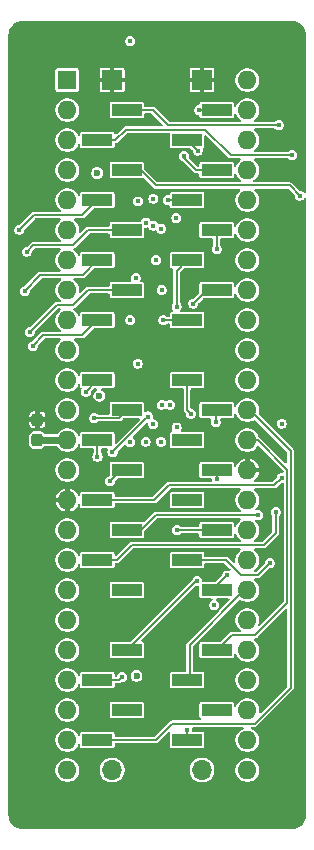
<source format=gbr>
G04 #@! TF.GenerationSoftware,KiCad,Pcbnew,9.0.6-9.0.6~ubuntu25.10.1*
G04 #@! TF.CreationDate,2025-12-24T16:01:02+09:00*
G04 #@! TF.ProjectId,bionic-mc68008,62696f6e-6963-42d6-9d63-36383030382e,2*
G04 #@! TF.SameCoordinates,Original*
G04 #@! TF.FileFunction,Copper,L4,Bot*
G04 #@! TF.FilePolarity,Positive*
%FSLAX46Y46*%
G04 Gerber Fmt 4.6, Leading zero omitted, Abs format (unit mm)*
G04 Created by KiCad (PCBNEW 9.0.6-9.0.6~ubuntu25.10.1) date 2025-12-24 16:01:02*
%MOMM*%
%LPD*%
G01*
G04 APERTURE LIST*
G04 Aperture macros list*
%AMRoundRect*
0 Rectangle with rounded corners*
0 $1 Rounding radius*
0 $2 $3 $4 $5 $6 $7 $8 $9 X,Y pos of 4 corners*
0 Add a 4 corners polygon primitive as box body*
4,1,4,$2,$3,$4,$5,$6,$7,$8,$9,$2,$3,0*
0 Add four circle primitives for the rounded corners*
1,1,$1+$1,$2,$3*
1,1,$1+$1,$4,$5*
1,1,$1+$1,$6,$7*
1,1,$1+$1,$8,$9*
0 Add four rect primitives between the rounded corners*
20,1,$1+$1,$2,$3,$4,$5,0*
20,1,$1+$1,$4,$5,$6,$7,0*
20,1,$1+$1,$6,$7,$8,$9,0*
20,1,$1+$1,$8,$9,$2,$3,0*%
G04 Aperture macros list end*
G04 #@! TA.AperFunction,ComponentPad*
%ADD10R,1.600000X1.600000*%
G04 #@! TD*
G04 #@! TA.AperFunction,ComponentPad*
%ADD11O,1.600000X1.600000*%
G04 #@! TD*
G04 #@! TA.AperFunction,SMDPad,CuDef*
%ADD12RoundRect,0.237500X0.237500X-0.300000X0.237500X0.300000X-0.237500X0.300000X-0.237500X-0.300000X0*%
G04 #@! TD*
G04 #@! TA.AperFunction,ComponentPad*
%ADD13R,1.700000X1.700000*%
G04 #@! TD*
G04 #@! TA.AperFunction,SMDPad,CuDef*
%ADD14R,2.510000X1.000000*%
G04 #@! TD*
G04 #@! TA.AperFunction,ComponentPad*
%ADD15O,1.700000X1.700000*%
G04 #@! TD*
G04 #@! TA.AperFunction,ViaPad*
%ADD16C,0.600000*%
G04 #@! TD*
G04 #@! TA.AperFunction,ViaPad*
%ADD17C,0.450000*%
G04 #@! TD*
G04 #@! TA.AperFunction,Conductor*
%ADD18C,0.150000*%
G04 #@! TD*
G04 #@! TA.AperFunction,Conductor*
%ADD19C,0.600000*%
G04 #@! TD*
G04 APERTURE END LIST*
D10*
X106080000Y-75080000D03*
D11*
X106080000Y-77620000D03*
X106080000Y-80160000D03*
X106080000Y-82700000D03*
X106080000Y-85240000D03*
X106080000Y-87780000D03*
X106080000Y-90320000D03*
X106080000Y-92860000D03*
X106080000Y-95400000D03*
X106080000Y-97940000D03*
X106080000Y-100480000D03*
X106080000Y-103020000D03*
X106080000Y-105560000D03*
X106080000Y-108100000D03*
X106080000Y-110640000D03*
X106080000Y-113180000D03*
X106080000Y-115720000D03*
X106080000Y-118260000D03*
X106080000Y-120800000D03*
X106080000Y-123340000D03*
X106080000Y-125880000D03*
X106080000Y-128420000D03*
X106080000Y-130960000D03*
X106080000Y-133500000D03*
X121320000Y-133500000D03*
X121320000Y-130960000D03*
X121320000Y-128420000D03*
X121320000Y-125880000D03*
X121320000Y-123340000D03*
X121320000Y-120800000D03*
X121320000Y-118260000D03*
X121320000Y-115720000D03*
X121320000Y-113180000D03*
X121320000Y-110640000D03*
X121320000Y-108100000D03*
X121320000Y-105560000D03*
X121320000Y-103020000D03*
X121320000Y-100480000D03*
X121320000Y-97940000D03*
X121320000Y-95400000D03*
X121320000Y-92860000D03*
X121320000Y-90320000D03*
X121320000Y-87780000D03*
X121320000Y-85240000D03*
X121320000Y-82700000D03*
X121320000Y-80160000D03*
X121320000Y-77620000D03*
X121320000Y-75080000D03*
D12*
X103540000Y-105560000D03*
X103540000Y-103835000D03*
D13*
X109885400Y-75080000D03*
D14*
X111130000Y-77620000D03*
X108640800Y-80160000D03*
X111130000Y-82700000D03*
X108640800Y-85240000D03*
X111130000Y-87780000D03*
X108640800Y-90320000D03*
X111130000Y-92860000D03*
X108640800Y-95400000D03*
X108640800Y-100480000D03*
X111130000Y-103020000D03*
X108640800Y-105560000D03*
X111130000Y-108100000D03*
X108640800Y-110640000D03*
X111130000Y-113180000D03*
X108640800Y-115720000D03*
X111130000Y-118260000D03*
X111130000Y-123340000D03*
X108640800Y-125880000D03*
X111130000Y-128420000D03*
X108640800Y-130960000D03*
D15*
X109885400Y-133500000D03*
X117489200Y-133500000D03*
D14*
X116244600Y-130960000D03*
X118733800Y-128420000D03*
X116244600Y-125880000D03*
X118733800Y-123340000D03*
X118733800Y-118260000D03*
X116244600Y-115720000D03*
X118733800Y-113180000D03*
X116244600Y-110640000D03*
X118733800Y-108100000D03*
X116244600Y-105560000D03*
X118733800Y-103020000D03*
X116244600Y-100480000D03*
X116244600Y-95400000D03*
X118733800Y-92860000D03*
X116244600Y-90320000D03*
X118733800Y-87780000D03*
X116244600Y-85240000D03*
X118733800Y-82700000D03*
X116244600Y-80160000D03*
X118733800Y-77620000D03*
D13*
X117489200Y-75080000D03*
D16*
X103921000Y-102639000D03*
X109509000Y-98194000D03*
X111949000Y-125526000D03*
X108620000Y-82954000D03*
X108798000Y-101814000D03*
D17*
X111414000Y-71778000D03*
X124241000Y-104163000D03*
X122267000Y-111910000D03*
X123733000Y-111656000D03*
X108366900Y-103690400D03*
X102021700Y-87741900D03*
X109703000Y-109053600D03*
X102905000Y-96416000D03*
X124252000Y-108735000D03*
X123987000Y-78890000D03*
X103159000Y-97632200D03*
X125130000Y-81430000D03*
X102651000Y-89608800D03*
X114025000Y-87653000D03*
X112725000Y-105699700D03*
X114074751Y-102570000D03*
X114773950Y-102569950D03*
X112925000Y-103566100D03*
X109915400Y-106584190D03*
X114068300Y-92860000D03*
X110731400Y-125626000D03*
X102473200Y-92974300D03*
X108645400Y-106957000D03*
X125765000Y-84859000D03*
X117094550Y-117488950D03*
X107662600Y-101468200D03*
X116557500Y-103337500D03*
X118749000Y-108862000D03*
X118526000Y-119530000D03*
X118653000Y-104036000D03*
X117256000Y-77620000D03*
X113375000Y-87399000D03*
X114589000Y-85240000D03*
X115351000Y-113180000D03*
X111425001Y-105712400D03*
X111425000Y-95400000D03*
X123225000Y-115974000D03*
X115338300Y-94257000D03*
X115338300Y-104493200D03*
X114224999Y-95413400D03*
X115974999Y-81518900D03*
X117129000Y-81049000D03*
X119650000Y-117021750D03*
X118729200Y-89392900D03*
X113375000Y-104239300D03*
X116748000Y-94003000D03*
X113598400Y-90320000D03*
X115325000Y-86751300D03*
X111875000Y-91844000D03*
X112061301Y-85353301D03*
X112733533Y-87141612D03*
X114025000Y-105687000D03*
X112049000Y-99083000D03*
X113375002Y-85113000D03*
X116240000Y-130071000D03*
D18*
X117094550Y-117488950D02*
X116981050Y-117488950D01*
X116981050Y-117488950D02*
X111130000Y-123340000D01*
X115338300Y-94257000D02*
X115351000Y-94244300D01*
X115351000Y-94244300D02*
X115351000Y-91213600D01*
X115351000Y-91213600D02*
X116244600Y-90320000D01*
D19*
X106080000Y-105560000D02*
X103540000Y-105560000D01*
D18*
X113573000Y-111910000D02*
X112303000Y-113180000D01*
X122267000Y-111910000D02*
X113573000Y-111910000D01*
X112303000Y-113180000D02*
X111130000Y-113180000D01*
X123733000Y-111656000D02*
X123733000Y-113434000D01*
X110271000Y-115720000D02*
X108640800Y-115720000D01*
X123733000Y-113434000D02*
X122717000Y-114450000D01*
X122717000Y-114450000D02*
X111541000Y-114450000D01*
X111541000Y-114450000D02*
X110271000Y-115720000D01*
X108366900Y-103690400D02*
X110459600Y-103690400D01*
X110459600Y-103690400D02*
X111130000Y-103020000D01*
X108640800Y-85240000D02*
X107370800Y-86510000D01*
X103253600Y-86510000D02*
X102021700Y-87741900D01*
X107370800Y-86510000D02*
X103253600Y-86510000D01*
X109703000Y-109053600D02*
X110656600Y-108100000D01*
X110656600Y-108100000D02*
X111130000Y-108100000D01*
X107858000Y-92860000D02*
X111130000Y-92860000D01*
X102905000Y-96416000D02*
X105191000Y-94130000D01*
X106588000Y-94130000D02*
X107858000Y-92860000D01*
X105191000Y-94130000D02*
X106588000Y-94130000D01*
X123617000Y-109370000D02*
X114716000Y-109370000D01*
X113446000Y-110640000D02*
X114716000Y-109370000D01*
X108640800Y-110640000D02*
X113446000Y-110640000D01*
X124252000Y-108735000D02*
X123617000Y-109370000D01*
X123987000Y-78890000D02*
X114589000Y-78890000D01*
X113319000Y-77620000D02*
X111130000Y-77620000D01*
X114589000Y-78890000D02*
X113319000Y-77620000D01*
X104048000Y-96670000D02*
X107370800Y-96670000D01*
X103159000Y-97632200D02*
X103159000Y-97559000D01*
X103159000Y-97559000D02*
X104048000Y-96670000D01*
X107370800Y-96670000D02*
X108640800Y-95400000D01*
X111033000Y-79271000D02*
X110144000Y-80160000D01*
X110144000Y-80160000D02*
X108640800Y-80160000D01*
X125130000Y-81430000D02*
X119923000Y-81430000D01*
X119923000Y-81430000D02*
X117764000Y-79271000D01*
X117764000Y-79271000D02*
X111033000Y-79271000D01*
X106588000Y-89050000D02*
X107858000Y-87780000D01*
X103222500Y-89050000D02*
X106588000Y-89050000D01*
X102651000Y-89608800D02*
X102663700Y-89608800D01*
X107858000Y-87780000D02*
X111130000Y-87780000D01*
X102663700Y-89608800D02*
X103222500Y-89050000D01*
X109915400Y-106584190D02*
X112776259Y-103723331D01*
X112776259Y-103714841D02*
X112925000Y-103566100D01*
X112776259Y-103723331D02*
X112776259Y-103714841D01*
X110477400Y-125880000D02*
X108640800Y-125880000D01*
X110731400Y-125626000D02*
X110477400Y-125880000D01*
X121320000Y-103020000D02*
X121576811Y-103020000D01*
X114970000Y-129563000D02*
X113573000Y-130960000D01*
X113573000Y-130960000D02*
X108640800Y-130960000D01*
X121955000Y-129563000D02*
X114970000Y-129563000D01*
X125003000Y-106446189D02*
X125003000Y-126515000D01*
X125003000Y-126515000D02*
X121955000Y-129563000D01*
X121576811Y-103020000D02*
X125003000Y-106446189D01*
X102473200Y-92974300D02*
X102473200Y-92906700D01*
X107383500Y-91577300D02*
X108640800Y-90320000D01*
X103802600Y-91577300D02*
X107383500Y-91577300D01*
X102473200Y-92906700D02*
X103802600Y-91577300D01*
X108645400Y-105564600D02*
X108640800Y-105560000D01*
X108645400Y-106957000D02*
X108645400Y-105564600D01*
X112303000Y-82700000D02*
X111130000Y-82700000D01*
X125765000Y-84859000D02*
X124908400Y-84002400D01*
X124908400Y-84002400D02*
X113605400Y-84002400D01*
X113605400Y-84002400D02*
X112303000Y-82700000D01*
X107662600Y-101468200D02*
X107662600Y-101458200D01*
X107662600Y-101458200D02*
X108640800Y-100480000D01*
X116240000Y-103020000D02*
X116240000Y-100484600D01*
X116557500Y-103337500D02*
X116240000Y-103020000D01*
X116240000Y-100484600D02*
X116244600Y-100480000D01*
X118749000Y-108115200D02*
X118733800Y-108100000D01*
X118749000Y-108862000D02*
X118749000Y-108115200D01*
X118653000Y-103100800D02*
X118733800Y-103020000D01*
X118653000Y-104036000D02*
X118653000Y-103100800D01*
X117256000Y-77620000D02*
X118733800Y-77620000D01*
X114589000Y-85240000D02*
X116244600Y-85240000D01*
X115351000Y-113180000D02*
X118733800Y-113180000D01*
X119542000Y-115720000D02*
X116244600Y-115720000D01*
X123225000Y-115974000D02*
X122209000Y-116990000D01*
X122209000Y-116990000D02*
X120812000Y-116990000D01*
X120812000Y-116990000D02*
X119542000Y-115720000D01*
X116231200Y-95413400D02*
X116244600Y-95400000D01*
X114224999Y-95413400D02*
X116231200Y-95413400D01*
X117002000Y-82700000D02*
X118733800Y-82700000D01*
X115974999Y-81518900D02*
X115974999Y-81672999D01*
X115974999Y-81672999D02*
X117002000Y-82700000D01*
X116278100Y-80193500D02*
X116244600Y-80160000D01*
X117129000Y-81049000D02*
X116278100Y-80198100D01*
X116278100Y-80198100D02*
X116278100Y-80193500D01*
X119650000Y-117021750D02*
X119573750Y-117021750D01*
X118733800Y-117861700D02*
X118733800Y-118260000D01*
X119573750Y-117021750D02*
X118733800Y-117861700D01*
X116453400Y-125671200D02*
X116453400Y-122872600D01*
X116244600Y-125880000D02*
X116453400Y-125671200D01*
X116453400Y-122872600D02*
X121066000Y-118260000D01*
X121066000Y-118260000D02*
X121320000Y-118260000D01*
X118729200Y-89392900D02*
X118729200Y-87784600D01*
X118729200Y-87784600D02*
X118733800Y-87780000D01*
X121320000Y-105560000D02*
X121630911Y-105560000D01*
X121630911Y-105560000D02*
X121643611Y-105547300D01*
X121988984Y-122070000D02*
X120003800Y-122070000D01*
X122196300Y-105547300D02*
X124702000Y-108053000D01*
X124702000Y-108053000D02*
X124702000Y-119356984D01*
X121643611Y-105547300D02*
X122196300Y-105547300D01*
X120003800Y-122070000D02*
X118733800Y-123340000D01*
X124702000Y-119356984D02*
X121988984Y-122070000D01*
X117891000Y-92860000D02*
X118733800Y-92860000D01*
X116748000Y-94003000D02*
X117891000Y-92860000D01*
X116240000Y-130955000D02*
X116242500Y-130957500D01*
X116240000Y-130071000D02*
X116240000Y-130955000D01*
X116244600Y-130959600D02*
X116244600Y-130960000D01*
X116242500Y-130957500D02*
X116244600Y-130959600D01*
X116242500Y-130957500D02*
X116245000Y-130960000D01*
G04 #@! TA.AperFunction,Conductor*
G36*
X125134309Y-70100877D02*
G01*
X125324457Y-70117512D01*
X125341437Y-70120505D01*
X125521635Y-70168789D01*
X125537839Y-70174687D01*
X125706902Y-70253523D01*
X125721842Y-70262149D01*
X125874641Y-70369140D01*
X125887861Y-70380232D01*
X126019767Y-70512138D01*
X126030859Y-70525358D01*
X126137850Y-70678157D01*
X126146478Y-70693101D01*
X126225308Y-70862151D01*
X126231211Y-70878368D01*
X126279492Y-71058555D01*
X126282488Y-71075550D01*
X126299123Y-71265690D01*
X126299500Y-71274318D01*
X126299500Y-84564308D01*
X126280593Y-84622499D01*
X126231093Y-84658463D01*
X126169907Y-84658463D01*
X126120407Y-84622499D01*
X126114764Y-84613809D01*
X126108072Y-84602218D01*
X126105485Y-84597737D01*
X126026263Y-84518515D01*
X126026260Y-84518513D01*
X125929240Y-84462498D01*
X125929242Y-84462498D01*
X125887251Y-84451247D01*
X125821018Y-84433500D01*
X125821016Y-84433500D01*
X125770124Y-84433500D01*
X125711933Y-84414593D01*
X125700121Y-84404504D01*
X125064461Y-83768846D01*
X125064458Y-83768843D01*
X124963200Y-83726900D01*
X124963199Y-83726900D01*
X121910347Y-83726900D01*
X121852156Y-83707993D01*
X121816192Y-83658493D01*
X121816192Y-83597307D01*
X121852156Y-83547807D01*
X121855345Y-83545585D01*
X121957782Y-83477139D01*
X122097139Y-83337782D01*
X122206632Y-83173914D01*
X122282051Y-82991835D01*
X122320500Y-82798541D01*
X122320500Y-82601459D01*
X122282051Y-82408165D01*
X122206632Y-82226086D01*
X122097139Y-82062218D01*
X121957782Y-81922861D01*
X121903834Y-81886814D01*
X121865956Y-81838765D01*
X121863554Y-81777627D01*
X121897547Y-81726753D01*
X121954951Y-81705576D01*
X121958837Y-81705500D01*
X124762744Y-81705500D01*
X124820935Y-81724407D01*
X124832747Y-81734496D01*
X124868737Y-81770485D01*
X124965759Y-81826501D01*
X124965757Y-81826501D01*
X124965761Y-81826502D01*
X124965763Y-81826503D01*
X125073982Y-81855500D01*
X125073984Y-81855500D01*
X125186016Y-81855500D01*
X125186018Y-81855500D01*
X125294237Y-81826503D01*
X125294239Y-81826501D01*
X125294241Y-81826501D01*
X125323064Y-81809859D01*
X125391263Y-81770485D01*
X125470485Y-81691263D01*
X125526503Y-81594237D01*
X125555500Y-81486018D01*
X125555500Y-81373982D01*
X125526503Y-81265763D01*
X125526501Y-81265760D01*
X125526501Y-81265758D01*
X125470486Y-81168739D01*
X125470485Y-81168737D01*
X125391263Y-81089515D01*
X125378893Y-81082373D01*
X125294240Y-81033498D01*
X125294242Y-81033498D01*
X125248474Y-81021235D01*
X125186018Y-81004500D01*
X125073982Y-81004500D01*
X125011526Y-81021235D01*
X124965758Y-81033498D01*
X124868737Y-81089514D01*
X124832747Y-81125504D01*
X124778230Y-81153281D01*
X124762744Y-81154500D01*
X121958837Y-81154500D01*
X121900646Y-81135593D01*
X121864682Y-81086093D01*
X121864682Y-81024907D01*
X121900646Y-80975407D01*
X121903835Y-80973185D01*
X121957782Y-80937139D01*
X122097139Y-80797782D01*
X122206632Y-80633914D01*
X122282051Y-80451835D01*
X122320500Y-80258541D01*
X122320500Y-80061459D01*
X122282051Y-79868165D01*
X122206632Y-79686086D01*
X122097139Y-79522218D01*
X121957782Y-79382861D01*
X121903834Y-79346814D01*
X121865956Y-79298765D01*
X121863554Y-79237627D01*
X121897547Y-79186753D01*
X121954951Y-79165576D01*
X121958837Y-79165500D01*
X123619744Y-79165500D01*
X123677935Y-79184407D01*
X123689747Y-79194496D01*
X123725737Y-79230485D01*
X123822759Y-79286501D01*
X123822757Y-79286501D01*
X123822761Y-79286502D01*
X123822763Y-79286503D01*
X123930982Y-79315500D01*
X123930984Y-79315500D01*
X124043016Y-79315500D01*
X124043018Y-79315500D01*
X124151237Y-79286503D01*
X124151239Y-79286501D01*
X124151241Y-79286501D01*
X124180064Y-79269859D01*
X124248263Y-79230485D01*
X124327485Y-79151263D01*
X124383503Y-79054237D01*
X124412500Y-78946018D01*
X124412500Y-78833982D01*
X124383503Y-78725763D01*
X124383501Y-78725760D01*
X124383501Y-78725758D01*
X124327486Y-78628739D01*
X124327485Y-78628737D01*
X124248263Y-78549515D01*
X124235893Y-78542373D01*
X124151240Y-78493498D01*
X124151242Y-78493498D01*
X124105474Y-78481235D01*
X124043018Y-78464500D01*
X123930982Y-78464500D01*
X123868526Y-78481235D01*
X123822758Y-78493498D01*
X123725737Y-78549514D01*
X123689747Y-78585504D01*
X123635230Y-78613281D01*
X123619744Y-78614500D01*
X121958837Y-78614500D01*
X121900646Y-78595593D01*
X121864682Y-78546093D01*
X121864682Y-78484907D01*
X121900646Y-78435407D01*
X121903835Y-78433185D01*
X121957782Y-78397139D01*
X122097139Y-78257782D01*
X122206632Y-78093914D01*
X122282051Y-77911835D01*
X122320500Y-77718541D01*
X122320500Y-77521459D01*
X122282051Y-77328165D01*
X122206632Y-77146086D01*
X122097139Y-76982218D01*
X121957782Y-76842861D01*
X121793914Y-76733368D01*
X121793915Y-76733368D01*
X121793913Y-76733367D01*
X121611835Y-76657949D01*
X121418543Y-76619500D01*
X121418541Y-76619500D01*
X121221459Y-76619500D01*
X121221456Y-76619500D01*
X121028165Y-76657949D01*
X121028163Y-76657949D01*
X120846086Y-76733367D01*
X120682218Y-76842861D01*
X120682214Y-76842864D01*
X120542864Y-76982214D01*
X120542861Y-76982218D01*
X120433367Y-77146086D01*
X120379764Y-77275498D01*
X120340028Y-77322024D01*
X120280533Y-77336308D01*
X120224005Y-77312893D01*
X120192035Y-77260725D01*
X120189300Y-77237613D01*
X120189300Y-77100253D01*
X120189298Y-77100241D01*
X120186511Y-77086231D01*
X120177667Y-77041769D01*
X120133352Y-76975448D01*
X120133348Y-76975445D01*
X120067033Y-76931134D01*
X120067031Y-76931133D01*
X120067028Y-76931132D01*
X120067027Y-76931132D01*
X120008558Y-76919501D01*
X120008548Y-76919500D01*
X117459052Y-76919500D01*
X117459051Y-76919500D01*
X117459041Y-76919501D01*
X117400572Y-76931132D01*
X117400566Y-76931134D01*
X117334251Y-76975445D01*
X117334245Y-76975451D01*
X117289934Y-77041766D01*
X117289932Y-77041772D01*
X117278301Y-77100241D01*
X117277824Y-77105088D01*
X117275911Y-77104899D01*
X117259393Y-77155740D01*
X117209893Y-77191704D01*
X117204923Y-77193176D01*
X117091758Y-77223498D01*
X116994739Y-77279513D01*
X116915513Y-77358739D01*
X116859498Y-77455758D01*
X116859497Y-77455763D01*
X116830500Y-77563982D01*
X116830500Y-77676018D01*
X116856072Y-77771455D01*
X116859498Y-77784241D01*
X116915513Y-77881260D01*
X116915515Y-77881263D01*
X116994737Y-77960485D01*
X116994739Y-77960486D01*
X117091759Y-78016501D01*
X117091757Y-78016501D01*
X117091761Y-78016502D01*
X117091763Y-78016503D01*
X117199982Y-78045500D01*
X117199985Y-78045500D01*
X117204923Y-78046823D01*
X117256237Y-78080147D01*
X117277280Y-78134965D01*
X117277824Y-78134912D01*
X117278018Y-78136889D01*
X117278164Y-78137268D01*
X117278203Y-78138764D01*
X117278301Y-78139758D01*
X117289932Y-78198227D01*
X117289934Y-78198233D01*
X117329724Y-78257782D01*
X117334248Y-78264552D01*
X117400569Y-78308867D01*
X117445031Y-78317711D01*
X117459041Y-78320498D01*
X117459046Y-78320498D01*
X117459052Y-78320500D01*
X117459053Y-78320500D01*
X120008547Y-78320500D01*
X120008548Y-78320500D01*
X120067031Y-78308867D01*
X120133352Y-78264552D01*
X120177667Y-78198231D01*
X120189300Y-78139748D01*
X120189300Y-78002386D01*
X120208207Y-77944195D01*
X120257707Y-77908231D01*
X120318893Y-77908231D01*
X120368393Y-77944195D01*
X120379764Y-77964501D01*
X120433367Y-78093913D01*
X120433368Y-78093914D01*
X120542861Y-78257782D01*
X120682218Y-78397139D01*
X120736165Y-78433185D01*
X120774044Y-78481235D01*
X120776446Y-78542373D01*
X120742453Y-78593247D01*
X120685049Y-78614424D01*
X120681163Y-78614500D01*
X114744124Y-78614500D01*
X114685933Y-78595593D01*
X114674120Y-78585504D01*
X114397481Y-78308865D01*
X113475058Y-77386443D01*
X113475056Y-77386442D01*
X113475055Y-77386441D01*
X113475056Y-77386441D01*
X113458393Y-77379539D01*
X113458393Y-77379540D01*
X113373800Y-77344500D01*
X113373799Y-77344500D01*
X112684500Y-77344500D01*
X112626309Y-77325593D01*
X112590345Y-77276093D01*
X112585500Y-77245500D01*
X112585500Y-77100253D01*
X112585498Y-77100241D01*
X112582711Y-77086231D01*
X112573867Y-77041769D01*
X112529552Y-76975448D01*
X112529548Y-76975445D01*
X112463233Y-76931134D01*
X112463231Y-76931133D01*
X112463228Y-76931132D01*
X112463227Y-76931132D01*
X112404758Y-76919501D01*
X112404748Y-76919500D01*
X109855252Y-76919500D01*
X109855251Y-76919500D01*
X109855241Y-76919501D01*
X109796772Y-76931132D01*
X109796766Y-76931134D01*
X109730451Y-76975445D01*
X109730445Y-76975451D01*
X109686134Y-77041766D01*
X109686132Y-77041772D01*
X109674501Y-77100241D01*
X109674500Y-77100253D01*
X109674500Y-78139746D01*
X109674501Y-78139758D01*
X109686132Y-78198227D01*
X109686134Y-78198233D01*
X109725924Y-78257782D01*
X109730448Y-78264552D01*
X109796769Y-78308867D01*
X109841231Y-78317711D01*
X109855241Y-78320498D01*
X109855246Y-78320498D01*
X109855252Y-78320500D01*
X109855253Y-78320500D01*
X112404747Y-78320500D01*
X112404748Y-78320500D01*
X112463231Y-78308867D01*
X112529552Y-78264552D01*
X112573867Y-78198231D01*
X112585500Y-78139748D01*
X112585500Y-77994500D01*
X112604407Y-77936309D01*
X112653907Y-77900345D01*
X112684500Y-77895500D01*
X113163877Y-77895500D01*
X113222068Y-77914407D01*
X113233881Y-77924496D01*
X114135880Y-78826496D01*
X114163657Y-78881013D01*
X114154086Y-78941445D01*
X114110821Y-78984710D01*
X114065876Y-78995500D01*
X111087800Y-78995500D01*
X110978200Y-78995500D01*
X110876942Y-79037443D01*
X110876941Y-79037444D01*
X110256772Y-79657613D01*
X110202255Y-79685390D01*
X110141823Y-79675819D01*
X110098558Y-79632554D01*
X110089671Y-79606928D01*
X110084667Y-79581769D01*
X110040352Y-79515448D01*
X110040348Y-79515445D01*
X109974033Y-79471134D01*
X109974031Y-79471133D01*
X109974028Y-79471132D01*
X109974027Y-79471132D01*
X109915558Y-79459501D01*
X109915548Y-79459500D01*
X107366052Y-79459500D01*
X107366051Y-79459500D01*
X107366041Y-79459501D01*
X107307572Y-79471132D01*
X107307566Y-79471134D01*
X107241251Y-79515445D01*
X107241245Y-79515451D01*
X107196934Y-79581766D01*
X107196932Y-79581772D01*
X107185301Y-79640241D01*
X107185300Y-79640253D01*
X107185300Y-79716291D01*
X107166393Y-79774482D01*
X107116893Y-79810446D01*
X107055707Y-79810446D01*
X107006207Y-79774482D01*
X106994836Y-79754176D01*
X106966632Y-79686087D01*
X106966632Y-79686086D01*
X106857139Y-79522218D01*
X106717782Y-79382861D01*
X106553914Y-79273368D01*
X106553915Y-79273368D01*
X106553913Y-79273367D01*
X106371835Y-79197949D01*
X106178543Y-79159500D01*
X106178541Y-79159500D01*
X105981459Y-79159500D01*
X105981456Y-79159500D01*
X105788165Y-79197949D01*
X105788163Y-79197949D01*
X105606086Y-79273367D01*
X105442218Y-79382861D01*
X105442214Y-79382864D01*
X105302864Y-79522214D01*
X105302861Y-79522218D01*
X105193367Y-79686086D01*
X105117949Y-79868163D01*
X105117949Y-79868165D01*
X105079500Y-80061456D01*
X105079500Y-80061459D01*
X105079500Y-80258541D01*
X105115663Y-80440345D01*
X105117949Y-80451834D01*
X105117949Y-80451836D01*
X105193367Y-80633913D01*
X105193368Y-80633914D01*
X105302861Y-80797782D01*
X105442218Y-80937139D01*
X105606086Y-81046632D01*
X105788165Y-81122051D01*
X105981459Y-81160500D01*
X105981460Y-81160500D01*
X106178540Y-81160500D01*
X106178541Y-81160500D01*
X106371835Y-81122051D01*
X106553914Y-81046632D01*
X106717782Y-80937139D01*
X106857139Y-80797782D01*
X106966632Y-80633914D01*
X106994836Y-80565823D01*
X107034572Y-80519297D01*
X107094067Y-80505013D01*
X107150595Y-80528427D01*
X107182564Y-80580596D01*
X107185300Y-80603708D01*
X107185300Y-80679746D01*
X107185301Y-80679758D01*
X107196932Y-80738227D01*
X107196934Y-80738233D01*
X107236724Y-80797782D01*
X107241248Y-80804552D01*
X107307569Y-80848867D01*
X107352031Y-80857711D01*
X107366041Y-80860498D01*
X107366046Y-80860498D01*
X107366052Y-80860500D01*
X107366053Y-80860500D01*
X109915547Y-80860500D01*
X109915548Y-80860500D01*
X109974031Y-80848867D01*
X110040352Y-80804552D01*
X110084667Y-80738231D01*
X110096300Y-80679748D01*
X110096300Y-80534500D01*
X110115207Y-80476309D01*
X110164707Y-80440345D01*
X110195300Y-80435500D01*
X110198799Y-80435500D01*
X110198800Y-80435500D01*
X110300058Y-80393557D01*
X110377557Y-80316058D01*
X111118119Y-79575496D01*
X111172636Y-79547719D01*
X111188123Y-79546500D01*
X114690100Y-79546500D01*
X114748291Y-79565407D01*
X114784255Y-79614907D01*
X114789100Y-79645500D01*
X114789100Y-80679746D01*
X114789101Y-80679758D01*
X114800732Y-80738227D01*
X114800734Y-80738233D01*
X114840524Y-80797782D01*
X114845048Y-80804552D01*
X114911369Y-80848867D01*
X114955831Y-80857711D01*
X114969841Y-80860498D01*
X114969846Y-80860498D01*
X114969852Y-80860500D01*
X116509877Y-80860500D01*
X116568068Y-80879407D01*
X116579880Y-80889496D01*
X116674503Y-80984118D01*
X116702281Y-81038634D01*
X116703500Y-81054122D01*
X116703500Y-81105018D01*
X116720574Y-81168739D01*
X116732498Y-81213241D01*
X116788513Y-81310260D01*
X116788515Y-81310263D01*
X116867737Y-81389485D01*
X116867739Y-81389486D01*
X116964759Y-81445501D01*
X116964757Y-81445501D01*
X116964761Y-81445502D01*
X116964763Y-81445503D01*
X117072982Y-81474500D01*
X117072984Y-81474500D01*
X117185016Y-81474500D01*
X117185018Y-81474500D01*
X117293237Y-81445503D01*
X117293239Y-81445501D01*
X117293241Y-81445501D01*
X117322064Y-81428859D01*
X117390263Y-81389485D01*
X117469485Y-81310263D01*
X117525503Y-81213237D01*
X117554500Y-81105018D01*
X117554500Y-80992982D01*
X117543652Y-80952496D01*
X117546853Y-80891397D01*
X117584273Y-80844561D01*
X117644152Y-80804552D01*
X117688467Y-80738231D01*
X117700100Y-80679748D01*
X117700100Y-79835723D01*
X117719007Y-79777532D01*
X117768507Y-79741568D01*
X117829693Y-79741568D01*
X117869103Y-79765718D01*
X119766941Y-81663557D01*
X119783607Y-81670460D01*
X119868200Y-81705500D01*
X120681163Y-81705500D01*
X120739354Y-81724407D01*
X120775318Y-81773907D01*
X120775318Y-81835093D01*
X120739354Y-81884593D01*
X120736165Y-81886815D01*
X120682218Y-81922861D01*
X120682214Y-81922864D01*
X120542864Y-82062214D01*
X120542861Y-82062218D01*
X120433367Y-82226086D01*
X120379764Y-82355498D01*
X120340028Y-82402024D01*
X120280533Y-82416308D01*
X120224005Y-82392893D01*
X120192035Y-82340725D01*
X120189300Y-82317613D01*
X120189300Y-82180253D01*
X120189298Y-82180241D01*
X120186511Y-82166231D01*
X120177667Y-82121769D01*
X120133352Y-82055448D01*
X120133348Y-82055445D01*
X120067033Y-82011134D01*
X120067031Y-82011133D01*
X120067028Y-82011132D01*
X120067027Y-82011132D01*
X120008558Y-81999501D01*
X120008548Y-81999500D01*
X117459052Y-81999500D01*
X117459051Y-81999500D01*
X117459041Y-81999501D01*
X117400572Y-82011132D01*
X117400566Y-82011134D01*
X117334251Y-82055445D01*
X117334245Y-82055451D01*
X117289934Y-82121766D01*
X117289932Y-82121772D01*
X117278301Y-82180241D01*
X117278300Y-82180253D01*
X117278300Y-82325500D01*
X117273455Y-82340411D01*
X117273455Y-82356093D01*
X117264238Y-82368778D01*
X117259393Y-82383691D01*
X117246707Y-82392907D01*
X117237491Y-82405593D01*
X117222578Y-82410438D01*
X117209893Y-82419655D01*
X117179300Y-82424500D01*
X117157124Y-82424500D01*
X117098933Y-82405593D01*
X117087120Y-82395504D01*
X116753830Y-82062214D01*
X116412603Y-81720988D01*
X116384827Y-81666472D01*
X116386981Y-81625363D01*
X116400499Y-81574918D01*
X116400499Y-81462882D01*
X116371502Y-81354663D01*
X116371500Y-81354660D01*
X116371500Y-81354658D01*
X116323805Y-81272050D01*
X116315484Y-81257637D01*
X116236262Y-81178415D01*
X116219503Y-81168739D01*
X116139239Y-81122398D01*
X116139241Y-81122398D01*
X116074376Y-81105018D01*
X116031017Y-81093400D01*
X115918981Y-81093400D01*
X115875622Y-81105018D01*
X115810757Y-81122398D01*
X115713738Y-81178413D01*
X115634512Y-81257639D01*
X115578497Y-81354658D01*
X115569165Y-81389486D01*
X115549499Y-81462882D01*
X115549499Y-81574918D01*
X115554677Y-81594241D01*
X115578497Y-81683141D01*
X115628926Y-81770485D01*
X115634514Y-81780163D01*
X115713736Y-81859385D01*
X115713738Y-81859386D01*
X115810756Y-81915400D01*
X115810758Y-81915401D01*
X115810762Y-81915403D01*
X115810765Y-81915403D01*
X115816760Y-81917887D01*
X115816186Y-81919271D01*
X115852775Y-81940390D01*
X116845942Y-82933558D01*
X116845943Y-82933558D01*
X116845944Y-82933559D01*
X116947198Y-82975500D01*
X116947200Y-82975500D01*
X117056800Y-82975500D01*
X117179300Y-82975500D01*
X117237491Y-82994407D01*
X117273455Y-83043907D01*
X117278300Y-83074500D01*
X117278300Y-83219746D01*
X117278301Y-83219758D01*
X117289932Y-83278227D01*
X117289934Y-83278233D01*
X117329724Y-83337782D01*
X117334248Y-83344552D01*
X117400569Y-83388867D01*
X117445031Y-83397711D01*
X117459041Y-83400498D01*
X117459046Y-83400498D01*
X117459052Y-83400500D01*
X117459053Y-83400500D01*
X120008547Y-83400500D01*
X120008548Y-83400500D01*
X120067031Y-83388867D01*
X120133352Y-83344552D01*
X120177667Y-83278231D01*
X120189300Y-83219748D01*
X120189300Y-83082386D01*
X120208207Y-83024195D01*
X120257707Y-82988231D01*
X120318893Y-82988231D01*
X120368393Y-83024195D01*
X120379764Y-83044501D01*
X120433367Y-83173913D01*
X120433368Y-83173914D01*
X120542861Y-83337782D01*
X120682218Y-83477139D01*
X120784655Y-83545585D01*
X120822534Y-83593635D01*
X120824936Y-83654773D01*
X120790943Y-83705647D01*
X120733540Y-83726824D01*
X120729653Y-83726900D01*
X113760524Y-83726900D01*
X113702333Y-83707993D01*
X113690520Y-83697904D01*
X112614496Y-82621880D01*
X112586719Y-82567363D01*
X112585500Y-82551876D01*
X112585500Y-82180253D01*
X112585498Y-82180241D01*
X112582711Y-82166231D01*
X112573867Y-82121769D01*
X112529552Y-82055448D01*
X112529548Y-82055445D01*
X112463233Y-82011134D01*
X112463231Y-82011133D01*
X112463228Y-82011132D01*
X112463227Y-82011132D01*
X112404758Y-81999501D01*
X112404748Y-81999500D01*
X109855252Y-81999500D01*
X109855251Y-81999500D01*
X109855241Y-81999501D01*
X109796772Y-82011132D01*
X109796766Y-82011134D01*
X109730451Y-82055445D01*
X109730445Y-82055451D01*
X109686134Y-82121766D01*
X109686132Y-82121772D01*
X109674501Y-82180241D01*
X109674500Y-82180253D01*
X109674500Y-83219746D01*
X109674501Y-83219758D01*
X109686132Y-83278227D01*
X109686134Y-83278233D01*
X109725924Y-83337782D01*
X109730448Y-83344552D01*
X109796769Y-83388867D01*
X109841231Y-83397711D01*
X109855241Y-83400498D01*
X109855246Y-83400498D01*
X109855252Y-83400500D01*
X109855253Y-83400500D01*
X112404747Y-83400500D01*
X112404748Y-83400500D01*
X112463231Y-83388867D01*
X112479013Y-83378321D01*
X112537899Y-83361713D01*
X112595303Y-83382890D01*
X112604017Y-83390632D01*
X113449342Y-84235958D01*
X113449343Y-84235958D01*
X113449344Y-84235959D01*
X113550598Y-84277900D01*
X113550600Y-84277900D01*
X113660200Y-84277900D01*
X120632673Y-84277900D01*
X120690864Y-84296807D01*
X120726828Y-84346307D01*
X120726828Y-84407493D01*
X120690864Y-84456993D01*
X120687676Y-84459214D01*
X120682221Y-84462858D01*
X120682214Y-84462864D01*
X120542864Y-84602214D01*
X120542861Y-84602218D01*
X120433367Y-84766086D01*
X120357949Y-84948163D01*
X120357949Y-84948165D01*
X120319500Y-85141456D01*
X120319500Y-85338543D01*
X120333578Y-85409317D01*
X120353506Y-85509501D01*
X120357949Y-85531834D01*
X120357949Y-85531836D01*
X120433367Y-85713913D01*
X120457349Y-85749804D01*
X120542861Y-85877782D01*
X120682218Y-86017139D01*
X120846086Y-86126632D01*
X121028165Y-86202051D01*
X121221459Y-86240500D01*
X121221460Y-86240500D01*
X121418540Y-86240500D01*
X121418541Y-86240500D01*
X121611835Y-86202051D01*
X121793914Y-86126632D01*
X121957782Y-86017139D01*
X122097139Y-85877782D01*
X122206632Y-85713914D01*
X122282051Y-85531835D01*
X122320500Y-85338541D01*
X122320500Y-85141459D01*
X122282051Y-84948165D01*
X122206632Y-84766086D01*
X122097139Y-84602218D01*
X121957782Y-84462861D01*
X121957237Y-84462497D01*
X121952324Y-84459214D01*
X121914445Y-84411164D01*
X121912045Y-84350025D01*
X121946038Y-84299152D01*
X122003442Y-84277976D01*
X122007327Y-84277900D01*
X124753277Y-84277900D01*
X124811468Y-84296807D01*
X124823281Y-84306896D01*
X125310504Y-84794119D01*
X125338281Y-84848636D01*
X125339500Y-84864123D01*
X125339500Y-84915018D01*
X125356574Y-84978739D01*
X125368498Y-85023241D01*
X125408219Y-85092038D01*
X125424515Y-85120263D01*
X125503737Y-85199485D01*
X125503739Y-85199486D01*
X125600759Y-85255501D01*
X125600757Y-85255501D01*
X125600761Y-85255502D01*
X125600763Y-85255503D01*
X125708982Y-85284500D01*
X125708984Y-85284500D01*
X125821016Y-85284500D01*
X125821018Y-85284500D01*
X125929237Y-85255503D01*
X125929239Y-85255501D01*
X125929241Y-85255501D01*
X125958064Y-85238859D01*
X126026263Y-85199485D01*
X126105485Y-85120263D01*
X126114764Y-85104190D01*
X126160232Y-85063250D01*
X126221082Y-85056854D01*
X126274071Y-85087446D01*
X126298958Y-85143342D01*
X126299500Y-85153691D01*
X126299500Y-137305681D01*
X126299123Y-137314309D01*
X126282488Y-137504449D01*
X126279492Y-137521444D01*
X126231211Y-137701631D01*
X126225308Y-137717848D01*
X126146478Y-137886898D01*
X126137850Y-137901842D01*
X126030859Y-138054641D01*
X126019767Y-138067861D01*
X125887861Y-138199767D01*
X125874641Y-138210859D01*
X125721842Y-138317850D01*
X125706898Y-138326478D01*
X125537848Y-138405308D01*
X125521631Y-138411211D01*
X125341444Y-138459492D01*
X125324449Y-138462488D01*
X125134309Y-138479123D01*
X125125681Y-138479500D01*
X102274319Y-138479500D01*
X102265691Y-138479123D01*
X102075550Y-138462488D01*
X102058555Y-138459492D01*
X101878368Y-138411211D01*
X101862154Y-138405309D01*
X101693100Y-138326477D01*
X101678157Y-138317850D01*
X101525358Y-138210859D01*
X101512138Y-138199767D01*
X101380232Y-138067861D01*
X101369140Y-138054641D01*
X101262149Y-137901842D01*
X101253523Y-137886902D01*
X101174687Y-137717839D01*
X101168788Y-137701631D01*
X101149843Y-137630926D01*
X101120505Y-137521437D01*
X101117512Y-137504457D01*
X101100877Y-137314309D01*
X101100500Y-137305681D01*
X101100500Y-133401456D01*
X105079500Y-133401456D01*
X105079500Y-133598543D01*
X105117949Y-133791834D01*
X105117949Y-133791836D01*
X105193367Y-133973913D01*
X105193368Y-133973914D01*
X105302861Y-134137782D01*
X105442218Y-134277139D01*
X105606086Y-134386632D01*
X105788165Y-134462051D01*
X105981459Y-134500500D01*
X105981460Y-134500500D01*
X106178540Y-134500500D01*
X106178541Y-134500500D01*
X106371835Y-134462051D01*
X106553914Y-134386632D01*
X106717782Y-134277139D01*
X106857139Y-134137782D01*
X106966632Y-133973914D01*
X107042051Y-133791835D01*
X107080500Y-133598541D01*
X107080500Y-133401459D01*
X107080499Y-133401456D01*
X107079520Y-133396532D01*
X108834900Y-133396532D01*
X108834900Y-133603467D01*
X108875269Y-133806418D01*
X108954458Y-133997597D01*
X109048126Y-134137782D01*
X109069423Y-134169655D01*
X109215745Y-134315977D01*
X109387802Y-134430941D01*
X109578980Y-134510130D01*
X109781935Y-134550500D01*
X109781936Y-134550500D01*
X109988864Y-134550500D01*
X109988865Y-134550500D01*
X110191820Y-134510130D01*
X110382998Y-134430941D01*
X110555055Y-134315977D01*
X110701377Y-134169655D01*
X110816341Y-133997598D01*
X110895530Y-133806420D01*
X110935900Y-133603465D01*
X110935900Y-133396535D01*
X110935899Y-133396532D01*
X116438700Y-133396532D01*
X116438700Y-133603467D01*
X116479069Y-133806418D01*
X116558258Y-133997597D01*
X116651926Y-134137782D01*
X116673223Y-134169655D01*
X116819545Y-134315977D01*
X116991602Y-134430941D01*
X117182780Y-134510130D01*
X117385735Y-134550500D01*
X117385736Y-134550500D01*
X117592664Y-134550500D01*
X117592665Y-134550500D01*
X117795620Y-134510130D01*
X117986798Y-134430941D01*
X118158855Y-134315977D01*
X118305177Y-134169655D01*
X118420141Y-133997598D01*
X118499330Y-133806420D01*
X118539700Y-133603465D01*
X118539700Y-133401456D01*
X120319500Y-133401456D01*
X120319500Y-133598543D01*
X120357949Y-133791834D01*
X120357949Y-133791836D01*
X120433367Y-133973913D01*
X120433368Y-133973914D01*
X120542861Y-134137782D01*
X120682218Y-134277139D01*
X120846086Y-134386632D01*
X121028165Y-134462051D01*
X121221459Y-134500500D01*
X121221460Y-134500500D01*
X121418540Y-134500500D01*
X121418541Y-134500500D01*
X121611835Y-134462051D01*
X121793914Y-134386632D01*
X121957782Y-134277139D01*
X122097139Y-134137782D01*
X122206632Y-133973914D01*
X122282051Y-133791835D01*
X122320500Y-133598541D01*
X122320500Y-133401459D01*
X122282051Y-133208165D01*
X122206632Y-133026086D01*
X122097139Y-132862218D01*
X121957782Y-132722861D01*
X121793914Y-132613368D01*
X121793915Y-132613368D01*
X121793913Y-132613367D01*
X121611835Y-132537949D01*
X121418543Y-132499500D01*
X121418541Y-132499500D01*
X121221459Y-132499500D01*
X121221456Y-132499500D01*
X121028165Y-132537949D01*
X121028163Y-132537949D01*
X120846086Y-132613367D01*
X120682218Y-132722861D01*
X120682214Y-132722864D01*
X120542864Y-132862214D01*
X120542861Y-132862218D01*
X120433367Y-133026086D01*
X120357949Y-133208163D01*
X120357949Y-133208165D01*
X120319500Y-133401456D01*
X118539700Y-133401456D01*
X118539700Y-133396535D01*
X118499330Y-133193580D01*
X118420141Y-133002402D01*
X118305177Y-132830345D01*
X118158855Y-132684023D01*
X118053112Y-132613368D01*
X117986797Y-132569058D01*
X117795618Y-132489869D01*
X117592667Y-132449500D01*
X117592665Y-132449500D01*
X117385735Y-132449500D01*
X117385732Y-132449500D01*
X117182781Y-132489869D01*
X116991602Y-132569058D01*
X116819548Y-132684020D01*
X116673220Y-132830348D01*
X116558258Y-133002402D01*
X116479069Y-133193581D01*
X116438700Y-133396532D01*
X110935899Y-133396532D01*
X110895530Y-133193580D01*
X110816341Y-133002402D01*
X110701377Y-132830345D01*
X110555055Y-132684023D01*
X110449312Y-132613368D01*
X110382997Y-132569058D01*
X110191818Y-132489869D01*
X109988867Y-132449500D01*
X109988865Y-132449500D01*
X109781935Y-132449500D01*
X109781932Y-132449500D01*
X109578981Y-132489869D01*
X109387802Y-132569058D01*
X109215748Y-132684020D01*
X109069420Y-132830348D01*
X108954458Y-133002402D01*
X108875269Y-133193581D01*
X108834900Y-133396532D01*
X107079520Y-133396532D01*
X107074120Y-133369388D01*
X107042051Y-133208165D01*
X106966632Y-133026086D01*
X106857139Y-132862218D01*
X106717782Y-132722861D01*
X106553914Y-132613368D01*
X106553915Y-132613368D01*
X106553913Y-132613367D01*
X106371835Y-132537949D01*
X106178543Y-132499500D01*
X106178541Y-132499500D01*
X105981459Y-132499500D01*
X105981456Y-132499500D01*
X105788165Y-132537949D01*
X105788163Y-132537949D01*
X105606086Y-132613367D01*
X105442218Y-132722861D01*
X105442214Y-132722864D01*
X105302864Y-132862214D01*
X105302861Y-132862218D01*
X105193367Y-133026086D01*
X105117949Y-133208163D01*
X105117949Y-133208165D01*
X105079500Y-133401456D01*
X101100500Y-133401456D01*
X101100500Y-128321456D01*
X105079500Y-128321456D01*
X105079500Y-128518543D01*
X105117949Y-128711834D01*
X105117949Y-128711836D01*
X105193367Y-128893913D01*
X105193368Y-128893914D01*
X105302861Y-129057782D01*
X105442218Y-129197139D01*
X105606086Y-129306632D01*
X105788165Y-129382051D01*
X105981459Y-129420500D01*
X105981460Y-129420500D01*
X106178540Y-129420500D01*
X106178541Y-129420500D01*
X106371835Y-129382051D01*
X106553914Y-129306632D01*
X106717782Y-129197139D01*
X106857139Y-129057782D01*
X106966632Y-128893914D01*
X107042051Y-128711835D01*
X107080500Y-128518541D01*
X107080500Y-128321459D01*
X107042051Y-128128165D01*
X106966632Y-127946086D01*
X106936007Y-127900253D01*
X109674500Y-127900253D01*
X109674500Y-128939746D01*
X109674501Y-128939758D01*
X109686132Y-128998227D01*
X109686134Y-128998233D01*
X109725924Y-129057782D01*
X109730448Y-129064552D01*
X109796769Y-129108867D01*
X109841231Y-129117711D01*
X109855241Y-129120498D01*
X109855246Y-129120498D01*
X109855252Y-129120500D01*
X109855253Y-129120500D01*
X112404747Y-129120500D01*
X112404748Y-129120500D01*
X112463231Y-129108867D01*
X112529552Y-129064552D01*
X112573867Y-128998231D01*
X112585500Y-128939748D01*
X112585500Y-127900252D01*
X112573867Y-127841769D01*
X112529552Y-127775448D01*
X112529548Y-127775445D01*
X112463233Y-127731134D01*
X112463231Y-127731133D01*
X112463228Y-127731132D01*
X112463227Y-127731132D01*
X112404758Y-127719501D01*
X112404748Y-127719500D01*
X109855252Y-127719500D01*
X109855251Y-127719500D01*
X109855241Y-127719501D01*
X109796772Y-127731132D01*
X109796766Y-127731134D01*
X109730451Y-127775445D01*
X109730445Y-127775451D01*
X109686134Y-127841766D01*
X109686132Y-127841772D01*
X109674501Y-127900241D01*
X109674500Y-127900253D01*
X106936007Y-127900253D01*
X106857139Y-127782218D01*
X106717782Y-127642861D01*
X106553914Y-127533368D01*
X106553915Y-127533368D01*
X106553913Y-127533367D01*
X106371835Y-127457949D01*
X106178543Y-127419500D01*
X106178541Y-127419500D01*
X105981459Y-127419500D01*
X105981456Y-127419500D01*
X105788165Y-127457949D01*
X105788163Y-127457949D01*
X105606086Y-127533367D01*
X105442218Y-127642861D01*
X105442214Y-127642864D01*
X105302864Y-127782214D01*
X105302861Y-127782218D01*
X105193367Y-127946086D01*
X105117949Y-128128163D01*
X105117949Y-128128165D01*
X105079500Y-128321456D01*
X101100500Y-128321456D01*
X101100500Y-125781456D01*
X105079500Y-125781456D01*
X105079500Y-125978543D01*
X105094255Y-126052719D01*
X105115663Y-126160345D01*
X105117949Y-126171834D01*
X105117949Y-126171836D01*
X105193367Y-126353913D01*
X105223992Y-126399746D01*
X105302861Y-126517782D01*
X105442218Y-126657139D01*
X105606086Y-126766632D01*
X105788165Y-126842051D01*
X105981459Y-126880500D01*
X105981460Y-126880500D01*
X106178540Y-126880500D01*
X106178541Y-126880500D01*
X106371835Y-126842051D01*
X106553914Y-126766632D01*
X106717782Y-126657139D01*
X106857139Y-126517782D01*
X106966632Y-126353914D01*
X106994836Y-126285823D01*
X107034572Y-126239297D01*
X107094067Y-126225013D01*
X107150595Y-126248427D01*
X107182564Y-126300596D01*
X107185300Y-126323708D01*
X107185300Y-126399746D01*
X107185301Y-126399758D01*
X107196932Y-126458227D01*
X107196934Y-126458233D01*
X107236724Y-126517782D01*
X107241248Y-126524552D01*
X107307569Y-126568867D01*
X107352031Y-126577711D01*
X107366041Y-126580498D01*
X107366046Y-126580498D01*
X107366052Y-126580500D01*
X107366053Y-126580500D01*
X109915547Y-126580500D01*
X109915548Y-126580500D01*
X109974031Y-126568867D01*
X110040352Y-126524552D01*
X110084667Y-126458231D01*
X110096300Y-126399748D01*
X110096300Y-126254500D01*
X110115207Y-126196309D01*
X110164707Y-126160345D01*
X110195300Y-126155500D01*
X110532199Y-126155500D01*
X110532200Y-126155500D01*
X110633458Y-126113557D01*
X110649990Y-126097024D01*
X110666520Y-126080496D01*
X110721037Y-126052719D01*
X110736523Y-126051500D01*
X110787416Y-126051500D01*
X110787418Y-126051500D01*
X110895637Y-126022503D01*
X110895639Y-126022501D01*
X110895641Y-126022501D01*
X110924464Y-126005859D01*
X110992663Y-125966485D01*
X111071885Y-125887263D01*
X111127903Y-125790237D01*
X111156900Y-125682018D01*
X111156900Y-125569982D01*
X111127903Y-125461763D01*
X111127901Y-125461760D01*
X111127901Y-125461758D01*
X111126948Y-125460108D01*
X111448500Y-125460108D01*
X111448500Y-125591892D01*
X111472649Y-125682018D01*
X111482609Y-125719190D01*
X111548496Y-125833309D01*
X111548498Y-125833311D01*
X111548500Y-125833314D01*
X111641686Y-125926500D01*
X111641688Y-125926501D01*
X111641690Y-125926503D01*
X111755810Y-125992390D01*
X111755808Y-125992390D01*
X111755812Y-125992391D01*
X111755814Y-125992392D01*
X111883108Y-126026500D01*
X111883110Y-126026500D01*
X112014890Y-126026500D01*
X112014892Y-126026500D01*
X112142186Y-125992392D01*
X112142188Y-125992390D01*
X112142190Y-125992390D01*
X112256309Y-125926503D01*
X112256309Y-125926502D01*
X112256314Y-125926500D01*
X112349500Y-125833314D01*
X112379439Y-125781459D01*
X112415390Y-125719190D01*
X112415390Y-125719188D01*
X112415392Y-125719186D01*
X112449500Y-125591892D01*
X112449500Y-125460108D01*
X112415392Y-125332814D01*
X112415390Y-125332811D01*
X112415390Y-125332809D01*
X112349503Y-125218690D01*
X112349501Y-125218688D01*
X112349500Y-125218686D01*
X112256314Y-125125500D01*
X112256311Y-125125498D01*
X112256309Y-125125496D01*
X112142189Y-125059609D01*
X112142191Y-125059609D01*
X112092799Y-125046375D01*
X112014892Y-125025500D01*
X111883108Y-125025500D01*
X111805200Y-125046375D01*
X111755809Y-125059609D01*
X111641690Y-125125496D01*
X111548496Y-125218690D01*
X111482609Y-125332809D01*
X111482608Y-125332814D01*
X111448500Y-125460108D01*
X111126948Y-125460108D01*
X111071886Y-125364739D01*
X111071885Y-125364737D01*
X110992663Y-125285515D01*
X110992660Y-125285513D01*
X110895640Y-125229498D01*
X110895642Y-125229498D01*
X110853651Y-125218247D01*
X110787418Y-125200500D01*
X110675382Y-125200500D01*
X110609148Y-125218247D01*
X110567158Y-125229498D01*
X110470139Y-125285513D01*
X110390913Y-125364739D01*
X110334898Y-125461758D01*
X110334897Y-125461763D01*
X110316311Y-125531125D01*
X110314841Y-125533389D01*
X110314841Y-125536093D01*
X110298304Y-125558853D01*
X110282989Y-125582437D01*
X110280466Y-125583405D01*
X110278877Y-125585593D01*
X110252119Y-125594286D01*
X110225868Y-125604364D01*
X110220686Y-125604500D01*
X110195300Y-125604500D01*
X110137109Y-125585593D01*
X110101145Y-125536093D01*
X110096300Y-125505500D01*
X110096300Y-125360253D01*
X110096298Y-125360241D01*
X110090841Y-125332809D01*
X110084667Y-125301769D01*
X110040352Y-125235448D01*
X110040348Y-125235445D01*
X109974033Y-125191134D01*
X109974031Y-125191133D01*
X109974028Y-125191132D01*
X109974027Y-125191132D01*
X109915558Y-125179501D01*
X109915548Y-125179500D01*
X107366052Y-125179500D01*
X107366051Y-125179500D01*
X107366041Y-125179501D01*
X107307572Y-125191132D01*
X107307566Y-125191134D01*
X107241251Y-125235445D01*
X107241245Y-125235451D01*
X107196934Y-125301766D01*
X107196932Y-125301772D01*
X107185301Y-125360241D01*
X107185300Y-125360253D01*
X107185300Y-125436291D01*
X107166393Y-125494482D01*
X107116893Y-125530446D01*
X107055707Y-125530446D01*
X107006207Y-125494482D01*
X106994836Y-125474176D01*
X106966632Y-125406087D01*
X106966632Y-125406086D01*
X106857139Y-125242218D01*
X106717782Y-125102861D01*
X106553914Y-124993368D01*
X106553915Y-124993368D01*
X106553913Y-124993367D01*
X106371835Y-124917949D01*
X106178543Y-124879500D01*
X106178541Y-124879500D01*
X105981459Y-124879500D01*
X105981456Y-124879500D01*
X105788165Y-124917949D01*
X105788163Y-124917949D01*
X105606086Y-124993367D01*
X105442218Y-125102861D01*
X105442214Y-125102864D01*
X105302864Y-125242214D01*
X105302861Y-125242218D01*
X105193367Y-125406086D01*
X105117949Y-125588163D01*
X105117949Y-125588165D01*
X105079500Y-125781456D01*
X101100500Y-125781456D01*
X101100500Y-123241456D01*
X105079500Y-123241456D01*
X105079500Y-123438543D01*
X105117949Y-123631834D01*
X105117949Y-123631836D01*
X105193367Y-123813913D01*
X105193368Y-123813914D01*
X105302861Y-123977782D01*
X105442218Y-124117139D01*
X105606086Y-124226632D01*
X105788165Y-124302051D01*
X105981459Y-124340500D01*
X105981460Y-124340500D01*
X106178540Y-124340500D01*
X106178541Y-124340500D01*
X106371835Y-124302051D01*
X106553914Y-124226632D01*
X106717782Y-124117139D01*
X106857139Y-123977782D01*
X106966632Y-123813914D01*
X107042051Y-123631835D01*
X107080500Y-123438541D01*
X107080500Y-123241459D01*
X107042051Y-123048165D01*
X106966632Y-122866086D01*
X106857139Y-122702218D01*
X106717782Y-122562861D01*
X106553914Y-122453368D01*
X106553915Y-122453368D01*
X106553913Y-122453367D01*
X106371835Y-122377949D01*
X106178543Y-122339500D01*
X106178541Y-122339500D01*
X105981459Y-122339500D01*
X105981456Y-122339500D01*
X105788165Y-122377949D01*
X105788163Y-122377949D01*
X105606086Y-122453367D01*
X105442218Y-122562861D01*
X105442214Y-122562864D01*
X105302864Y-122702214D01*
X105302861Y-122702218D01*
X105193367Y-122866086D01*
X105117949Y-123048163D01*
X105117949Y-123048165D01*
X105079500Y-123241456D01*
X101100500Y-123241456D01*
X101100500Y-120701456D01*
X105079500Y-120701456D01*
X105079500Y-120898543D01*
X105117949Y-121091834D01*
X105117949Y-121091836D01*
X105193367Y-121273913D01*
X105193368Y-121273914D01*
X105302861Y-121437782D01*
X105442218Y-121577139D01*
X105606086Y-121686632D01*
X105788165Y-121762051D01*
X105981459Y-121800500D01*
X105981460Y-121800500D01*
X106178540Y-121800500D01*
X106178541Y-121800500D01*
X106371835Y-121762051D01*
X106553914Y-121686632D01*
X106717782Y-121577139D01*
X106857139Y-121437782D01*
X106966632Y-121273914D01*
X107042051Y-121091835D01*
X107080500Y-120898541D01*
X107080500Y-120701459D01*
X107042051Y-120508165D01*
X106966632Y-120326086D01*
X106857139Y-120162218D01*
X106717782Y-120022861D01*
X106573569Y-119926501D01*
X106553913Y-119913367D01*
X106371835Y-119837949D01*
X106178543Y-119799500D01*
X106178541Y-119799500D01*
X105981459Y-119799500D01*
X105981456Y-119799500D01*
X105788165Y-119837949D01*
X105788163Y-119837949D01*
X105606086Y-119913367D01*
X105442218Y-120022861D01*
X105442214Y-120022864D01*
X105302864Y-120162214D01*
X105302861Y-120162218D01*
X105193367Y-120326086D01*
X105117949Y-120508163D01*
X105117949Y-120508165D01*
X105079500Y-120701456D01*
X101100500Y-120701456D01*
X101100500Y-118161456D01*
X105079500Y-118161456D01*
X105079500Y-118358543D01*
X105117949Y-118551834D01*
X105117949Y-118551836D01*
X105193367Y-118733913D01*
X105193368Y-118733914D01*
X105302861Y-118897782D01*
X105442218Y-119037139D01*
X105606086Y-119146632D01*
X105788165Y-119222051D01*
X105981459Y-119260500D01*
X105981460Y-119260500D01*
X106178540Y-119260500D01*
X106178541Y-119260500D01*
X106371835Y-119222051D01*
X106553914Y-119146632D01*
X106717782Y-119037139D01*
X106857139Y-118897782D01*
X106966632Y-118733914D01*
X107042051Y-118551835D01*
X107080500Y-118358541D01*
X107080500Y-118161459D01*
X107042051Y-117968165D01*
X106966632Y-117786086D01*
X106936007Y-117740253D01*
X109674500Y-117740253D01*
X109674500Y-118779746D01*
X109674501Y-118779758D01*
X109686132Y-118838227D01*
X109686134Y-118838233D01*
X109725924Y-118897782D01*
X109730448Y-118904552D01*
X109796769Y-118948867D01*
X109841231Y-118957711D01*
X109855241Y-118960498D01*
X109855246Y-118960498D01*
X109855252Y-118960500D01*
X109855253Y-118960500D01*
X112404747Y-118960500D01*
X112404748Y-118960500D01*
X112463231Y-118948867D01*
X112529552Y-118904552D01*
X112573867Y-118838231D01*
X112585500Y-118779748D01*
X112585500Y-117740252D01*
X112573867Y-117681769D01*
X112529552Y-117615448D01*
X112529548Y-117615445D01*
X112463233Y-117571134D01*
X112463231Y-117571133D01*
X112463228Y-117571132D01*
X112463227Y-117571132D01*
X112404758Y-117559501D01*
X112404748Y-117559500D01*
X109855252Y-117559500D01*
X109855251Y-117559500D01*
X109855241Y-117559501D01*
X109796772Y-117571132D01*
X109796766Y-117571134D01*
X109730451Y-117615445D01*
X109730445Y-117615451D01*
X109686134Y-117681766D01*
X109686132Y-117681772D01*
X109674501Y-117740241D01*
X109674500Y-117740253D01*
X106936007Y-117740253D01*
X106857139Y-117622218D01*
X106717782Y-117482861D01*
X106564449Y-117380407D01*
X106553913Y-117373367D01*
X106371835Y-117297949D01*
X106178543Y-117259500D01*
X106178541Y-117259500D01*
X105981459Y-117259500D01*
X105981456Y-117259500D01*
X105788165Y-117297949D01*
X105788163Y-117297949D01*
X105606086Y-117373367D01*
X105442218Y-117482861D01*
X105442214Y-117482864D01*
X105302864Y-117622214D01*
X105302861Y-117622218D01*
X105193367Y-117786086D01*
X105117949Y-117968163D01*
X105117949Y-117968165D01*
X105079500Y-118161456D01*
X101100500Y-118161456D01*
X101100500Y-115621456D01*
X105079500Y-115621456D01*
X105079500Y-115621459D01*
X105079500Y-115818541D01*
X105115663Y-116000345D01*
X105117949Y-116011834D01*
X105117949Y-116011836D01*
X105193367Y-116193913D01*
X105193368Y-116193914D01*
X105302861Y-116357782D01*
X105442218Y-116497139D01*
X105606086Y-116606632D01*
X105788165Y-116682051D01*
X105981459Y-116720500D01*
X105981460Y-116720500D01*
X106178540Y-116720500D01*
X106178541Y-116720500D01*
X106371835Y-116682051D01*
X106553914Y-116606632D01*
X106717782Y-116497139D01*
X106857139Y-116357782D01*
X106966632Y-116193914D01*
X106994836Y-116125823D01*
X107034572Y-116079297D01*
X107094067Y-116065013D01*
X107150595Y-116088427D01*
X107182564Y-116140596D01*
X107185300Y-116163708D01*
X107185300Y-116239746D01*
X107185301Y-116239758D01*
X107196932Y-116298227D01*
X107196934Y-116298233D01*
X107236724Y-116357782D01*
X107241248Y-116364552D01*
X107307569Y-116408867D01*
X107352031Y-116417711D01*
X107366041Y-116420498D01*
X107366046Y-116420498D01*
X107366052Y-116420500D01*
X107366053Y-116420500D01*
X109915547Y-116420500D01*
X109915548Y-116420500D01*
X109974031Y-116408867D01*
X110040352Y-116364552D01*
X110084667Y-116298231D01*
X110096300Y-116239748D01*
X110096300Y-116094500D01*
X110115207Y-116036309D01*
X110164707Y-116000345D01*
X110195300Y-115995500D01*
X110325799Y-115995500D01*
X110325800Y-115995500D01*
X110427058Y-115953557D01*
X110504557Y-115876058D01*
X110504556Y-115876058D01*
X111305170Y-115075445D01*
X111626120Y-114754496D01*
X111680637Y-114726719D01*
X111696124Y-114725500D01*
X120681163Y-114725500D01*
X120739354Y-114744407D01*
X120775318Y-114793907D01*
X120775318Y-114855093D01*
X120739354Y-114904593D01*
X120736165Y-114906815D01*
X120682218Y-114942861D01*
X120682214Y-114942864D01*
X120542864Y-115082214D01*
X120542861Y-115082218D01*
X120433367Y-115246086D01*
X120357949Y-115428163D01*
X120357949Y-115428165D01*
X120319500Y-115621456D01*
X120319500Y-115818541D01*
X120327675Y-115859638D01*
X120320483Y-115920400D01*
X120278951Y-115965330D01*
X120218941Y-115977267D01*
X120163376Y-115951651D01*
X120160574Y-115948957D01*
X119698061Y-115486446D01*
X119698058Y-115486443D01*
X119596800Y-115444500D01*
X119596799Y-115444500D01*
X117799100Y-115444500D01*
X117740909Y-115425593D01*
X117704945Y-115376093D01*
X117700100Y-115345500D01*
X117700100Y-115200253D01*
X117700098Y-115200241D01*
X117697311Y-115186231D01*
X117688467Y-115141769D01*
X117644152Y-115075448D01*
X117644148Y-115075445D01*
X117577833Y-115031134D01*
X117577831Y-115031133D01*
X117577828Y-115031132D01*
X117577827Y-115031132D01*
X117519358Y-115019501D01*
X117519348Y-115019500D01*
X114969852Y-115019500D01*
X114969851Y-115019500D01*
X114969841Y-115019501D01*
X114911372Y-115031132D01*
X114911366Y-115031134D01*
X114845051Y-115075445D01*
X114845045Y-115075451D01*
X114800734Y-115141766D01*
X114800732Y-115141772D01*
X114789101Y-115200241D01*
X114789100Y-115200253D01*
X114789100Y-116239746D01*
X114789101Y-116239758D01*
X114800732Y-116298227D01*
X114800734Y-116298233D01*
X114840524Y-116357782D01*
X114845048Y-116364552D01*
X114911369Y-116408867D01*
X114955831Y-116417711D01*
X114969841Y-116420498D01*
X114969846Y-116420498D01*
X114969852Y-116420500D01*
X114969853Y-116420500D01*
X117519347Y-116420500D01*
X117519348Y-116420500D01*
X117577831Y-116408867D01*
X117644152Y-116364552D01*
X117688467Y-116298231D01*
X117700100Y-116239748D01*
X117700100Y-116094500D01*
X117719007Y-116036309D01*
X117768507Y-116000345D01*
X117799100Y-115995500D01*
X119386877Y-115995500D01*
X119445068Y-116014407D01*
X119456881Y-116024496D01*
X119885463Y-116453078D01*
X119913240Y-116507595D01*
X119903669Y-116568027D01*
X119860404Y-116611292D01*
X119799972Y-116620863D01*
X119789839Y-116618709D01*
X119706018Y-116596250D01*
X119593982Y-116596250D01*
X119555236Y-116606632D01*
X119485758Y-116625248D01*
X119388739Y-116681263D01*
X119309513Y-116760489D01*
X119253498Y-116857508D01*
X119225637Y-116961488D01*
X119200014Y-117005868D01*
X118675381Y-117530503D01*
X118620864Y-117558281D01*
X118605377Y-117559500D01*
X117619050Y-117559500D01*
X117560859Y-117540593D01*
X117524895Y-117491093D01*
X117520050Y-117460500D01*
X117520050Y-117432933D01*
X117517170Y-117422185D01*
X117491053Y-117324713D01*
X117491051Y-117324709D01*
X117491051Y-117324708D01*
X117439742Y-117235840D01*
X117435035Y-117227687D01*
X117355813Y-117148465D01*
X117351644Y-117146058D01*
X117258790Y-117092448D01*
X117258792Y-117092448D01*
X117216801Y-117081197D01*
X117150568Y-117063450D01*
X117038532Y-117063450D01*
X116972298Y-117081197D01*
X116930308Y-117092448D01*
X116833289Y-117148463D01*
X116754063Y-117227689D01*
X116698048Y-117324709D01*
X116698046Y-117324713D01*
X116683820Y-117377805D01*
X116658198Y-117422185D01*
X111469881Y-122610504D01*
X111415364Y-122638281D01*
X111399877Y-122639500D01*
X109855252Y-122639500D01*
X109855251Y-122639500D01*
X109855241Y-122639501D01*
X109796772Y-122651132D01*
X109796766Y-122651134D01*
X109730451Y-122695445D01*
X109730445Y-122695451D01*
X109686134Y-122761766D01*
X109686132Y-122761772D01*
X109674501Y-122820241D01*
X109674500Y-122820253D01*
X109674500Y-123859746D01*
X109674501Y-123859758D01*
X109686132Y-123918227D01*
X109686134Y-123918233D01*
X109725924Y-123977782D01*
X109730448Y-123984552D01*
X109796769Y-124028867D01*
X109841231Y-124037711D01*
X109855241Y-124040498D01*
X109855246Y-124040498D01*
X109855252Y-124040500D01*
X109855253Y-124040500D01*
X112404747Y-124040500D01*
X112404748Y-124040500D01*
X112463231Y-124028867D01*
X112529552Y-123984552D01*
X112573867Y-123918231D01*
X112585500Y-123859748D01*
X112585500Y-122820252D01*
X112573867Y-122761769D01*
X112529552Y-122695448D01*
X112529548Y-122695445D01*
X112463233Y-122651134D01*
X112463228Y-122651132D01*
X112432402Y-122645000D01*
X112379019Y-122615102D01*
X112353405Y-122559537D01*
X112365343Y-122499527D01*
X112381711Y-122477903D01*
X116924481Y-117935133D01*
X116978996Y-117907358D01*
X116996681Y-117906163D01*
X117008592Y-117906427D01*
X117038532Y-117914450D01*
X117150568Y-117914450D01*
X117167351Y-117909952D01*
X117181498Y-117910267D01*
X117197668Y-117915921D01*
X117214774Y-117916817D01*
X117225827Y-117925767D01*
X117239254Y-117930462D01*
X117249012Y-117944540D01*
X117262326Y-117955320D01*
X117266685Y-117970035D01*
X117274111Y-117980748D01*
X117273814Y-117994100D01*
X117278300Y-118009243D01*
X117278300Y-118779746D01*
X117278301Y-118779758D01*
X117289932Y-118838227D01*
X117289934Y-118838233D01*
X117329724Y-118897782D01*
X117334248Y-118904552D01*
X117400569Y-118948867D01*
X117445031Y-118957711D01*
X117459041Y-118960498D01*
X117459046Y-118960498D01*
X117459052Y-118960500D01*
X118291929Y-118960500D01*
X118350120Y-118979407D01*
X118386084Y-119028907D01*
X118386084Y-119090093D01*
X118350120Y-119139593D01*
X118341430Y-119145236D01*
X118264738Y-119189514D01*
X118185513Y-119268739D01*
X118129498Y-119365758D01*
X118129497Y-119365763D01*
X118100500Y-119473982D01*
X118100500Y-119586018D01*
X118126072Y-119681455D01*
X118129498Y-119694241D01*
X118185513Y-119791260D01*
X118185515Y-119791263D01*
X118264737Y-119870485D01*
X118264739Y-119870486D01*
X118361759Y-119926501D01*
X118361757Y-119926501D01*
X118361761Y-119926502D01*
X118361763Y-119926503D01*
X118469982Y-119955500D01*
X118469984Y-119955500D01*
X118582016Y-119955500D01*
X118582018Y-119955500D01*
X118690237Y-119926503D01*
X118690239Y-119926501D01*
X118690241Y-119926501D01*
X118792882Y-119867241D01*
X118793638Y-119868550D01*
X118844147Y-119850656D01*
X118850580Y-119852560D01*
X118847841Y-119835266D01*
X118864117Y-119797388D01*
X118863241Y-119796882D01*
X118922501Y-119694241D01*
X118922501Y-119694239D01*
X118922503Y-119694237D01*
X118951500Y-119586018D01*
X118951500Y-119473982D01*
X118922503Y-119365763D01*
X118922501Y-119365760D01*
X118922501Y-119365758D01*
X118866486Y-119268739D01*
X118866485Y-119268737D01*
X118787263Y-119189515D01*
X118759040Y-119173220D01*
X118710570Y-119145236D01*
X118669630Y-119099766D01*
X118663235Y-119038916D01*
X118693828Y-118985928D01*
X118749723Y-118961042D01*
X118760071Y-118960500D01*
X119736876Y-118960500D01*
X119795067Y-118979407D01*
X119831031Y-119028907D01*
X119831031Y-119090093D01*
X119806880Y-119129504D01*
X119015626Y-119920757D01*
X118961109Y-119948534D01*
X118940827Y-119945321D01*
X118941680Y-119977726D01*
X118916757Y-120019626D01*
X116297342Y-122639043D01*
X116297341Y-122639042D01*
X116219846Y-122716538D01*
X116219844Y-122716540D01*
X116219843Y-122716542D01*
X116201109Y-122761769D01*
X116177900Y-122817800D01*
X116177900Y-125080500D01*
X116158993Y-125138691D01*
X116109493Y-125174655D01*
X116078900Y-125179500D01*
X114969852Y-125179500D01*
X114969851Y-125179500D01*
X114969841Y-125179501D01*
X114911372Y-125191132D01*
X114911366Y-125191134D01*
X114845051Y-125235445D01*
X114845045Y-125235451D01*
X114800734Y-125301766D01*
X114800732Y-125301772D01*
X114789101Y-125360241D01*
X114789100Y-125360253D01*
X114789100Y-126399746D01*
X114789101Y-126399758D01*
X114800732Y-126458227D01*
X114800734Y-126458233D01*
X114840524Y-126517782D01*
X114845048Y-126524552D01*
X114911369Y-126568867D01*
X114955831Y-126577711D01*
X114969841Y-126580498D01*
X114969846Y-126580498D01*
X114969852Y-126580500D01*
X114969853Y-126580500D01*
X117519347Y-126580500D01*
X117519348Y-126580500D01*
X117577831Y-126568867D01*
X117644152Y-126524552D01*
X117688467Y-126458231D01*
X117700100Y-126399748D01*
X117700100Y-125781456D01*
X120319500Y-125781456D01*
X120319500Y-125978543D01*
X120334255Y-126052719D01*
X120355663Y-126160345D01*
X120357949Y-126171834D01*
X120357949Y-126171836D01*
X120433367Y-126353913D01*
X120463992Y-126399746D01*
X120542861Y-126517782D01*
X120682218Y-126657139D01*
X120846086Y-126766632D01*
X121028165Y-126842051D01*
X121221459Y-126880500D01*
X121221460Y-126880500D01*
X121418540Y-126880500D01*
X121418541Y-126880500D01*
X121611835Y-126842051D01*
X121793914Y-126766632D01*
X121957782Y-126657139D01*
X122097139Y-126517782D01*
X122206632Y-126353914D01*
X122282051Y-126171835D01*
X122320500Y-125978541D01*
X122320500Y-125781459D01*
X122282051Y-125588165D01*
X122206632Y-125406086D01*
X122097139Y-125242218D01*
X121957782Y-125102861D01*
X121793914Y-124993368D01*
X121793915Y-124993368D01*
X121793913Y-124993367D01*
X121611835Y-124917949D01*
X121418543Y-124879500D01*
X121418541Y-124879500D01*
X121221459Y-124879500D01*
X121221456Y-124879500D01*
X121028165Y-124917949D01*
X121028163Y-124917949D01*
X120846086Y-124993367D01*
X120682218Y-125102861D01*
X120682214Y-125102864D01*
X120542864Y-125242214D01*
X120542861Y-125242218D01*
X120433367Y-125406086D01*
X120357949Y-125588163D01*
X120357949Y-125588165D01*
X120319500Y-125781456D01*
X117700100Y-125781456D01*
X117700100Y-125360252D01*
X117688467Y-125301769D01*
X117644152Y-125235448D01*
X117644148Y-125235445D01*
X117577833Y-125191134D01*
X117577831Y-125191133D01*
X117577828Y-125191132D01*
X117577827Y-125191132D01*
X117519358Y-125179501D01*
X117519348Y-125179500D01*
X117519347Y-125179500D01*
X116827900Y-125179500D01*
X116769709Y-125160593D01*
X116733745Y-125111093D01*
X116728900Y-125080500D01*
X116728900Y-123027723D01*
X116747807Y-122969532D01*
X116757896Y-122957719D01*
X118623782Y-121091833D01*
X120622526Y-119093088D01*
X120677041Y-119065313D01*
X120737473Y-119074884D01*
X120747529Y-119080778D01*
X120846086Y-119146632D01*
X121028165Y-119222051D01*
X121221459Y-119260500D01*
X121221460Y-119260500D01*
X121418540Y-119260500D01*
X121418541Y-119260500D01*
X121611835Y-119222051D01*
X121793914Y-119146632D01*
X121957782Y-119037139D01*
X122097139Y-118897782D01*
X122206632Y-118733914D01*
X122282051Y-118551835D01*
X122320500Y-118358541D01*
X122320500Y-118161459D01*
X122282051Y-117968165D01*
X122206632Y-117786086D01*
X122097139Y-117622218D01*
X121957782Y-117482861D01*
X121903834Y-117446814D01*
X121865956Y-117398765D01*
X121863554Y-117337627D01*
X121897547Y-117286753D01*
X121954951Y-117265576D01*
X121958837Y-117265500D01*
X122263799Y-117265500D01*
X122263800Y-117265500D01*
X122365058Y-117223557D01*
X122442557Y-117146058D01*
X123160119Y-116428496D01*
X123214636Y-116400719D01*
X123230123Y-116399500D01*
X123281016Y-116399500D01*
X123281018Y-116399500D01*
X123389237Y-116370503D01*
X123389239Y-116370501D01*
X123389241Y-116370501D01*
X123418064Y-116353859D01*
X123486263Y-116314485D01*
X123565485Y-116235263D01*
X123621503Y-116138237D01*
X123650500Y-116030018D01*
X123650500Y-115917982D01*
X123621503Y-115809763D01*
X123621501Y-115809760D01*
X123621501Y-115809758D01*
X123565486Y-115712739D01*
X123565485Y-115712737D01*
X123486263Y-115633515D01*
X123486260Y-115633513D01*
X123389240Y-115577498D01*
X123389242Y-115577498D01*
X123347251Y-115566247D01*
X123281018Y-115548500D01*
X123168982Y-115548500D01*
X123102748Y-115566247D01*
X123060758Y-115577498D01*
X122963739Y-115633513D01*
X122884513Y-115712739D01*
X122828498Y-115809758D01*
X122799500Y-115917983D01*
X122799500Y-115968877D01*
X122780593Y-116027068D01*
X122770504Y-116038881D01*
X122123881Y-116685504D01*
X122069364Y-116713281D01*
X122053877Y-116714500D01*
X121958837Y-116714500D01*
X121900646Y-116695593D01*
X121864682Y-116646093D01*
X121864682Y-116584907D01*
X121900646Y-116535407D01*
X121903835Y-116533185D01*
X121957782Y-116497139D01*
X122097139Y-116357782D01*
X122206632Y-116193914D01*
X122282051Y-116011835D01*
X122320500Y-115818541D01*
X122320500Y-115621459D01*
X122282051Y-115428165D01*
X122206632Y-115246086D01*
X122097139Y-115082218D01*
X121957782Y-114942861D01*
X121903834Y-114906814D01*
X121865956Y-114858765D01*
X121863554Y-114797627D01*
X121897547Y-114746753D01*
X121954951Y-114725576D01*
X121958837Y-114725500D01*
X122771799Y-114725500D01*
X122771800Y-114725500D01*
X122873058Y-114683557D01*
X122950557Y-114606058D01*
X123966557Y-113590058D01*
X123966557Y-113590056D01*
X123966559Y-113590055D01*
X123966559Y-113590054D01*
X123972174Y-113576501D01*
X123995375Y-113520486D01*
X124008500Y-113488800D01*
X124008500Y-112023255D01*
X124027407Y-111965064D01*
X124037490Y-111953257D01*
X124073485Y-111917263D01*
X124129503Y-111820237D01*
X124158500Y-111712018D01*
X124158500Y-111599982D01*
X124129503Y-111491763D01*
X124129501Y-111491760D01*
X124129501Y-111491758D01*
X124073486Y-111394739D01*
X124073485Y-111394737D01*
X123994263Y-111315515D01*
X123994260Y-111315513D01*
X123897240Y-111259498D01*
X123897242Y-111259498D01*
X123855251Y-111248247D01*
X123789018Y-111230500D01*
X123676982Y-111230500D01*
X123610748Y-111248247D01*
X123568758Y-111259498D01*
X123471739Y-111315513D01*
X123392513Y-111394739D01*
X123336498Y-111491758D01*
X123336497Y-111491763D01*
X123307500Y-111599982D01*
X123307500Y-111712018D01*
X123316541Y-111745758D01*
X123336498Y-111820241D01*
X123392513Y-111917260D01*
X123392515Y-111917263D01*
X123428505Y-111953253D01*
X123456281Y-112007768D01*
X123457500Y-112023255D01*
X123457500Y-113278877D01*
X123438593Y-113337068D01*
X123428504Y-113348881D01*
X122631881Y-114145504D01*
X122577364Y-114173281D01*
X122561877Y-114174500D01*
X121958837Y-114174500D01*
X121900646Y-114155593D01*
X121864682Y-114106093D01*
X121864682Y-114044907D01*
X121900646Y-113995407D01*
X121903835Y-113993185D01*
X121957782Y-113957139D01*
X122097139Y-113817782D01*
X122206632Y-113653914D01*
X122282051Y-113471835D01*
X122320500Y-113278541D01*
X122320500Y-113081459D01*
X122282051Y-112888165D01*
X122206632Y-112706086D01*
X122097139Y-112542218D01*
X122034345Y-112479424D01*
X122006568Y-112424907D01*
X122016139Y-112364475D01*
X122059404Y-112321210D01*
X122119836Y-112311639D01*
X122129961Y-112313790D01*
X122210982Y-112335500D01*
X122210984Y-112335500D01*
X122323016Y-112335500D01*
X122323018Y-112335500D01*
X122431237Y-112306503D01*
X122431239Y-112306501D01*
X122431241Y-112306501D01*
X122460064Y-112289859D01*
X122528263Y-112250485D01*
X122607485Y-112171263D01*
X122663503Y-112074237D01*
X122692500Y-111966018D01*
X122692500Y-111853982D01*
X122663503Y-111745763D01*
X122663501Y-111745760D01*
X122663501Y-111745758D01*
X122607486Y-111648739D01*
X122607485Y-111648737D01*
X122528263Y-111569515D01*
X122515893Y-111562373D01*
X122431240Y-111513498D01*
X122431242Y-111513498D01*
X122385474Y-111501235D01*
X122323018Y-111484500D01*
X122210982Y-111484500D01*
X122188253Y-111490590D01*
X122129971Y-111506206D01*
X122068870Y-111503003D01*
X122021320Y-111464497D01*
X122005485Y-111405397D01*
X122027412Y-111348275D01*
X122034346Y-111340575D01*
X122097131Y-111277790D01*
X122097139Y-111277782D01*
X122206632Y-111113914D01*
X122282051Y-110931835D01*
X122320500Y-110738541D01*
X122320500Y-110541459D01*
X122282051Y-110348165D01*
X122206632Y-110166086D01*
X122097139Y-110002218D01*
X121957782Y-109862861D01*
X121903834Y-109826814D01*
X121865956Y-109778765D01*
X121863554Y-109717627D01*
X121897547Y-109666753D01*
X121954951Y-109645576D01*
X121958837Y-109645500D01*
X123671799Y-109645500D01*
X123671800Y-109645500D01*
X123773058Y-109603557D01*
X123850557Y-109526058D01*
X123850556Y-109526058D01*
X124187120Y-109189496D01*
X124193144Y-109186426D01*
X124196983Y-109180861D01*
X124218096Y-109173712D01*
X124241636Y-109161719D01*
X124254692Y-109160530D01*
X124255913Y-109160500D01*
X124308018Y-109160500D01*
X124313277Y-109159090D01*
X124325069Y-109158801D01*
X124343306Y-109164235D01*
X124362320Y-109165096D01*
X124371927Y-109172763D01*
X124383706Y-109176273D01*
X124395266Y-109191389D01*
X124410143Y-109203262D01*
X124413886Y-109215736D01*
X124420875Y-109224875D01*
X124421253Y-109240288D01*
X124426500Y-109257771D01*
X124426500Y-119201861D01*
X124407593Y-119260052D01*
X124397504Y-119271865D01*
X122425045Y-121244323D01*
X122370528Y-121272100D01*
X122310096Y-121262529D01*
X122266831Y-121219264D01*
X122257260Y-121158832D01*
X122263574Y-121136440D01*
X122282051Y-121091835D01*
X122320500Y-120898541D01*
X122320500Y-120701459D01*
X122282051Y-120508165D01*
X122206632Y-120326086D01*
X122097139Y-120162218D01*
X121957782Y-120022861D01*
X121813569Y-119926501D01*
X121793913Y-119913367D01*
X121611835Y-119837949D01*
X121418543Y-119799500D01*
X121418541Y-119799500D01*
X121221459Y-119799500D01*
X121221456Y-119799500D01*
X121028165Y-119837949D01*
X121028163Y-119837949D01*
X120846086Y-119913367D01*
X120682218Y-120022861D01*
X120682214Y-120022864D01*
X120542864Y-120162214D01*
X120542861Y-120162218D01*
X120433367Y-120326086D01*
X120357949Y-120508163D01*
X120357949Y-120508165D01*
X120319500Y-120701456D01*
X120319500Y-120898543D01*
X120357949Y-121091834D01*
X120357949Y-121091836D01*
X120433367Y-121273913D01*
X120433368Y-121273914D01*
X120542861Y-121437782D01*
X120682218Y-121577139D01*
X120736165Y-121613185D01*
X120774044Y-121661235D01*
X120776446Y-121722373D01*
X120742453Y-121773247D01*
X120685049Y-121794424D01*
X120681163Y-121794500D01*
X119948999Y-121794500D01*
X119877399Y-121824157D01*
X119877399Y-121824158D01*
X119847741Y-121836443D01*
X119458127Y-122226058D01*
X119073681Y-122610504D01*
X119019164Y-122638281D01*
X119003677Y-122639500D01*
X117459052Y-122639500D01*
X117459051Y-122639500D01*
X117459041Y-122639501D01*
X117400572Y-122651132D01*
X117400566Y-122651134D01*
X117334251Y-122695445D01*
X117334245Y-122695451D01*
X117289934Y-122761766D01*
X117289932Y-122761772D01*
X117278301Y-122820241D01*
X117278300Y-122820253D01*
X117278300Y-123859746D01*
X117278301Y-123859758D01*
X117289932Y-123918227D01*
X117289934Y-123918233D01*
X117329724Y-123977782D01*
X117334248Y-123984552D01*
X117400569Y-124028867D01*
X117445031Y-124037711D01*
X117459041Y-124040498D01*
X117459046Y-124040498D01*
X117459052Y-124040500D01*
X117459053Y-124040500D01*
X120008547Y-124040500D01*
X120008548Y-124040500D01*
X120067031Y-124028867D01*
X120133352Y-123984552D01*
X120177667Y-123918231D01*
X120189300Y-123859748D01*
X120189300Y-123722386D01*
X120208207Y-123664195D01*
X120257707Y-123628231D01*
X120318893Y-123628231D01*
X120368393Y-123664195D01*
X120379764Y-123684501D01*
X120433367Y-123813913D01*
X120433368Y-123813914D01*
X120542861Y-123977782D01*
X120682218Y-124117139D01*
X120846086Y-124226632D01*
X121028165Y-124302051D01*
X121221459Y-124340500D01*
X121221460Y-124340500D01*
X121418540Y-124340500D01*
X121418541Y-124340500D01*
X121611835Y-124302051D01*
X121793914Y-124226632D01*
X121957782Y-124117139D01*
X122097139Y-123977782D01*
X122206632Y-123813914D01*
X122282051Y-123631835D01*
X122320500Y-123438541D01*
X122320500Y-123241459D01*
X122282051Y-123048165D01*
X122206632Y-122866086D01*
X122097139Y-122702218D01*
X121957782Y-122562861D01*
X121903834Y-122526814D01*
X121865956Y-122478765D01*
X121863554Y-122417627D01*
X121897547Y-122366753D01*
X121954951Y-122345576D01*
X121958837Y-122345500D01*
X122043783Y-122345500D01*
X122043784Y-122345500D01*
X122145042Y-122303557D01*
X122222541Y-122226058D01*
X124558496Y-119890103D01*
X124613013Y-119862326D01*
X124673445Y-119871897D01*
X124716710Y-119915162D01*
X124727500Y-119960107D01*
X124727500Y-126359876D01*
X124708593Y-126418067D01*
X124698504Y-126429880D01*
X122479427Y-128648957D01*
X122424910Y-128676734D01*
X122364478Y-128667163D01*
X122321213Y-128623898D01*
X122311642Y-128563466D01*
X122312325Y-128559638D01*
X122320500Y-128518541D01*
X122320500Y-128321459D01*
X122282051Y-128128165D01*
X122206632Y-127946086D01*
X122097139Y-127782218D01*
X121957782Y-127642861D01*
X121793914Y-127533368D01*
X121793915Y-127533368D01*
X121793913Y-127533367D01*
X121611835Y-127457949D01*
X121418543Y-127419500D01*
X121418541Y-127419500D01*
X121221459Y-127419500D01*
X121221456Y-127419500D01*
X121028165Y-127457949D01*
X121028163Y-127457949D01*
X120846086Y-127533367D01*
X120682218Y-127642861D01*
X120682214Y-127642864D01*
X120542864Y-127782214D01*
X120542861Y-127782218D01*
X120433367Y-127946086D01*
X120379764Y-128075498D01*
X120340028Y-128122024D01*
X120280533Y-128136308D01*
X120224005Y-128112893D01*
X120192035Y-128060725D01*
X120189300Y-128037613D01*
X120189300Y-127900253D01*
X120189298Y-127900241D01*
X120186511Y-127886231D01*
X120177667Y-127841769D01*
X120133352Y-127775448D01*
X120133348Y-127775445D01*
X120067033Y-127731134D01*
X120067031Y-127731133D01*
X120067028Y-127731132D01*
X120067027Y-127731132D01*
X120008558Y-127719501D01*
X120008548Y-127719500D01*
X117459052Y-127719500D01*
X117459051Y-127719500D01*
X117459041Y-127719501D01*
X117400572Y-127731132D01*
X117400566Y-127731134D01*
X117334251Y-127775445D01*
X117334245Y-127775451D01*
X117289934Y-127841766D01*
X117289932Y-127841772D01*
X117278301Y-127900241D01*
X117278300Y-127900253D01*
X117278300Y-128939746D01*
X117278301Y-128939758D01*
X117289932Y-128998227D01*
X117289934Y-128998233D01*
X117329724Y-129057782D01*
X117334248Y-129064552D01*
X117334251Y-129064554D01*
X117396555Y-129106185D01*
X117434434Y-129154235D01*
X117436836Y-129215373D01*
X117402843Y-129266247D01*
X117345439Y-129287424D01*
X117341553Y-129287500D01*
X114915199Y-129287500D01*
X114843599Y-129317157D01*
X114843599Y-129317158D01*
X114813941Y-129329443D01*
X114145436Y-129997949D01*
X113487881Y-130655504D01*
X113433364Y-130683281D01*
X113417877Y-130684500D01*
X110195300Y-130684500D01*
X110137109Y-130665593D01*
X110101145Y-130616093D01*
X110096300Y-130585500D01*
X110096300Y-130440253D01*
X110096298Y-130440241D01*
X110093511Y-130426231D01*
X110084667Y-130381769D01*
X110040352Y-130315448D01*
X110040348Y-130315445D01*
X109974033Y-130271134D01*
X109974031Y-130271133D01*
X109974028Y-130271132D01*
X109974027Y-130271132D01*
X109915558Y-130259501D01*
X109915548Y-130259500D01*
X107366052Y-130259500D01*
X107366051Y-130259500D01*
X107366041Y-130259501D01*
X107307572Y-130271132D01*
X107307566Y-130271134D01*
X107241251Y-130315445D01*
X107241245Y-130315451D01*
X107196934Y-130381766D01*
X107196932Y-130381772D01*
X107185301Y-130440241D01*
X107185300Y-130440253D01*
X107185300Y-130516291D01*
X107166393Y-130574482D01*
X107116893Y-130610446D01*
X107055707Y-130610446D01*
X107006207Y-130574482D01*
X106994836Y-130554176D01*
X106966632Y-130486087D01*
X106966632Y-130486086D01*
X106857139Y-130322218D01*
X106717782Y-130182861D01*
X106553914Y-130073368D01*
X106553915Y-130073368D01*
X106553913Y-130073367D01*
X106371835Y-129997949D01*
X106178543Y-129959500D01*
X106178541Y-129959500D01*
X105981459Y-129959500D01*
X105981456Y-129959500D01*
X105788165Y-129997949D01*
X105788163Y-129997949D01*
X105606086Y-130073367D01*
X105442218Y-130182861D01*
X105442214Y-130182864D01*
X105302864Y-130322214D01*
X105302861Y-130322218D01*
X105193367Y-130486086D01*
X105117949Y-130668163D01*
X105117949Y-130668165D01*
X105079500Y-130861456D01*
X105079500Y-130861459D01*
X105079500Y-131058541D01*
X105115663Y-131240345D01*
X105117949Y-131251834D01*
X105117949Y-131251836D01*
X105193367Y-131433913D01*
X105193368Y-131433914D01*
X105302861Y-131597782D01*
X105442218Y-131737139D01*
X105606086Y-131846632D01*
X105788165Y-131922051D01*
X105981459Y-131960500D01*
X105981460Y-131960500D01*
X106178540Y-131960500D01*
X106178541Y-131960500D01*
X106371835Y-131922051D01*
X106553914Y-131846632D01*
X106717782Y-131737139D01*
X106857139Y-131597782D01*
X106966632Y-131433914D01*
X106994836Y-131365823D01*
X107034572Y-131319297D01*
X107094067Y-131305013D01*
X107150595Y-131328427D01*
X107182564Y-131380596D01*
X107185300Y-131403708D01*
X107185300Y-131479746D01*
X107185301Y-131479758D01*
X107196932Y-131538227D01*
X107196934Y-131538233D01*
X107236724Y-131597782D01*
X107241248Y-131604552D01*
X107307569Y-131648867D01*
X107352031Y-131657711D01*
X107366041Y-131660498D01*
X107366046Y-131660498D01*
X107366052Y-131660500D01*
X107366053Y-131660500D01*
X109915547Y-131660500D01*
X109915548Y-131660500D01*
X109974031Y-131648867D01*
X110040352Y-131604552D01*
X110084667Y-131538231D01*
X110096300Y-131479748D01*
X110096300Y-131334500D01*
X110115207Y-131276309D01*
X110164707Y-131240345D01*
X110195300Y-131235500D01*
X113627799Y-131235500D01*
X113627800Y-131235500D01*
X113729058Y-131193557D01*
X113806557Y-131116058D01*
X113806556Y-131116058D01*
X114634494Y-130288120D01*
X114689009Y-130260345D01*
X114749441Y-130269916D01*
X114792706Y-130313181D01*
X114802277Y-130373613D01*
X114801594Y-130377440D01*
X114789100Y-130440249D01*
X114789100Y-131479746D01*
X114789101Y-131479758D01*
X114800732Y-131538227D01*
X114800734Y-131538233D01*
X114840524Y-131597782D01*
X114845048Y-131604552D01*
X114911369Y-131648867D01*
X114955831Y-131657711D01*
X114969841Y-131660498D01*
X114969846Y-131660498D01*
X114969852Y-131660500D01*
X114969853Y-131660500D01*
X117519347Y-131660500D01*
X117519348Y-131660500D01*
X117577831Y-131648867D01*
X117644152Y-131604552D01*
X117688467Y-131538231D01*
X117700100Y-131479748D01*
X117700100Y-130440252D01*
X117688467Y-130381769D01*
X117644152Y-130315448D01*
X117644148Y-130315445D01*
X117577833Y-130271134D01*
X117577831Y-130271133D01*
X117577828Y-130271132D01*
X117577827Y-130271132D01*
X117519358Y-130259501D01*
X117519348Y-130259500D01*
X117519347Y-130259500D01*
X116759021Y-130259500D01*
X116700830Y-130240593D01*
X116664866Y-130191093D01*
X116663394Y-130134879D01*
X116665499Y-130127020D01*
X116665500Y-130127017D01*
X116665500Y-130014983D01*
X116652936Y-129968093D01*
X116651604Y-129963121D01*
X116654807Y-129902021D01*
X116693312Y-129854472D01*
X116747231Y-129838500D01*
X120915402Y-129838500D01*
X120973593Y-129857407D01*
X121009557Y-129906907D01*
X121009557Y-129968093D01*
X120973593Y-130017593D01*
X120953287Y-130028964D01*
X120846086Y-130073367D01*
X120682218Y-130182861D01*
X120682214Y-130182864D01*
X120542864Y-130322214D01*
X120542861Y-130322218D01*
X120433367Y-130486086D01*
X120357949Y-130668163D01*
X120357949Y-130668165D01*
X120319500Y-130861456D01*
X120319500Y-130861459D01*
X120319500Y-131058541D01*
X120355663Y-131240345D01*
X120357949Y-131251834D01*
X120357949Y-131251836D01*
X120433367Y-131433913D01*
X120433368Y-131433914D01*
X120542861Y-131597782D01*
X120682218Y-131737139D01*
X120846086Y-131846632D01*
X121028165Y-131922051D01*
X121221459Y-131960500D01*
X121221460Y-131960500D01*
X121418540Y-131960500D01*
X121418541Y-131960500D01*
X121611835Y-131922051D01*
X121793914Y-131846632D01*
X121957782Y-131737139D01*
X122097139Y-131597782D01*
X122206632Y-131433914D01*
X122282051Y-131251835D01*
X122320500Y-131058541D01*
X122320500Y-130861459D01*
X122282051Y-130668165D01*
X122206632Y-130486086D01*
X122097139Y-130322218D01*
X121957782Y-130182861D01*
X121793914Y-130073368D01*
X121793915Y-130073368D01*
X121793913Y-130073367D01*
X121686713Y-130028964D01*
X121640187Y-129989228D01*
X121625903Y-129929733D01*
X121649318Y-129873205D01*
X121701486Y-129841235D01*
X121724598Y-129838500D01*
X122009799Y-129838500D01*
X122009800Y-129838500D01*
X122111058Y-129796557D01*
X122188557Y-129719058D01*
X125236557Y-126671058D01*
X125278500Y-126569800D01*
X125278500Y-106391389D01*
X125236557Y-106290131D01*
X125198041Y-106251615D01*
X125159058Y-106212631D01*
X125159058Y-106212632D01*
X123053408Y-104106982D01*
X123815500Y-104106982D01*
X123815500Y-104219018D01*
X123835944Y-104295316D01*
X123844498Y-104327241D01*
X123888551Y-104403541D01*
X123900515Y-104424263D01*
X123979737Y-104503485D01*
X123979739Y-104503486D01*
X124076759Y-104559501D01*
X124076757Y-104559501D01*
X124076761Y-104559502D01*
X124076763Y-104559503D01*
X124184982Y-104588500D01*
X124184984Y-104588500D01*
X124297016Y-104588500D01*
X124297018Y-104588500D01*
X124405237Y-104559503D01*
X124405239Y-104559501D01*
X124405241Y-104559501D01*
X124462973Y-104526169D01*
X124502263Y-104503485D01*
X124581485Y-104424263D01*
X124629130Y-104341740D01*
X124637501Y-104327241D01*
X124637501Y-104327239D01*
X124637503Y-104327237D01*
X124666500Y-104219018D01*
X124666500Y-104106982D01*
X124637503Y-103998763D01*
X124637501Y-103998760D01*
X124637501Y-103998758D01*
X124581486Y-103901739D01*
X124581485Y-103901737D01*
X124502263Y-103822515D01*
X124502260Y-103822513D01*
X124405240Y-103766498D01*
X124405242Y-103766498D01*
X124341784Y-103749495D01*
X124297018Y-103737500D01*
X124184982Y-103737500D01*
X124140216Y-103749495D01*
X124076758Y-103766498D01*
X123979739Y-103822513D01*
X123900513Y-103901739D01*
X123844498Y-103998758D01*
X123835890Y-104030885D01*
X123815500Y-104106982D01*
X123053408Y-104106982D01*
X122315521Y-103369095D01*
X122287744Y-103314578D01*
X122288426Y-103279781D01*
X122320500Y-103118541D01*
X122320500Y-102921459D01*
X122282051Y-102728165D01*
X122206632Y-102546086D01*
X122097139Y-102382218D01*
X121957782Y-102242861D01*
X121848288Y-102169699D01*
X121793913Y-102133367D01*
X121611835Y-102057949D01*
X121418543Y-102019500D01*
X121418541Y-102019500D01*
X121221459Y-102019500D01*
X121221456Y-102019500D01*
X121028165Y-102057949D01*
X121028163Y-102057949D01*
X120846086Y-102133367D01*
X120682218Y-102242861D01*
X120682214Y-102242864D01*
X120542864Y-102382214D01*
X120542861Y-102382218D01*
X120433367Y-102546086D01*
X120379764Y-102675498D01*
X120340028Y-102722024D01*
X120280533Y-102736308D01*
X120224005Y-102712893D01*
X120192035Y-102660725D01*
X120189300Y-102637613D01*
X120189300Y-102500253D01*
X120189298Y-102500241D01*
X120186511Y-102486231D01*
X120177667Y-102441769D01*
X120133352Y-102375448D01*
X120133348Y-102375445D01*
X120067033Y-102331134D01*
X120067031Y-102331133D01*
X120067028Y-102331132D01*
X120067027Y-102331132D01*
X120008558Y-102319501D01*
X120008548Y-102319500D01*
X117459052Y-102319500D01*
X117459051Y-102319500D01*
X117459041Y-102319501D01*
X117400572Y-102331132D01*
X117400566Y-102331134D01*
X117334251Y-102375445D01*
X117334245Y-102375451D01*
X117289934Y-102441766D01*
X117289932Y-102441772D01*
X117278301Y-102500241D01*
X117278300Y-102500253D01*
X117278300Y-103539746D01*
X117278301Y-103539758D01*
X117289932Y-103598227D01*
X117289934Y-103598233D01*
X117329724Y-103657782D01*
X117334248Y-103664552D01*
X117400569Y-103708867D01*
X117445031Y-103717711D01*
X117459041Y-103720498D01*
X117459046Y-103720498D01*
X117459052Y-103720500D01*
X118172355Y-103720500D01*
X118230546Y-103739407D01*
X118266510Y-103788907D01*
X118266510Y-103850093D01*
X118258093Y-103868997D01*
X118256498Y-103871758D01*
X118248465Y-103901739D01*
X118227500Y-103979982D01*
X118227500Y-104092018D01*
X118238687Y-104133768D01*
X118256498Y-104200241D01*
X118311391Y-104295316D01*
X118312515Y-104297263D01*
X118391737Y-104376485D01*
X118391739Y-104376486D01*
X118488759Y-104432501D01*
X118488757Y-104432501D01*
X118488761Y-104432502D01*
X118488763Y-104432503D01*
X118596982Y-104461500D01*
X118596984Y-104461500D01*
X118709016Y-104461500D01*
X118709018Y-104461500D01*
X118817237Y-104432503D01*
X118817239Y-104432501D01*
X118817241Y-104432501D01*
X118846064Y-104415859D01*
X118914263Y-104376485D01*
X118993485Y-104297263D01*
X119049503Y-104200237D01*
X119078500Y-104092018D01*
X119078500Y-103979982D01*
X119049503Y-103871763D01*
X119049501Y-103871760D01*
X119049501Y-103871758D01*
X119047907Y-103868997D01*
X119047432Y-103866762D01*
X119047019Y-103865765D01*
X119047203Y-103865688D01*
X119035188Y-103809149D01*
X119060076Y-103753254D01*
X119113065Y-103722663D01*
X119133645Y-103720500D01*
X120008547Y-103720500D01*
X120008548Y-103720500D01*
X120067031Y-103708867D01*
X120133352Y-103664552D01*
X120177667Y-103598231D01*
X120189300Y-103539748D01*
X120189300Y-103402386D01*
X120208207Y-103344195D01*
X120257707Y-103308231D01*
X120318893Y-103308231D01*
X120368393Y-103344195D01*
X120379764Y-103364501D01*
X120433367Y-103493913D01*
X120433368Y-103493914D01*
X120542861Y-103657782D01*
X120682218Y-103797139D01*
X120846086Y-103906632D01*
X121028165Y-103982051D01*
X121221459Y-104020500D01*
X121221460Y-104020500D01*
X121418540Y-104020500D01*
X121418541Y-104020500D01*
X121611835Y-103982051D01*
X121793914Y-103906632D01*
X121894156Y-103839652D01*
X121953042Y-103823044D01*
X122010446Y-103844221D01*
X122019160Y-103851964D01*
X124698504Y-106531308D01*
X124726281Y-106585825D01*
X124727500Y-106601312D01*
X124727500Y-107449877D01*
X124708593Y-107508068D01*
X124659093Y-107544032D01*
X124597907Y-107544032D01*
X124558496Y-107519881D01*
X123458565Y-106419950D01*
X122352358Y-105313743D01*
X122352356Y-105313742D01*
X122328162Y-105303720D01*
X122281637Y-105263984D01*
X122274588Y-105250149D01*
X122206632Y-105086086D01*
X122097139Y-104922218D01*
X121957782Y-104782861D01*
X121793914Y-104673368D01*
X121793915Y-104673368D01*
X121793913Y-104673367D01*
X121611835Y-104597949D01*
X121418543Y-104559500D01*
X121418541Y-104559500D01*
X121221459Y-104559500D01*
X121221456Y-104559500D01*
X121028165Y-104597949D01*
X121028163Y-104597949D01*
X120846086Y-104673367D01*
X120682218Y-104782861D01*
X120682214Y-104782864D01*
X120542864Y-104922214D01*
X120542861Y-104922218D01*
X120433367Y-105086086D01*
X120357949Y-105268163D01*
X120357949Y-105268165D01*
X120319500Y-105461456D01*
X120319500Y-105658543D01*
X120357949Y-105851834D01*
X120357949Y-105851836D01*
X120433367Y-106033913D01*
X120451132Y-106060500D01*
X120542861Y-106197782D01*
X120682218Y-106337139D01*
X120846086Y-106446632D01*
X121028165Y-106522051D01*
X121221459Y-106560500D01*
X121221460Y-106560500D01*
X121418540Y-106560500D01*
X121418541Y-106560500D01*
X121611835Y-106522051D01*
X121793914Y-106446632D01*
X121957782Y-106337139D01*
X122097139Y-106197782D01*
X122174327Y-106082260D01*
X122222375Y-106044383D01*
X122283513Y-106041981D01*
X122326645Y-106067260D01*
X124397504Y-108138119D01*
X124401130Y-108145236D01*
X124407593Y-108149932D01*
X124414756Y-108171980D01*
X124425281Y-108192636D01*
X124426500Y-108208123D01*
X124426500Y-108212228D01*
X124407593Y-108270419D01*
X124358093Y-108306383D01*
X124314822Y-108307520D01*
X124314450Y-108310347D01*
X124308018Y-108309500D01*
X124195982Y-108309500D01*
X124129748Y-108327247D01*
X124087758Y-108338498D01*
X123990739Y-108394513D01*
X123911513Y-108473739D01*
X123855498Y-108570758D01*
X123846872Y-108602952D01*
X123826703Y-108678227D01*
X123826500Y-108678983D01*
X123826500Y-108729877D01*
X123807593Y-108788068D01*
X123797504Y-108799880D01*
X123531882Y-109065503D01*
X123477365Y-109093281D01*
X123461878Y-109094500D01*
X121957938Y-109094500D01*
X121899747Y-109075593D01*
X121863783Y-109026093D01*
X121863783Y-108964907D01*
X121899747Y-108915407D01*
X121902936Y-108913185D01*
X121957462Y-108876751D01*
X122096747Y-108737466D01*
X122096750Y-108737462D01*
X122206185Y-108573685D01*
X122206191Y-108573673D01*
X122281570Y-108391690D01*
X122281570Y-108391688D01*
X122299809Y-108300000D01*
X121666410Y-108300000D01*
X121692741Y-108254394D01*
X121720000Y-108152661D01*
X121720000Y-108047339D01*
X121692741Y-107945606D01*
X121666411Y-107900000D01*
X122299809Y-107900000D01*
X122281570Y-107808311D01*
X122281570Y-107808309D01*
X122206191Y-107626326D01*
X122206185Y-107626314D01*
X122096750Y-107462537D01*
X122096747Y-107462533D01*
X121957466Y-107323252D01*
X121957462Y-107323249D01*
X121793685Y-107213814D01*
X121793673Y-107213808D01*
X121611689Y-107138429D01*
X121520000Y-107120190D01*
X121520000Y-107753589D01*
X121474394Y-107727259D01*
X121372661Y-107700000D01*
X121267339Y-107700000D01*
X121165606Y-107727259D01*
X121120000Y-107753589D01*
X121120000Y-107120190D01*
X121028311Y-107138429D01*
X121028309Y-107138429D01*
X120846326Y-107213808D01*
X120846314Y-107213814D01*
X120682537Y-107323249D01*
X120682533Y-107323252D01*
X120543252Y-107462533D01*
X120543249Y-107462537D01*
X120433814Y-107626314D01*
X120433808Y-107626326D01*
X120379764Y-107756803D01*
X120340028Y-107803329D01*
X120280533Y-107817613D01*
X120224005Y-107794198D01*
X120192035Y-107742029D01*
X120189300Y-107718918D01*
X120189300Y-107580253D01*
X120189298Y-107580241D01*
X120182095Y-107544032D01*
X120177667Y-107521769D01*
X120133352Y-107455448D01*
X120125015Y-107449877D01*
X120067033Y-107411134D01*
X120067031Y-107411133D01*
X120067028Y-107411132D01*
X120067027Y-107411132D01*
X120008558Y-107399501D01*
X120008548Y-107399500D01*
X117459052Y-107399500D01*
X117459051Y-107399500D01*
X117459041Y-107399501D01*
X117400572Y-107411132D01*
X117400566Y-107411134D01*
X117334251Y-107455445D01*
X117334245Y-107455451D01*
X117289934Y-107521766D01*
X117289932Y-107521772D01*
X117278301Y-107580241D01*
X117278300Y-107580253D01*
X117278300Y-108619746D01*
X117278301Y-108619758D01*
X117289932Y-108678227D01*
X117289934Y-108678233D01*
X117329724Y-108737782D01*
X117334248Y-108744552D01*
X117400569Y-108788867D01*
X117445031Y-108797711D01*
X117459041Y-108800498D01*
X117459046Y-108800498D01*
X117459052Y-108800500D01*
X118224500Y-108800500D01*
X118282691Y-108819407D01*
X118318655Y-108868907D01*
X118321936Y-108881973D01*
X118323500Y-108890667D01*
X118323500Y-108918018D01*
X118338470Y-108973887D01*
X118339205Y-108977973D01*
X118335587Y-109004372D01*
X118334193Y-109030979D01*
X118331483Y-109034324D01*
X118330899Y-109038592D01*
X118312451Y-109057826D01*
X118295688Y-109078528D01*
X118291371Y-109079806D01*
X118288548Y-109082751D01*
X118270429Y-109086010D01*
X118241769Y-109094500D01*
X114661200Y-109094500D01*
X114591761Y-109123263D01*
X114591760Y-109123263D01*
X114559943Y-109136441D01*
X113360881Y-110335504D01*
X113306364Y-110363281D01*
X113290877Y-110364500D01*
X110195300Y-110364500D01*
X110137109Y-110345593D01*
X110101145Y-110296093D01*
X110096300Y-110265500D01*
X110096300Y-110120253D01*
X110096298Y-110120241D01*
X110093511Y-110106231D01*
X110084667Y-110061769D01*
X110040352Y-109995448D01*
X110040348Y-109995445D01*
X109974033Y-109951134D01*
X109974031Y-109951133D01*
X109974028Y-109951132D01*
X109974027Y-109951132D01*
X109915558Y-109939501D01*
X109915548Y-109939500D01*
X107366052Y-109939500D01*
X107366051Y-109939500D01*
X107366041Y-109939501D01*
X107307572Y-109951132D01*
X107307566Y-109951134D01*
X107241251Y-109995445D01*
X107241245Y-109995451D01*
X107196934Y-110061766D01*
X107196932Y-110061772D01*
X107185301Y-110120241D01*
X107185300Y-110120253D01*
X107185300Y-110197596D01*
X107166393Y-110255787D01*
X107116893Y-110291751D01*
X107055707Y-110291751D01*
X107006207Y-110255787D01*
X106994836Y-110235482D01*
X106966189Y-110166323D01*
X106966185Y-110166314D01*
X106856750Y-110002537D01*
X106856747Y-110002533D01*
X106717466Y-109863252D01*
X106717462Y-109863249D01*
X106553685Y-109753814D01*
X106553673Y-109753808D01*
X106371689Y-109678429D01*
X106280000Y-109660190D01*
X106280000Y-110293589D01*
X106234394Y-110267259D01*
X106132661Y-110240000D01*
X106027339Y-110240000D01*
X105925606Y-110267259D01*
X105880000Y-110293589D01*
X105880000Y-109660190D01*
X105788311Y-109678429D01*
X105788309Y-109678429D01*
X105606326Y-109753808D01*
X105606314Y-109753814D01*
X105442537Y-109863249D01*
X105442533Y-109863252D01*
X105303252Y-110002533D01*
X105303249Y-110002537D01*
X105193814Y-110166314D01*
X105193808Y-110166326D01*
X105118429Y-110348309D01*
X105118429Y-110348311D01*
X105100190Y-110440000D01*
X105733589Y-110440000D01*
X105707259Y-110485606D01*
X105680000Y-110587339D01*
X105680000Y-110692661D01*
X105707259Y-110794394D01*
X105733590Y-110840000D01*
X105100191Y-110840000D01*
X105118429Y-110931688D01*
X105118429Y-110931690D01*
X105193808Y-111113673D01*
X105193814Y-111113685D01*
X105303249Y-111277462D01*
X105303252Y-111277466D01*
X105442533Y-111416747D01*
X105442537Y-111416750D01*
X105606314Y-111526185D01*
X105606326Y-111526191D01*
X105788304Y-111601568D01*
X105788315Y-111601571D01*
X105880000Y-111619807D01*
X105880000Y-110986410D01*
X105925606Y-111012741D01*
X106027339Y-111040000D01*
X106132661Y-111040000D01*
X106234394Y-111012741D01*
X106280000Y-110986410D01*
X106280000Y-111619806D01*
X106371684Y-111601571D01*
X106371695Y-111601568D01*
X106553673Y-111526191D01*
X106553685Y-111526185D01*
X106717462Y-111416750D01*
X106717466Y-111416747D01*
X106856747Y-111277466D01*
X106856750Y-111277462D01*
X106966185Y-111113685D01*
X106966191Y-111113673D01*
X106994836Y-111044518D01*
X107034572Y-110997992D01*
X107094067Y-110983708D01*
X107150595Y-111007122D01*
X107182564Y-111059291D01*
X107185300Y-111082403D01*
X107185300Y-111159746D01*
X107185301Y-111159758D01*
X107196932Y-111218227D01*
X107196934Y-111218233D01*
X107241245Y-111284548D01*
X107241248Y-111284552D01*
X107307569Y-111328867D01*
X107352031Y-111337711D01*
X107366041Y-111340498D01*
X107366046Y-111340498D01*
X107366052Y-111340500D01*
X107366053Y-111340500D01*
X109915547Y-111340500D01*
X109915548Y-111340500D01*
X109974031Y-111328867D01*
X110040352Y-111284552D01*
X110084667Y-111218231D01*
X110096300Y-111159748D01*
X110096300Y-111014500D01*
X110115207Y-110956309D01*
X110164707Y-110920345D01*
X110195300Y-110915500D01*
X113500799Y-110915500D01*
X113500800Y-110915500D01*
X113602058Y-110873557D01*
X113679557Y-110796058D01*
X113679556Y-110796058D01*
X114355361Y-110120253D01*
X114789100Y-110120253D01*
X114789100Y-111159746D01*
X114789101Y-111159758D01*
X114800732Y-111218227D01*
X114800734Y-111218233D01*
X114845045Y-111284548D01*
X114845048Y-111284552D01*
X114911369Y-111328867D01*
X114955831Y-111337711D01*
X114969841Y-111340498D01*
X114969846Y-111340498D01*
X114969852Y-111340500D01*
X114969853Y-111340500D01*
X117519347Y-111340500D01*
X117519348Y-111340500D01*
X117577831Y-111328867D01*
X117644152Y-111284552D01*
X117688467Y-111218231D01*
X117700100Y-111159748D01*
X117700100Y-110120252D01*
X117688467Y-110061769D01*
X117644152Y-109995448D01*
X117644148Y-109995445D01*
X117577833Y-109951134D01*
X117577831Y-109951133D01*
X117577828Y-109951132D01*
X117577827Y-109951132D01*
X117519358Y-109939501D01*
X117519348Y-109939500D01*
X114969852Y-109939500D01*
X114969851Y-109939500D01*
X114969841Y-109939501D01*
X114911372Y-109951132D01*
X114911366Y-109951134D01*
X114845051Y-109995445D01*
X114845045Y-109995451D01*
X114800734Y-110061766D01*
X114800732Y-110061772D01*
X114789101Y-110120241D01*
X114789100Y-110120253D01*
X114355361Y-110120253D01*
X114513668Y-109961946D01*
X114801121Y-109674496D01*
X114855637Y-109646719D01*
X114871124Y-109645500D01*
X120681163Y-109645500D01*
X120739354Y-109664407D01*
X120775318Y-109713907D01*
X120775318Y-109775093D01*
X120739354Y-109824593D01*
X120736165Y-109826815D01*
X120682218Y-109862861D01*
X120682214Y-109862864D01*
X120542864Y-110002214D01*
X120542861Y-110002218D01*
X120433367Y-110166086D01*
X120357949Y-110348163D01*
X120357949Y-110348165D01*
X120319500Y-110541456D01*
X120319500Y-110541459D01*
X120319500Y-110738541D01*
X120355663Y-110920345D01*
X120357949Y-110931834D01*
X120357949Y-110931836D01*
X120433367Y-111113913D01*
X120433368Y-111113914D01*
X120542861Y-111277782D01*
X120682218Y-111417139D01*
X120736165Y-111453185D01*
X120774044Y-111501235D01*
X120776446Y-111562373D01*
X120742453Y-111613247D01*
X120685049Y-111634424D01*
X120681163Y-111634500D01*
X113518199Y-111634500D01*
X113446599Y-111664157D01*
X113446599Y-111664158D01*
X113416941Y-111676443D01*
X113416939Y-111676444D01*
X112604016Y-112489366D01*
X112549500Y-112517143D01*
X112489068Y-112507572D01*
X112479011Y-112501677D01*
X112463233Y-112491134D01*
X112463231Y-112491133D01*
X112463228Y-112491132D01*
X112463227Y-112491132D01*
X112404758Y-112479501D01*
X112404748Y-112479500D01*
X109855252Y-112479500D01*
X109855251Y-112479500D01*
X109855241Y-112479501D01*
X109796772Y-112491132D01*
X109796766Y-112491134D01*
X109730451Y-112535445D01*
X109730445Y-112535451D01*
X109686134Y-112601766D01*
X109686132Y-112601772D01*
X109674501Y-112660241D01*
X109674500Y-112660253D01*
X109674500Y-113699746D01*
X109674501Y-113699758D01*
X109686132Y-113758227D01*
X109686134Y-113758233D01*
X109725924Y-113817782D01*
X109730448Y-113824552D01*
X109796769Y-113868867D01*
X109841231Y-113877711D01*
X109855241Y-113880498D01*
X109855246Y-113880498D01*
X109855252Y-113880500D01*
X109855253Y-113880500D01*
X112404747Y-113880500D01*
X112404748Y-113880500D01*
X112463231Y-113868867D01*
X112529552Y-113824552D01*
X112573867Y-113758231D01*
X112585500Y-113699748D01*
X112585500Y-113328123D01*
X112604407Y-113269932D01*
X112614496Y-113258119D01*
X113658120Y-112214496D01*
X113712637Y-112186719D01*
X113728124Y-112185500D01*
X120681163Y-112185500D01*
X120739354Y-112204407D01*
X120775318Y-112253907D01*
X120775318Y-112315093D01*
X120739354Y-112364593D01*
X120736165Y-112366815D01*
X120682218Y-112402861D01*
X120682214Y-112402864D01*
X120542864Y-112542214D01*
X120542861Y-112542218D01*
X120433367Y-112706086D01*
X120379764Y-112835498D01*
X120340028Y-112882024D01*
X120280533Y-112896308D01*
X120224005Y-112872893D01*
X120192035Y-112820725D01*
X120189300Y-112797613D01*
X120189300Y-112660253D01*
X120189298Y-112660241D01*
X120186511Y-112646231D01*
X120177667Y-112601769D01*
X120133352Y-112535448D01*
X120133348Y-112535445D01*
X120067033Y-112491134D01*
X120067031Y-112491133D01*
X120067028Y-112491132D01*
X120067027Y-112491132D01*
X120008558Y-112479501D01*
X120008548Y-112479500D01*
X117459052Y-112479500D01*
X117459051Y-112479500D01*
X117459041Y-112479501D01*
X117400572Y-112491132D01*
X117400566Y-112491134D01*
X117334251Y-112535445D01*
X117334245Y-112535451D01*
X117289934Y-112601766D01*
X117289932Y-112601772D01*
X117278301Y-112660241D01*
X117278300Y-112660253D01*
X117278300Y-112805500D01*
X117259393Y-112863691D01*
X117209893Y-112899655D01*
X117179300Y-112904500D01*
X115718256Y-112904500D01*
X115660065Y-112885593D01*
X115648253Y-112875504D01*
X115612262Y-112839514D01*
X115515240Y-112783498D01*
X115515242Y-112783498D01*
X115473251Y-112772247D01*
X115407018Y-112754500D01*
X115294982Y-112754500D01*
X115228748Y-112772247D01*
X115186758Y-112783498D01*
X115089739Y-112839513D01*
X115010513Y-112918739D01*
X114954498Y-113015758D01*
X114954497Y-113015763D01*
X114925500Y-113123982D01*
X114925500Y-113236018D01*
X114947972Y-113319885D01*
X114954498Y-113344241D01*
X115010513Y-113441260D01*
X115010515Y-113441263D01*
X115089737Y-113520485D01*
X115089739Y-113520486D01*
X115186759Y-113576501D01*
X115186757Y-113576501D01*
X115186761Y-113576502D01*
X115186763Y-113576503D01*
X115294982Y-113605500D01*
X115294984Y-113605500D01*
X115407016Y-113605500D01*
X115407018Y-113605500D01*
X115515237Y-113576503D01*
X115515239Y-113576501D01*
X115515240Y-113576501D01*
X115612263Y-113520485D01*
X115630257Y-113502490D01*
X115648253Y-113484496D01*
X115702770Y-113456719D01*
X115718256Y-113455500D01*
X117179300Y-113455500D01*
X117237491Y-113474407D01*
X117273455Y-113523907D01*
X117278300Y-113554500D01*
X117278300Y-113699746D01*
X117278301Y-113699758D01*
X117289932Y-113758227D01*
X117289934Y-113758233D01*
X117329724Y-113817782D01*
X117334248Y-113824552D01*
X117400569Y-113868867D01*
X117445031Y-113877711D01*
X117459041Y-113880498D01*
X117459046Y-113880498D01*
X117459052Y-113880500D01*
X117459053Y-113880500D01*
X120008547Y-113880500D01*
X120008548Y-113880500D01*
X120067031Y-113868867D01*
X120133352Y-113824552D01*
X120177667Y-113758231D01*
X120189300Y-113699748D01*
X120189300Y-113562386D01*
X120208207Y-113504195D01*
X120257707Y-113468231D01*
X120318893Y-113468231D01*
X120368393Y-113504195D01*
X120379764Y-113524501D01*
X120433367Y-113653913D01*
X120433368Y-113653914D01*
X120542861Y-113817782D01*
X120682218Y-113957139D01*
X120736165Y-113993185D01*
X120774044Y-114041235D01*
X120776446Y-114102373D01*
X120742453Y-114153247D01*
X120685049Y-114174424D01*
X120681163Y-114174500D01*
X111486199Y-114174500D01*
X111414599Y-114204157D01*
X111414599Y-114204158D01*
X111384941Y-114216443D01*
X110803758Y-114797627D01*
X110265304Y-115336081D01*
X110210787Y-115363858D01*
X110150355Y-115354287D01*
X110107090Y-115311022D01*
X110096300Y-115266077D01*
X110096300Y-115200253D01*
X110096298Y-115200241D01*
X110093511Y-115186231D01*
X110084667Y-115141769D01*
X110040352Y-115075448D01*
X110040348Y-115075445D01*
X109974033Y-115031134D01*
X109974031Y-115031133D01*
X109974028Y-115031132D01*
X109974027Y-115031132D01*
X109915558Y-115019501D01*
X109915548Y-115019500D01*
X107366052Y-115019500D01*
X107366051Y-115019500D01*
X107366041Y-115019501D01*
X107307572Y-115031132D01*
X107307566Y-115031134D01*
X107241251Y-115075445D01*
X107241245Y-115075451D01*
X107196934Y-115141766D01*
X107196932Y-115141772D01*
X107185301Y-115200241D01*
X107185300Y-115200253D01*
X107185300Y-115276291D01*
X107166393Y-115334482D01*
X107116893Y-115370446D01*
X107055707Y-115370446D01*
X107006207Y-115334482D01*
X106994836Y-115314176D01*
X106966632Y-115246087D01*
X106966632Y-115246086D01*
X106857139Y-115082218D01*
X106717782Y-114942861D01*
X106553914Y-114833368D01*
X106553915Y-114833368D01*
X106553913Y-114833367D01*
X106371835Y-114757949D01*
X106178543Y-114719500D01*
X106178541Y-114719500D01*
X105981459Y-114719500D01*
X105981456Y-114719500D01*
X105788165Y-114757949D01*
X105788163Y-114757949D01*
X105606086Y-114833367D01*
X105442218Y-114942861D01*
X105442214Y-114942864D01*
X105302864Y-115082214D01*
X105302861Y-115082218D01*
X105193367Y-115246086D01*
X105117949Y-115428163D01*
X105117949Y-115428165D01*
X105079500Y-115621456D01*
X101100500Y-115621456D01*
X101100500Y-113081456D01*
X105079500Y-113081456D01*
X105079500Y-113278543D01*
X105117949Y-113471834D01*
X105117949Y-113471836D01*
X105193367Y-113653913D01*
X105193368Y-113653914D01*
X105302861Y-113817782D01*
X105442218Y-113957139D01*
X105606086Y-114066632D01*
X105788165Y-114142051D01*
X105981459Y-114180500D01*
X105981460Y-114180500D01*
X106178540Y-114180500D01*
X106178541Y-114180500D01*
X106371835Y-114142051D01*
X106553914Y-114066632D01*
X106717782Y-113957139D01*
X106857139Y-113817782D01*
X106966632Y-113653914D01*
X107042051Y-113471835D01*
X107080500Y-113278541D01*
X107080500Y-113081459D01*
X107042051Y-112888165D01*
X106966632Y-112706086D01*
X106857139Y-112542218D01*
X106717782Y-112402861D01*
X106553914Y-112293368D01*
X106553915Y-112293368D01*
X106553913Y-112293367D01*
X106371835Y-112217949D01*
X106178543Y-112179500D01*
X106178541Y-112179500D01*
X105981459Y-112179500D01*
X105981456Y-112179500D01*
X105788165Y-112217949D01*
X105788163Y-112217949D01*
X105606086Y-112293367D01*
X105442218Y-112402861D01*
X105442214Y-112402864D01*
X105302864Y-112542214D01*
X105302861Y-112542218D01*
X105193367Y-112706086D01*
X105117949Y-112888163D01*
X105117949Y-112888165D01*
X105079500Y-113081456D01*
X101100500Y-113081456D01*
X101100500Y-108001456D01*
X105079500Y-108001456D01*
X105079500Y-108198543D01*
X105101571Y-108309500D01*
X105116069Y-108382386D01*
X105117949Y-108391834D01*
X105117949Y-108391836D01*
X105193367Y-108573913D01*
X105223992Y-108619746D01*
X105302861Y-108737782D01*
X105442218Y-108877139D01*
X105606086Y-108986632D01*
X105788165Y-109062051D01*
X105981459Y-109100500D01*
X105981460Y-109100500D01*
X106178540Y-109100500D01*
X106178541Y-109100500D01*
X106371835Y-109062051D01*
X106527478Y-108997582D01*
X109277500Y-108997582D01*
X109277500Y-109109618D01*
X109298081Y-109186426D01*
X109306498Y-109217841D01*
X109362513Y-109314860D01*
X109362515Y-109314863D01*
X109441737Y-109394085D01*
X109441739Y-109394086D01*
X109538759Y-109450101D01*
X109538757Y-109450101D01*
X109538761Y-109450102D01*
X109538763Y-109450103D01*
X109646982Y-109479100D01*
X109646984Y-109479100D01*
X109759016Y-109479100D01*
X109759018Y-109479100D01*
X109867237Y-109450103D01*
X109867239Y-109450101D01*
X109867241Y-109450101D01*
X109896064Y-109433459D01*
X109964263Y-109394085D01*
X110043485Y-109314863D01*
X110099503Y-109217837D01*
X110128500Y-109109618D01*
X110128500Y-109058723D01*
X110147407Y-109000532D01*
X110157496Y-108988719D01*
X110316719Y-108829496D01*
X110371236Y-108801719D01*
X110386723Y-108800500D01*
X112404747Y-108800500D01*
X112404748Y-108800500D01*
X112463231Y-108788867D01*
X112529552Y-108744552D01*
X112573867Y-108678231D01*
X112585500Y-108619748D01*
X112585500Y-107580252D01*
X112573867Y-107521769D01*
X112529552Y-107455448D01*
X112521215Y-107449877D01*
X112463233Y-107411134D01*
X112463231Y-107411133D01*
X112463228Y-107411132D01*
X112463227Y-107411132D01*
X112404758Y-107399501D01*
X112404748Y-107399500D01*
X109855252Y-107399500D01*
X109855251Y-107399500D01*
X109855241Y-107399501D01*
X109796772Y-107411132D01*
X109796766Y-107411134D01*
X109730451Y-107455445D01*
X109730445Y-107455451D01*
X109686134Y-107521766D01*
X109686132Y-107521772D01*
X109674501Y-107580241D01*
X109674500Y-107580253D01*
X109674500Y-108544761D01*
X109655593Y-108602952D01*
X109606093Y-108638916D01*
X109601130Y-108640385D01*
X109578010Y-108646580D01*
X109538758Y-108657098D01*
X109441739Y-108713113D01*
X109362513Y-108792339D01*
X109306498Y-108889358D01*
X109298819Y-108918018D01*
X109277500Y-108997582D01*
X106527478Y-108997582D01*
X106553914Y-108986632D01*
X106717782Y-108877139D01*
X106857139Y-108737782D01*
X106966632Y-108573914D01*
X107042051Y-108391835D01*
X107080500Y-108198541D01*
X107080500Y-108001459D01*
X107042051Y-107808165D01*
X106966632Y-107626086D01*
X106857139Y-107462218D01*
X106717782Y-107322861D01*
X106561240Y-107218263D01*
X106553913Y-107213367D01*
X106371835Y-107137949D01*
X106178543Y-107099500D01*
X106178541Y-107099500D01*
X105981459Y-107099500D01*
X105981456Y-107099500D01*
X105788165Y-107137949D01*
X105788163Y-107137949D01*
X105606086Y-107213367D01*
X105442218Y-107322861D01*
X105442214Y-107322864D01*
X105302864Y-107462214D01*
X105302861Y-107462218D01*
X105193367Y-107626086D01*
X105117949Y-107808163D01*
X105117949Y-107808165D01*
X105079500Y-108001456D01*
X101100500Y-108001456D01*
X101100500Y-105207233D01*
X102864500Y-105207233D01*
X102864500Y-105912766D01*
X102867274Y-105942344D01*
X102867276Y-105942352D01*
X102910884Y-106066976D01*
X102963474Y-106138233D01*
X102989289Y-106173211D01*
X102989292Y-106173213D01*
X102989293Y-106173214D01*
X103095523Y-106251615D01*
X103095524Y-106251615D01*
X103095525Y-106251616D01*
X103220151Y-106295225D01*
X103247441Y-106297784D01*
X103249733Y-106297999D01*
X103249738Y-106298000D01*
X103249744Y-106298000D01*
X103830262Y-106298000D01*
X103830265Y-106297999D01*
X103859849Y-106295225D01*
X103984475Y-106251616D01*
X104090711Y-106173211D01*
X104144218Y-106100710D01*
X104193984Y-106065119D01*
X104223872Y-106060500D01*
X105158216Y-106060500D01*
X105216407Y-106079407D01*
X105240529Y-106104496D01*
X105302861Y-106197782D01*
X105442218Y-106337139D01*
X105606086Y-106446632D01*
X105788165Y-106522051D01*
X105981459Y-106560500D01*
X105981460Y-106560500D01*
X106178540Y-106560500D01*
X106178541Y-106560500D01*
X106371835Y-106522051D01*
X106553914Y-106446632D01*
X106717782Y-106337139D01*
X106857139Y-106197782D01*
X106966632Y-106033914D01*
X106994836Y-105965823D01*
X107034572Y-105919297D01*
X107094067Y-105905013D01*
X107150595Y-105928427D01*
X107182564Y-105980596D01*
X107185300Y-106003708D01*
X107185300Y-106079746D01*
X107185301Y-106079758D01*
X107196932Y-106138227D01*
X107196934Y-106138233D01*
X107236724Y-106197782D01*
X107241248Y-106204552D01*
X107307569Y-106248867D01*
X107352031Y-106257711D01*
X107366041Y-106260498D01*
X107366046Y-106260498D01*
X107366052Y-106260500D01*
X108270900Y-106260500D01*
X108329091Y-106279407D01*
X108365055Y-106328907D01*
X108369900Y-106359500D01*
X108369900Y-106589744D01*
X108350993Y-106647935D01*
X108340904Y-106659747D01*
X108304914Y-106695737D01*
X108248898Y-106792758D01*
X108248897Y-106792763D01*
X108219900Y-106900982D01*
X108219900Y-107013018D01*
X108243073Y-107099500D01*
X108248898Y-107121241D01*
X108302088Y-107213367D01*
X108304915Y-107218263D01*
X108384137Y-107297485D01*
X108384139Y-107297486D01*
X108481159Y-107353501D01*
X108481157Y-107353501D01*
X108481161Y-107353502D01*
X108481163Y-107353503D01*
X108589382Y-107382500D01*
X108589384Y-107382500D01*
X108701416Y-107382500D01*
X108701418Y-107382500D01*
X108809637Y-107353503D01*
X108809639Y-107353501D01*
X108809641Y-107353501D01*
X108862710Y-107322861D01*
X108906663Y-107297485D01*
X108985885Y-107218263D01*
X109041903Y-107121237D01*
X109070900Y-107013018D01*
X109070900Y-106900982D01*
X109041903Y-106792763D01*
X109041901Y-106792760D01*
X109041901Y-106792758D01*
X108985885Y-106695737D01*
X108949896Y-106659747D01*
X108922119Y-106605230D01*
X108920900Y-106589744D01*
X108920900Y-106359500D01*
X108939807Y-106301309D01*
X108989307Y-106265345D01*
X109019900Y-106260500D01*
X109439484Y-106260500D01*
X109497675Y-106279407D01*
X109533639Y-106328907D01*
X109533639Y-106390093D01*
X109525220Y-106409001D01*
X109518898Y-106419950D01*
X109518897Y-106419952D01*
X109518897Y-106419953D01*
X109489900Y-106528172D01*
X109489900Y-106640208D01*
X109504779Y-106695737D01*
X109518898Y-106748431D01*
X109544494Y-106792763D01*
X109574915Y-106845453D01*
X109654137Y-106924675D01*
X109654139Y-106924676D01*
X109751159Y-106980691D01*
X109751157Y-106980691D01*
X109751161Y-106980692D01*
X109751163Y-106980693D01*
X109859382Y-107009690D01*
X109859384Y-107009690D01*
X109971416Y-107009690D01*
X109971418Y-107009690D01*
X110079637Y-106980693D01*
X110079639Y-106980691D01*
X110079641Y-106980691D01*
X110108464Y-106964049D01*
X110176663Y-106924675D01*
X110255885Y-106845453D01*
X110311903Y-106748427D01*
X110340900Y-106640208D01*
X110340900Y-106589312D01*
X110359807Y-106531121D01*
X110369890Y-106519314D01*
X110931438Y-105957765D01*
X110985953Y-105929990D01*
X111046385Y-105939561D01*
X111078542Y-105970070D01*
X111080567Y-105968517D01*
X111084510Y-105973656D01*
X111084514Y-105973660D01*
X111084516Y-105973663D01*
X111163738Y-106052885D01*
X111163740Y-106052886D01*
X111260760Y-106108901D01*
X111260758Y-106108901D01*
X111260762Y-106108902D01*
X111260764Y-106108903D01*
X111368983Y-106137900D01*
X111368985Y-106137900D01*
X111481017Y-106137900D01*
X111481019Y-106137900D01*
X111589238Y-106108903D01*
X111589240Y-106108901D01*
X111589242Y-106108901D01*
X111633232Y-106083503D01*
X111686264Y-106052885D01*
X111765486Y-105973663D01*
X111821504Y-105876637D01*
X111850501Y-105768418D01*
X111850501Y-105656382D01*
X111847098Y-105643682D01*
X112299500Y-105643682D01*
X112299500Y-105755718D01*
X112302903Y-105768418D01*
X112328498Y-105863941D01*
X112384513Y-105960960D01*
X112384515Y-105960963D01*
X112463737Y-106040185D01*
X112463739Y-106040186D01*
X112560759Y-106096201D01*
X112560757Y-106096201D01*
X112560761Y-106096202D01*
X112560763Y-106096203D01*
X112668982Y-106125200D01*
X112668984Y-106125200D01*
X112781016Y-106125200D01*
X112781018Y-106125200D01*
X112889237Y-106096203D01*
X112889239Y-106096201D01*
X112889241Y-106096201D01*
X112918329Y-106079407D01*
X112986263Y-106040185D01*
X113065485Y-105960963D01*
X113104859Y-105892764D01*
X113121501Y-105863941D01*
X113121501Y-105863939D01*
X113121503Y-105863937D01*
X113150500Y-105755718D01*
X113150500Y-105643682D01*
X113147097Y-105630982D01*
X113599500Y-105630982D01*
X113599500Y-105743018D01*
X113606306Y-105768418D01*
X113628498Y-105851241D01*
X113681102Y-105942352D01*
X113684515Y-105948263D01*
X113763737Y-106027485D01*
X113785734Y-106040185D01*
X113860759Y-106083501D01*
X113860757Y-106083501D01*
X113860761Y-106083502D01*
X113860763Y-106083503D01*
X113968982Y-106112500D01*
X113968984Y-106112500D01*
X114081016Y-106112500D01*
X114081018Y-106112500D01*
X114189237Y-106083503D01*
X114189239Y-106083501D01*
X114189241Y-106083501D01*
X114242267Y-106052886D01*
X114286263Y-106027485D01*
X114365485Y-105948263D01*
X114414092Y-105864073D01*
X114421501Y-105851241D01*
X114421501Y-105851239D01*
X114421503Y-105851237D01*
X114450500Y-105743018D01*
X114450500Y-105630982D01*
X114421503Y-105522763D01*
X114421501Y-105522760D01*
X114421501Y-105522758D01*
X114373806Y-105440150D01*
X114365485Y-105425737D01*
X114286263Y-105346515D01*
X114286260Y-105346513D01*
X114189240Y-105290498D01*
X114189242Y-105290498D01*
X114128415Y-105274200D01*
X114081018Y-105261500D01*
X113968982Y-105261500D01*
X113921585Y-105274200D01*
X113860758Y-105290498D01*
X113763739Y-105346513D01*
X113684513Y-105425739D01*
X113628498Y-105522758D01*
X113628497Y-105522763D01*
X113599500Y-105630982D01*
X113147097Y-105630982D01*
X113121503Y-105535463D01*
X113121501Y-105535460D01*
X113121501Y-105535458D01*
X113073806Y-105452850D01*
X113065485Y-105438437D01*
X112986263Y-105359215D01*
X112986260Y-105359213D01*
X112889240Y-105303198D01*
X112889242Y-105303198D01*
X112841843Y-105290498D01*
X112781018Y-105274200D01*
X112668982Y-105274200D01*
X112608157Y-105290498D01*
X112560758Y-105303198D01*
X112463739Y-105359213D01*
X112384513Y-105438439D01*
X112328498Y-105535458D01*
X112328497Y-105535463D01*
X112299500Y-105643682D01*
X111847098Y-105643682D01*
X111821504Y-105548163D01*
X111821502Y-105548160D01*
X111821502Y-105548158D01*
X111765487Y-105451139D01*
X111765486Y-105451137D01*
X111686264Y-105371915D01*
X111686261Y-105371913D01*
X111686257Y-105371909D01*
X111681118Y-105367966D01*
X111682864Y-105365689D01*
X111649922Y-105329086D01*
X111643540Y-105268234D01*
X111670366Y-105218837D01*
X111848950Y-105040253D01*
X114789100Y-105040253D01*
X114789100Y-106079746D01*
X114789101Y-106079758D01*
X114800732Y-106138227D01*
X114800734Y-106138233D01*
X114840524Y-106197782D01*
X114845048Y-106204552D01*
X114911369Y-106248867D01*
X114955831Y-106257711D01*
X114969841Y-106260498D01*
X114969846Y-106260498D01*
X114969852Y-106260500D01*
X114969853Y-106260500D01*
X117519347Y-106260500D01*
X117519348Y-106260500D01*
X117577831Y-106248867D01*
X117644152Y-106204552D01*
X117688467Y-106138231D01*
X117700100Y-106079748D01*
X117700100Y-105040252D01*
X117688467Y-104981769D01*
X117644152Y-104915448D01*
X117644148Y-104915445D01*
X117577833Y-104871134D01*
X117577831Y-104871133D01*
X117577828Y-104871132D01*
X117577827Y-104871132D01*
X117519358Y-104859501D01*
X117519348Y-104859500D01*
X117519347Y-104859500D01*
X115789615Y-104859500D01*
X115731424Y-104840593D01*
X115695460Y-104791093D01*
X115695460Y-104729907D01*
X115703879Y-104711000D01*
X115734801Y-104657441D01*
X115734801Y-104657439D01*
X115734803Y-104657437D01*
X115763800Y-104549218D01*
X115763800Y-104437182D01*
X115734803Y-104328963D01*
X115734801Y-104328960D01*
X115734801Y-104328958D01*
X115678786Y-104231939D01*
X115678785Y-104231937D01*
X115599563Y-104152715D01*
X115599560Y-104152713D01*
X115502540Y-104096698D01*
X115502542Y-104096698D01*
X115460551Y-104085447D01*
X115394318Y-104067700D01*
X115282282Y-104067700D01*
X115216048Y-104085447D01*
X115174058Y-104096698D01*
X115077039Y-104152713D01*
X114997813Y-104231939D01*
X114941798Y-104328958D01*
X114941797Y-104328963D01*
X114912800Y-104437182D01*
X114912800Y-104549218D01*
X114941797Y-104657437D01*
X114941798Y-104657439D01*
X114980253Y-104724044D01*
X114992975Y-104783893D01*
X114968089Y-104839788D01*
X114920353Y-104867348D01*
X114920376Y-104867403D01*
X114919961Y-104867574D01*
X114915101Y-104870381D01*
X114913839Y-104870641D01*
X114911374Y-104871131D01*
X114911366Y-104871134D01*
X114845051Y-104915445D01*
X114845045Y-104915451D01*
X114800734Y-104981766D01*
X114800732Y-104981772D01*
X114789101Y-105040241D01*
X114789100Y-105040253D01*
X111848950Y-105040253D01*
X112780497Y-104108709D01*
X112835013Y-104080932D01*
X112895445Y-104090503D01*
X112938710Y-104133768D01*
X112949500Y-104178713D01*
X112949500Y-104183282D01*
X112949500Y-104295318D01*
X112971249Y-104376486D01*
X112978498Y-104403541D01*
X113034513Y-104500560D01*
X113034515Y-104500563D01*
X113113737Y-104579785D01*
X113113739Y-104579786D01*
X113210759Y-104635801D01*
X113210757Y-104635801D01*
X113210761Y-104635802D01*
X113210763Y-104635803D01*
X113318982Y-104664800D01*
X113318984Y-104664800D01*
X113431016Y-104664800D01*
X113431018Y-104664800D01*
X113539237Y-104635803D01*
X113539239Y-104635801D01*
X113539241Y-104635801D01*
X113568064Y-104619159D01*
X113636263Y-104579785D01*
X113715485Y-104500563D01*
X113771503Y-104403537D01*
X113800500Y-104295318D01*
X113800500Y-104183282D01*
X113771503Y-104075063D01*
X113771501Y-104075060D01*
X113771501Y-104075058D01*
X113717802Y-103982050D01*
X113715485Y-103978037D01*
X113636263Y-103898815D01*
X113589408Y-103871763D01*
X113539240Y-103842798D01*
X113539242Y-103842798D01*
X113481636Y-103827363D01*
X113431018Y-103813800D01*
X113428158Y-103813800D01*
X113426210Y-103813167D01*
X113424584Y-103812953D01*
X113424623Y-103812651D01*
X113369967Y-103794893D01*
X113334003Y-103745393D01*
X113332531Y-103689179D01*
X113350500Y-103622118D01*
X113350500Y-103510082D01*
X113321503Y-103401863D01*
X113321501Y-103401860D01*
X113321501Y-103401858D01*
X113269525Y-103311834D01*
X113265485Y-103304837D01*
X113186263Y-103225615D01*
X113186260Y-103225613D01*
X113089240Y-103169598D01*
X113089242Y-103169598D01*
X113036999Y-103155600D01*
X112981018Y-103140600D01*
X112868982Y-103140600D01*
X112818267Y-103154188D01*
X112760757Y-103169598D01*
X112760757Y-103169599D01*
X112733998Y-103185048D01*
X112674150Y-103197768D01*
X112618255Y-103172881D01*
X112587663Y-103119893D01*
X112585500Y-103099311D01*
X112585500Y-102513982D01*
X113649251Y-102513982D01*
X113649251Y-102626018D01*
X113652358Y-102637613D01*
X113678249Y-102734241D01*
X113734235Y-102831210D01*
X113734266Y-102831263D01*
X113813488Y-102910485D01*
X113816112Y-102912000D01*
X113910510Y-102966501D01*
X113910508Y-102966501D01*
X113910512Y-102966502D01*
X113910514Y-102966503D01*
X114018733Y-102995500D01*
X114018735Y-102995500D01*
X114130767Y-102995500D01*
X114130769Y-102995500D01*
X114238988Y-102966503D01*
X114238990Y-102966501D01*
X114238992Y-102966501D01*
X114283166Y-102940997D01*
X114336014Y-102910485D01*
X114354372Y-102892126D01*
X114408886Y-102864349D01*
X114469318Y-102873919D01*
X114494375Y-102892123D01*
X114512687Y-102910435D01*
X114513931Y-102911153D01*
X114609709Y-102966451D01*
X114609707Y-102966451D01*
X114609711Y-102966452D01*
X114609713Y-102966453D01*
X114717932Y-102995450D01*
X114717934Y-102995450D01*
X114829966Y-102995450D01*
X114829968Y-102995450D01*
X114938187Y-102966453D01*
X114938189Y-102966451D01*
X114938191Y-102966451D01*
X114982278Y-102940997D01*
X115035213Y-102910435D01*
X115114435Y-102831213D01*
X115153809Y-102763014D01*
X115170451Y-102734191D01*
X115170451Y-102734189D01*
X115170453Y-102734187D01*
X115199450Y-102625968D01*
X115199450Y-102513932D01*
X115170453Y-102405713D01*
X115170451Y-102405710D01*
X115170451Y-102405708D01*
X115114436Y-102308689D01*
X115114435Y-102308687D01*
X115035213Y-102229465D01*
X115035210Y-102229463D01*
X114938190Y-102173448D01*
X114938192Y-102173448D01*
X114896201Y-102162197D01*
X114829968Y-102144450D01*
X114717932Y-102144450D01*
X114651698Y-102162197D01*
X114609708Y-102173448D01*
X114512686Y-102229464D01*
X114494327Y-102247824D01*
X114439810Y-102275600D01*
X114379378Y-102266028D01*
X114354324Y-102247825D01*
X114336014Y-102229515D01*
X114336011Y-102229513D01*
X114238991Y-102173498D01*
X114238993Y-102173498D01*
X114197002Y-102162247D01*
X114130769Y-102144500D01*
X114018733Y-102144500D01*
X113952499Y-102162247D01*
X113910509Y-102173498D01*
X113813490Y-102229513D01*
X113734264Y-102308739D01*
X113678249Y-102405758D01*
X113678248Y-102405763D01*
X113649251Y-102513982D01*
X112585500Y-102513982D01*
X112585500Y-102500253D01*
X112585498Y-102500241D01*
X112582711Y-102486231D01*
X112573867Y-102441769D01*
X112529552Y-102375448D01*
X112529548Y-102375445D01*
X112463233Y-102331134D01*
X112463231Y-102331133D01*
X112463228Y-102331132D01*
X112463227Y-102331132D01*
X112404758Y-102319501D01*
X112404748Y-102319500D01*
X109855252Y-102319500D01*
X109855251Y-102319500D01*
X109855241Y-102319501D01*
X109796772Y-102331132D01*
X109796766Y-102331134D01*
X109730451Y-102375445D01*
X109730445Y-102375451D01*
X109686134Y-102441766D01*
X109686132Y-102441772D01*
X109674501Y-102500241D01*
X109674500Y-102500253D01*
X109674500Y-103315900D01*
X109655593Y-103374091D01*
X109606093Y-103410055D01*
X109575500Y-103414900D01*
X108734156Y-103414900D01*
X108675965Y-103395993D01*
X108664153Y-103385904D01*
X108628162Y-103349914D01*
X108531140Y-103293898D01*
X108531142Y-103293898D01*
X108478436Y-103279776D01*
X108422918Y-103264900D01*
X108310882Y-103264900D01*
X108255364Y-103279776D01*
X108202658Y-103293898D01*
X108105639Y-103349913D01*
X108026413Y-103429139D01*
X107970398Y-103526158D01*
X107970397Y-103526163D01*
X107941400Y-103634382D01*
X107941400Y-103746418D01*
X107961790Y-103822515D01*
X107970398Y-103854641D01*
X108026413Y-103951660D01*
X108026415Y-103951663D01*
X108105637Y-104030885D01*
X108112766Y-104035001D01*
X108202659Y-104086901D01*
X108202657Y-104086901D01*
X108202661Y-104086902D01*
X108202663Y-104086903D01*
X108310882Y-104115900D01*
X108310884Y-104115900D01*
X108422916Y-104115900D01*
X108422918Y-104115900D01*
X108531137Y-104086903D01*
X108531139Y-104086901D01*
X108531141Y-104086901D01*
X108564993Y-104067356D01*
X108628163Y-104030885D01*
X108646157Y-104012890D01*
X108664153Y-103994896D01*
X108718670Y-103967119D01*
X108734156Y-103965900D01*
X110514399Y-103965900D01*
X110514400Y-103965900D01*
X110615658Y-103923957D01*
X110693157Y-103846458D01*
X110693156Y-103846458D01*
X110790120Y-103749495D01*
X110844637Y-103721719D01*
X110860122Y-103720500D01*
X112150466Y-103720500D01*
X112208657Y-103739407D01*
X112244621Y-103788907D01*
X112244621Y-103850093D01*
X112220470Y-103889504D01*
X110265304Y-105844670D01*
X110210787Y-105872447D01*
X110150355Y-105862876D01*
X110107090Y-105819611D01*
X110096300Y-105774666D01*
X110096300Y-105040253D01*
X110096298Y-105040241D01*
X110091377Y-105015502D01*
X110084667Y-104981769D01*
X110040352Y-104915448D01*
X110040348Y-104915445D01*
X109974033Y-104871134D01*
X109974031Y-104871133D01*
X109974028Y-104871132D01*
X109974027Y-104871132D01*
X109915558Y-104859501D01*
X109915548Y-104859500D01*
X107366052Y-104859500D01*
X107366051Y-104859500D01*
X107366041Y-104859501D01*
X107307572Y-104871132D01*
X107307566Y-104871134D01*
X107241251Y-104915445D01*
X107241245Y-104915451D01*
X107196934Y-104981766D01*
X107196932Y-104981772D01*
X107185301Y-105040241D01*
X107185300Y-105040253D01*
X107185300Y-105116291D01*
X107166393Y-105174482D01*
X107116893Y-105210446D01*
X107055707Y-105210446D01*
X107006207Y-105174482D01*
X106994836Y-105154176D01*
X106966632Y-105086087D01*
X106966632Y-105086086D01*
X106857139Y-104922218D01*
X106717782Y-104782861D01*
X106553914Y-104673368D01*
X106553915Y-104673368D01*
X106553913Y-104673367D01*
X106371835Y-104597949D01*
X106178543Y-104559500D01*
X106178541Y-104559500D01*
X105981459Y-104559500D01*
X105981456Y-104559500D01*
X105788165Y-104597949D01*
X105788163Y-104597949D01*
X105606086Y-104673367D01*
X105442218Y-104782861D01*
X105442214Y-104782864D01*
X105302864Y-104922214D01*
X105302861Y-104922218D01*
X105263069Y-104981772D01*
X105240531Y-105015502D01*
X105192481Y-105053381D01*
X105158216Y-105059500D01*
X104223872Y-105059500D01*
X104165681Y-105040593D01*
X104144220Y-105019292D01*
X104090711Y-104946789D01*
X104090706Y-104946785D01*
X103984476Y-104868384D01*
X103859852Y-104824776D01*
X103859851Y-104824775D01*
X103859849Y-104824775D01*
X103859847Y-104824774D01*
X103859844Y-104824774D01*
X103830266Y-104822000D01*
X103830256Y-104822000D01*
X103249744Y-104822000D01*
X103249733Y-104822000D01*
X103220155Y-104824774D01*
X103220147Y-104824776D01*
X103095523Y-104868384D01*
X102989293Y-104946785D01*
X102989285Y-104946793D01*
X102910884Y-105053023D01*
X102867276Y-105177647D01*
X102867274Y-105177655D01*
X102864500Y-105207233D01*
X101100500Y-105207233D01*
X101100500Y-104035001D01*
X102865000Y-104035001D01*
X102865000Y-104187701D01*
X102867771Y-104217258D01*
X102867772Y-104217259D01*
X102911330Y-104341740D01*
X102989641Y-104447848D01*
X102989651Y-104447858D01*
X103095759Y-104526169D01*
X103220240Y-104569727D01*
X103220241Y-104569728D01*
X103249799Y-104572500D01*
X103339999Y-104572500D01*
X103340000Y-104572499D01*
X103340000Y-104035001D01*
X103740000Y-104035001D01*
X103740000Y-104572499D01*
X103740001Y-104572500D01*
X103830201Y-104572500D01*
X103859758Y-104569728D01*
X103859759Y-104569727D01*
X103984240Y-104526169D01*
X104090348Y-104447858D01*
X104090358Y-104447848D01*
X104168669Y-104341740D01*
X104212227Y-104217259D01*
X104212228Y-104217258D01*
X104215000Y-104187701D01*
X104215000Y-104035001D01*
X104214999Y-104035000D01*
X103740001Y-104035000D01*
X103740000Y-104035001D01*
X103340000Y-104035001D01*
X103339999Y-104035000D01*
X102865001Y-104035000D01*
X102865000Y-104035001D01*
X101100500Y-104035001D01*
X101100500Y-103482298D01*
X102865000Y-103482298D01*
X102865000Y-103634999D01*
X102865001Y-103635000D01*
X103339999Y-103635000D01*
X103340000Y-103634999D01*
X103340000Y-103097501D01*
X103740000Y-103097501D01*
X103740000Y-103634999D01*
X103740001Y-103635000D01*
X104214999Y-103635000D01*
X104215000Y-103634999D01*
X104215000Y-103482298D01*
X104212228Y-103452741D01*
X104212227Y-103452740D01*
X104168669Y-103328259D01*
X104090358Y-103222151D01*
X104090348Y-103222141D01*
X103984240Y-103143830D01*
X103859759Y-103100272D01*
X103859758Y-103100271D01*
X103830201Y-103097500D01*
X103740001Y-103097500D01*
X103740000Y-103097501D01*
X103340000Y-103097501D01*
X103339999Y-103097500D01*
X103249799Y-103097500D01*
X103220241Y-103100271D01*
X103220240Y-103100272D01*
X103095759Y-103143830D01*
X102989651Y-103222141D01*
X102989641Y-103222151D01*
X102911330Y-103328259D01*
X102867772Y-103452740D01*
X102867771Y-103452741D01*
X102865000Y-103482298D01*
X101100500Y-103482298D01*
X101100500Y-102921456D01*
X105079500Y-102921456D01*
X105079500Y-103118543D01*
X105100798Y-103225613D01*
X105116557Y-103304839D01*
X105117949Y-103311834D01*
X105117949Y-103311836D01*
X105193367Y-103493913D01*
X105193368Y-103493914D01*
X105302861Y-103657782D01*
X105442218Y-103797139D01*
X105606086Y-103906632D01*
X105788165Y-103982051D01*
X105981459Y-104020500D01*
X105981460Y-104020500D01*
X106178540Y-104020500D01*
X106178541Y-104020500D01*
X106371835Y-103982051D01*
X106553914Y-103906632D01*
X106717782Y-103797139D01*
X106857139Y-103657782D01*
X106966632Y-103493914D01*
X107042051Y-103311835D01*
X107080500Y-103118541D01*
X107080500Y-102921459D01*
X107042051Y-102728165D01*
X106966632Y-102546086D01*
X106857139Y-102382218D01*
X106717782Y-102242861D01*
X106608288Y-102169699D01*
X106553913Y-102133367D01*
X106371835Y-102057949D01*
X106178543Y-102019500D01*
X106178541Y-102019500D01*
X105981459Y-102019500D01*
X105981456Y-102019500D01*
X105788165Y-102057949D01*
X105788163Y-102057949D01*
X105606086Y-102133367D01*
X105442218Y-102242861D01*
X105442214Y-102242864D01*
X105302864Y-102382214D01*
X105302861Y-102382218D01*
X105193367Y-102546086D01*
X105117949Y-102728163D01*
X105117949Y-102728165D01*
X105079500Y-102921456D01*
X101100500Y-102921456D01*
X101100500Y-100381456D01*
X105079500Y-100381456D01*
X105079500Y-100578543D01*
X105117949Y-100771834D01*
X105117949Y-100771836D01*
X105193367Y-100953913D01*
X105193368Y-100953914D01*
X105302861Y-101117782D01*
X105442218Y-101257139D01*
X105606086Y-101366632D01*
X105788165Y-101442051D01*
X105981459Y-101480500D01*
X105981460Y-101480500D01*
X106178540Y-101480500D01*
X106178541Y-101480500D01*
X106371835Y-101442051D01*
X106553914Y-101366632D01*
X106717782Y-101257139D01*
X106857139Y-101117782D01*
X106966632Y-100953914D01*
X106994836Y-100885823D01*
X107034572Y-100839297D01*
X107094067Y-100825013D01*
X107150595Y-100848427D01*
X107182564Y-100900596D01*
X107185300Y-100923708D01*
X107185300Y-100999746D01*
X107185301Y-100999758D01*
X107196932Y-101058227D01*
X107196934Y-101058233D01*
X107236724Y-101117782D01*
X107241248Y-101124552D01*
X107256831Y-101134964D01*
X107294709Y-101183015D01*
X107297111Y-101244153D01*
X107287565Y-101266779D01*
X107266097Y-101303961D01*
X107261862Y-101319767D01*
X107237100Y-101412182D01*
X107237100Y-101524218D01*
X107262672Y-101619655D01*
X107266098Y-101632441D01*
X107322113Y-101729460D01*
X107322115Y-101729463D01*
X107401337Y-101808685D01*
X107401339Y-101808686D01*
X107498359Y-101864701D01*
X107498357Y-101864701D01*
X107498361Y-101864702D01*
X107498363Y-101864703D01*
X107606582Y-101893700D01*
X107606584Y-101893700D01*
X107718616Y-101893700D01*
X107718618Y-101893700D01*
X107826837Y-101864703D01*
X107826839Y-101864701D01*
X107826841Y-101864701D01*
X107855664Y-101848059D01*
X107923863Y-101808685D01*
X108003085Y-101729463D01*
X108059103Y-101632437D01*
X108088100Y-101524218D01*
X108088100Y-101463323D01*
X108107007Y-101405132D01*
X108117096Y-101393319D01*
X108300919Y-101209496D01*
X108308036Y-101205869D01*
X108312732Y-101199407D01*
X108334780Y-101192243D01*
X108355436Y-101181719D01*
X108370923Y-101180500D01*
X108524780Y-101180500D01*
X108582971Y-101199407D01*
X108618935Y-101248907D01*
X108618935Y-101310093D01*
X108582971Y-101359593D01*
X108574280Y-101365236D01*
X108490690Y-101413496D01*
X108397496Y-101506690D01*
X108331609Y-101620809D01*
X108312539Y-101691978D01*
X108297500Y-101748108D01*
X108297500Y-101879892D01*
X108301200Y-101893700D01*
X108331609Y-102007190D01*
X108397496Y-102121309D01*
X108397498Y-102121311D01*
X108397500Y-102121314D01*
X108490686Y-102214500D01*
X108490688Y-102214501D01*
X108490690Y-102214503D01*
X108604810Y-102280390D01*
X108604808Y-102280390D01*
X108604812Y-102280391D01*
X108604814Y-102280392D01*
X108732108Y-102314500D01*
X108732110Y-102314500D01*
X108863890Y-102314500D01*
X108863892Y-102314500D01*
X108991186Y-102280392D01*
X108991188Y-102280390D01*
X108991190Y-102280390D01*
X109105309Y-102214503D01*
X109105309Y-102214502D01*
X109105314Y-102214500D01*
X109198500Y-102121314D01*
X109235084Y-102057949D01*
X109264390Y-102007190D01*
X109264390Y-102007188D01*
X109264392Y-102007186D01*
X109298500Y-101879892D01*
X109298500Y-101748108D01*
X109264392Y-101620814D01*
X109264390Y-101620811D01*
X109264390Y-101620809D01*
X109198503Y-101506690D01*
X109198501Y-101506688D01*
X109198500Y-101506686D01*
X109105314Y-101413500D01*
X109105311Y-101413498D01*
X109105309Y-101413496D01*
X109021720Y-101365236D01*
X108980779Y-101319767D01*
X108974383Y-101258917D01*
X109004976Y-101205929D01*
X109060872Y-101181042D01*
X109071220Y-101180500D01*
X109915547Y-101180500D01*
X109915548Y-101180500D01*
X109974031Y-101168867D01*
X110040352Y-101124552D01*
X110084667Y-101058231D01*
X110096300Y-100999748D01*
X110096300Y-99960253D01*
X114789100Y-99960253D01*
X114789100Y-100999746D01*
X114789101Y-100999758D01*
X114800732Y-101058227D01*
X114800734Y-101058233D01*
X114840524Y-101117782D01*
X114845048Y-101124552D01*
X114911369Y-101168867D01*
X114955253Y-101177596D01*
X114969841Y-101180498D01*
X114969846Y-101180498D01*
X114969852Y-101180500D01*
X115865500Y-101180500D01*
X115923691Y-101199407D01*
X115959655Y-101248907D01*
X115964500Y-101279500D01*
X115964500Y-103074800D01*
X115997969Y-103155600D01*
X116006443Y-103176058D01*
X116105879Y-103275494D01*
X116108500Y-103278584D01*
X116118646Y-103303318D01*
X116130781Y-103327135D01*
X116131342Y-103334269D01*
X116131721Y-103335192D01*
X116131489Y-103336140D01*
X116132000Y-103342622D01*
X116132000Y-103393518D01*
X116147869Y-103452741D01*
X116160998Y-103501741D01*
X116216708Y-103598231D01*
X116217015Y-103598763D01*
X116296237Y-103677985D01*
X116296239Y-103677986D01*
X116393259Y-103734001D01*
X116393257Y-103734001D01*
X116393261Y-103734002D01*
X116393263Y-103734003D01*
X116501482Y-103763000D01*
X116501484Y-103763000D01*
X116613516Y-103763000D01*
X116613518Y-103763000D01*
X116721737Y-103734003D01*
X116721739Y-103734001D01*
X116721741Y-103734001D01*
X116765277Y-103708865D01*
X116818763Y-103677985D01*
X116897985Y-103598763D01*
X116939904Y-103526158D01*
X116954001Y-103501741D01*
X116954001Y-103501739D01*
X116954003Y-103501737D01*
X116983000Y-103393518D01*
X116983000Y-103281482D01*
X116954003Y-103173263D01*
X116954001Y-103173260D01*
X116954001Y-103173258D01*
X116897986Y-103076239D01*
X116897985Y-103076237D01*
X116818763Y-102997015D01*
X116816139Y-102995500D01*
X116721740Y-102940998D01*
X116721742Y-102940998D01*
X116613515Y-102911999D01*
X116607084Y-102911153D01*
X116607281Y-102909654D01*
X116556309Y-102893093D01*
X116520345Y-102843593D01*
X116515500Y-102813000D01*
X116515500Y-101279500D01*
X116534407Y-101221309D01*
X116583907Y-101185345D01*
X116614500Y-101180500D01*
X117519347Y-101180500D01*
X117519348Y-101180500D01*
X117577831Y-101168867D01*
X117644152Y-101124552D01*
X117688467Y-101058231D01*
X117700100Y-100999748D01*
X117700100Y-100381456D01*
X120319500Y-100381456D01*
X120319500Y-100578543D01*
X120357949Y-100771834D01*
X120357949Y-100771836D01*
X120433367Y-100953913D01*
X120433368Y-100953914D01*
X120542861Y-101117782D01*
X120682218Y-101257139D01*
X120846086Y-101366632D01*
X121028165Y-101442051D01*
X121221459Y-101480500D01*
X121221460Y-101480500D01*
X121418540Y-101480500D01*
X121418541Y-101480500D01*
X121611835Y-101442051D01*
X121793914Y-101366632D01*
X121957782Y-101257139D01*
X122097139Y-101117782D01*
X122206632Y-100953914D01*
X122282051Y-100771835D01*
X122320500Y-100578541D01*
X122320500Y-100381459D01*
X122282051Y-100188165D01*
X122206632Y-100006086D01*
X122097139Y-99842218D01*
X121957782Y-99702861D01*
X121793914Y-99593368D01*
X121793915Y-99593368D01*
X121793913Y-99593367D01*
X121611835Y-99517949D01*
X121418543Y-99479500D01*
X121418541Y-99479500D01*
X121221459Y-99479500D01*
X121221456Y-99479500D01*
X121028165Y-99517949D01*
X121028163Y-99517949D01*
X120846086Y-99593367D01*
X120682218Y-99702861D01*
X120682214Y-99702864D01*
X120542864Y-99842214D01*
X120542861Y-99842218D01*
X120433367Y-100006086D01*
X120357949Y-100188163D01*
X120357949Y-100188165D01*
X120319500Y-100381456D01*
X117700100Y-100381456D01*
X117700100Y-99960252D01*
X117688467Y-99901769D01*
X117644152Y-99835448D01*
X117644148Y-99835445D01*
X117577833Y-99791134D01*
X117577831Y-99791133D01*
X117577828Y-99791132D01*
X117577827Y-99791132D01*
X117519358Y-99779501D01*
X117519348Y-99779500D01*
X114969852Y-99779500D01*
X114969851Y-99779500D01*
X114969841Y-99779501D01*
X114911372Y-99791132D01*
X114911366Y-99791134D01*
X114845051Y-99835445D01*
X114845045Y-99835451D01*
X114800734Y-99901766D01*
X114800732Y-99901772D01*
X114789101Y-99960241D01*
X114789100Y-99960253D01*
X110096300Y-99960253D01*
X110096300Y-99960252D01*
X110084667Y-99901769D01*
X110040352Y-99835448D01*
X110040348Y-99835445D01*
X109974033Y-99791134D01*
X109974031Y-99791133D01*
X109974028Y-99791132D01*
X109974027Y-99791132D01*
X109915558Y-99779501D01*
X109915548Y-99779500D01*
X107366052Y-99779500D01*
X107366051Y-99779500D01*
X107366041Y-99779501D01*
X107307572Y-99791132D01*
X107307566Y-99791134D01*
X107241251Y-99835445D01*
X107241245Y-99835451D01*
X107196934Y-99901766D01*
X107196932Y-99901772D01*
X107185301Y-99960241D01*
X107185300Y-99960253D01*
X107185300Y-100036291D01*
X107166393Y-100094482D01*
X107116893Y-100130446D01*
X107055707Y-100130446D01*
X107006207Y-100094482D01*
X106994836Y-100074176D01*
X106966632Y-100006087D01*
X106966632Y-100006086D01*
X106857139Y-99842218D01*
X106717782Y-99702861D01*
X106553914Y-99593368D01*
X106553915Y-99593368D01*
X106553913Y-99593367D01*
X106371835Y-99517949D01*
X106178543Y-99479500D01*
X106178541Y-99479500D01*
X105981459Y-99479500D01*
X105981456Y-99479500D01*
X105788165Y-99517949D01*
X105788163Y-99517949D01*
X105606086Y-99593367D01*
X105442218Y-99702861D01*
X105442214Y-99702864D01*
X105302864Y-99842214D01*
X105302861Y-99842218D01*
X105193367Y-100006086D01*
X105117949Y-100188163D01*
X105117949Y-100188165D01*
X105079500Y-100381456D01*
X101100500Y-100381456D01*
X101100500Y-99026982D01*
X111623500Y-99026982D01*
X111623500Y-99139018D01*
X111649072Y-99234455D01*
X111652498Y-99247241D01*
X111708513Y-99344260D01*
X111708515Y-99344263D01*
X111787737Y-99423485D01*
X111787739Y-99423486D01*
X111884759Y-99479501D01*
X111884757Y-99479501D01*
X111884761Y-99479502D01*
X111884763Y-99479503D01*
X111992982Y-99508500D01*
X111992984Y-99508500D01*
X112105016Y-99508500D01*
X112105018Y-99508500D01*
X112213237Y-99479503D01*
X112213239Y-99479501D01*
X112213241Y-99479501D01*
X112242064Y-99462859D01*
X112310263Y-99423485D01*
X112389485Y-99344263D01*
X112445503Y-99247237D01*
X112474500Y-99139018D01*
X112474500Y-99026982D01*
X112445503Y-98918763D01*
X112445501Y-98918760D01*
X112445501Y-98918758D01*
X112389486Y-98821739D01*
X112389485Y-98821737D01*
X112310263Y-98742515D01*
X112310260Y-98742513D01*
X112213240Y-98686498D01*
X112213242Y-98686498D01*
X112171251Y-98675247D01*
X112105018Y-98657500D01*
X111992982Y-98657500D01*
X111926748Y-98675247D01*
X111884758Y-98686498D01*
X111787739Y-98742513D01*
X111708513Y-98821739D01*
X111652498Y-98918758D01*
X111636286Y-98979263D01*
X111623500Y-99026982D01*
X101100500Y-99026982D01*
X101100500Y-87685882D01*
X101596200Y-87685882D01*
X101596200Y-87797918D01*
X101608411Y-87843489D01*
X101625198Y-87906141D01*
X101670092Y-87983898D01*
X101681215Y-88003163D01*
X101760437Y-88082385D01*
X101792779Y-88101057D01*
X101857459Y-88138401D01*
X101857457Y-88138401D01*
X101857461Y-88138402D01*
X101857463Y-88138403D01*
X101965682Y-88167400D01*
X101965684Y-88167400D01*
X102077716Y-88167400D01*
X102077718Y-88167400D01*
X102185937Y-88138403D01*
X102185939Y-88138401D01*
X102185941Y-88138401D01*
X102214764Y-88121759D01*
X102282963Y-88082385D01*
X102362185Y-88003163D01*
X102410408Y-87919638D01*
X102418201Y-87906141D01*
X102418201Y-87906139D01*
X102418203Y-87906137D01*
X102447200Y-87797918D01*
X102447200Y-87747023D01*
X102466107Y-87688832D01*
X102476196Y-87677019D01*
X103338720Y-86814496D01*
X103393237Y-86786719D01*
X103408724Y-86785500D01*
X105441163Y-86785500D01*
X105499354Y-86804407D01*
X105535318Y-86853907D01*
X105535318Y-86915093D01*
X105499354Y-86964593D01*
X105496165Y-86966815D01*
X105442218Y-87002861D01*
X105442214Y-87002864D01*
X105302864Y-87142214D01*
X105302861Y-87142218D01*
X105193367Y-87306086D01*
X105117949Y-87488163D01*
X105117949Y-87488165D01*
X105079500Y-87681456D01*
X105079500Y-87878543D01*
X105087675Y-87919638D01*
X105113506Y-88049501D01*
X105117949Y-88071834D01*
X105117949Y-88071836D01*
X105193367Y-88253913D01*
X105193368Y-88253914D01*
X105302861Y-88417782D01*
X105442218Y-88557139D01*
X105475684Y-88579500D01*
X105496165Y-88593185D01*
X105534044Y-88641235D01*
X105536446Y-88702373D01*
X105502453Y-88753247D01*
X105445049Y-88774424D01*
X105441163Y-88774500D01*
X103167698Y-88774500D01*
X103066443Y-88816440D01*
X102728582Y-89154303D01*
X102674065Y-89182081D01*
X102658578Y-89183300D01*
X102594982Y-89183300D01*
X102528748Y-89201047D01*
X102486758Y-89212298D01*
X102389739Y-89268313D01*
X102310513Y-89347539D01*
X102254498Y-89444558D01*
X102241677Y-89492407D01*
X102225500Y-89552782D01*
X102225500Y-89664818D01*
X102243873Y-89733386D01*
X102254498Y-89773041D01*
X102296672Y-89846087D01*
X102310515Y-89870063D01*
X102389737Y-89949285D01*
X102389739Y-89949286D01*
X102486759Y-90005301D01*
X102486757Y-90005301D01*
X102486761Y-90005302D01*
X102486763Y-90005303D01*
X102594982Y-90034300D01*
X102594984Y-90034300D01*
X102707016Y-90034300D01*
X102707018Y-90034300D01*
X102815237Y-90005303D01*
X102815239Y-90005301D01*
X102815241Y-90005301D01*
X102859903Y-89979515D01*
X102912263Y-89949285D01*
X102991485Y-89870063D01*
X103047503Y-89773037D01*
X103076500Y-89664818D01*
X103076500Y-89626622D01*
X103095407Y-89568431D01*
X103105497Y-89556618D01*
X103307620Y-89354496D01*
X103362136Y-89326719D01*
X103377623Y-89325500D01*
X105441163Y-89325500D01*
X105499354Y-89344407D01*
X105535318Y-89393907D01*
X105535318Y-89455093D01*
X105499354Y-89504593D01*
X105496165Y-89506815D01*
X105442218Y-89542861D01*
X105442214Y-89542864D01*
X105302864Y-89682214D01*
X105302861Y-89682218D01*
X105193367Y-89846086D01*
X105117949Y-90028163D01*
X105117949Y-90028165D01*
X105079500Y-90221456D01*
X105079500Y-90418543D01*
X105117949Y-90611834D01*
X105117949Y-90611836D01*
X105193367Y-90793913D01*
X105193368Y-90793914D01*
X105302861Y-90957782D01*
X105442218Y-91097139D01*
X105467415Y-91113975D01*
X105477158Y-91120485D01*
X105515037Y-91168535D01*
X105517439Y-91229673D01*
X105483446Y-91280547D01*
X105426042Y-91301724D01*
X105422156Y-91301800D01*
X103747798Y-91301800D01*
X103646544Y-91343740D01*
X102468931Y-92521353D01*
X102422838Y-92544837D01*
X102423450Y-92547121D01*
X102417184Y-92548800D01*
X102417182Y-92548800D01*
X102367829Y-92562024D01*
X102308958Y-92577798D01*
X102211939Y-92633813D01*
X102132713Y-92713039D01*
X102076698Y-92810058D01*
X102076697Y-92810063D01*
X102047700Y-92918282D01*
X102047700Y-93030318D01*
X102073272Y-93125755D01*
X102076698Y-93138541D01*
X102112463Y-93200486D01*
X102132715Y-93235563D01*
X102211937Y-93314785D01*
X102211939Y-93314786D01*
X102308959Y-93370801D01*
X102308957Y-93370801D01*
X102308961Y-93370802D01*
X102308963Y-93370803D01*
X102417182Y-93399800D01*
X102417184Y-93399800D01*
X102529216Y-93399800D01*
X102529218Y-93399800D01*
X102637437Y-93370803D01*
X102637439Y-93370801D01*
X102637441Y-93370801D01*
X102666264Y-93354159D01*
X102734463Y-93314785D01*
X102813685Y-93235563D01*
X102854716Y-93164496D01*
X102869701Y-93138541D01*
X102869701Y-93138539D01*
X102869703Y-93138537D01*
X102898700Y-93030318D01*
X102898700Y-92918282D01*
X102898700Y-92911823D01*
X102917607Y-92853632D01*
X102927696Y-92841819D01*
X103887720Y-91881796D01*
X103942237Y-91854019D01*
X103957724Y-91852800D01*
X105460170Y-91852800D01*
X105518361Y-91871707D01*
X105554325Y-91921207D01*
X105554325Y-91982393D01*
X105518361Y-92031893D01*
X105515172Y-92034115D01*
X105442218Y-92082861D01*
X105442214Y-92082864D01*
X105302864Y-92222214D01*
X105302861Y-92222218D01*
X105193367Y-92386086D01*
X105117949Y-92568163D01*
X105117949Y-92568165D01*
X105079500Y-92761456D01*
X105079500Y-92958543D01*
X105117949Y-93151834D01*
X105117949Y-93151836D01*
X105193367Y-93333913D01*
X105193368Y-93333914D01*
X105302861Y-93497782D01*
X105442218Y-93637139D01*
X105496165Y-93673185D01*
X105534044Y-93721235D01*
X105536446Y-93782373D01*
X105502453Y-93833247D01*
X105445049Y-93854424D01*
X105441163Y-93854500D01*
X105136199Y-93854500D01*
X105064599Y-93884157D01*
X105064599Y-93884158D01*
X105034941Y-93896443D01*
X102969881Y-95961504D01*
X102915364Y-95989281D01*
X102899877Y-95990500D01*
X102848982Y-95990500D01*
X102782748Y-96008247D01*
X102740758Y-96019498D01*
X102643739Y-96075513D01*
X102564513Y-96154739D01*
X102508498Y-96251758D01*
X102508497Y-96251763D01*
X102479500Y-96359982D01*
X102479500Y-96472018D01*
X102505072Y-96567455D01*
X102508498Y-96580241D01*
X102564513Y-96677260D01*
X102564515Y-96677263D01*
X102643737Y-96756485D01*
X102643739Y-96756486D01*
X102740759Y-96812501D01*
X102740757Y-96812501D01*
X102740761Y-96812502D01*
X102740763Y-96812503D01*
X102848982Y-96841500D01*
X102848984Y-96841500D01*
X102961016Y-96841500D01*
X102961018Y-96841500D01*
X103069237Y-96812503D01*
X103069239Y-96812501D01*
X103069241Y-96812501D01*
X103126777Y-96779282D01*
X103166263Y-96756485D01*
X103245485Y-96677263D01*
X103301503Y-96580237D01*
X103330500Y-96472018D01*
X103330500Y-96421123D01*
X103349407Y-96362932D01*
X103359496Y-96351119D01*
X105276120Y-94434496D01*
X105330637Y-94406719D01*
X105346124Y-94405500D01*
X105441163Y-94405500D01*
X105499354Y-94424407D01*
X105535318Y-94473907D01*
X105535318Y-94535093D01*
X105499354Y-94584593D01*
X105496172Y-94586810D01*
X105480196Y-94597485D01*
X105442218Y-94622861D01*
X105442214Y-94622864D01*
X105302864Y-94762214D01*
X105302861Y-94762218D01*
X105193367Y-94926086D01*
X105117949Y-95108163D01*
X105117949Y-95108165D01*
X105079500Y-95301456D01*
X105079500Y-95498543D01*
X105117949Y-95691834D01*
X105117949Y-95691836D01*
X105193367Y-95873913D01*
X105193368Y-95873914D01*
X105302861Y-96037782D01*
X105442218Y-96177139D01*
X105487781Y-96207583D01*
X105496165Y-96213185D01*
X105534044Y-96261235D01*
X105536446Y-96322373D01*
X105502453Y-96373247D01*
X105445049Y-96394424D01*
X105441163Y-96394500D01*
X104102800Y-96394500D01*
X103993200Y-96394500D01*
X103891942Y-96436443D01*
X103891940Y-96436444D01*
X103891938Y-96436446D01*
X103147286Y-97181097D01*
X103102906Y-97206720D01*
X102994763Y-97235697D01*
X102994761Y-97235697D01*
X102994757Y-97235699D01*
X102897739Y-97291713D01*
X102818513Y-97370939D01*
X102762498Y-97467958D01*
X102762497Y-97467963D01*
X102733500Y-97576182D01*
X102733500Y-97688218D01*
X102759072Y-97783655D01*
X102762498Y-97796441D01*
X102818513Y-97893460D01*
X102818515Y-97893463D01*
X102897737Y-97972685D01*
X102897739Y-97972686D01*
X102994759Y-98028701D01*
X102994757Y-98028701D01*
X102994761Y-98028702D01*
X102994763Y-98028703D01*
X103102982Y-98057700D01*
X103102984Y-98057700D01*
X103215016Y-98057700D01*
X103215018Y-98057700D01*
X103323237Y-98028703D01*
X103323239Y-98028701D01*
X103323241Y-98028701D01*
X103352064Y-98012059D01*
X103420263Y-97972685D01*
X103499485Y-97893463D01*
X103555503Y-97796437D01*
X103584500Y-97688218D01*
X103584500Y-97576182D01*
X103584500Y-97569693D01*
X103586184Y-97569693D01*
X103595840Y-97517546D01*
X103612848Y-97494766D01*
X104133120Y-96974496D01*
X104187636Y-96946719D01*
X104203123Y-96945500D01*
X105441163Y-96945500D01*
X105499354Y-96964407D01*
X105535318Y-97013907D01*
X105535318Y-97075093D01*
X105499354Y-97124593D01*
X105496165Y-97126815D01*
X105442218Y-97162861D01*
X105442214Y-97162864D01*
X105302864Y-97302214D01*
X105302861Y-97302218D01*
X105193367Y-97466086D01*
X105117949Y-97648163D01*
X105117949Y-97648165D01*
X105079500Y-97841456D01*
X105079500Y-98038543D01*
X105117949Y-98231834D01*
X105117949Y-98231836D01*
X105193367Y-98413913D01*
X105193368Y-98413914D01*
X105302861Y-98577782D01*
X105442218Y-98717139D01*
X105606086Y-98826632D01*
X105788165Y-98902051D01*
X105981459Y-98940500D01*
X105981460Y-98940500D01*
X106178540Y-98940500D01*
X106178541Y-98940500D01*
X106371835Y-98902051D01*
X106553914Y-98826632D01*
X106717782Y-98717139D01*
X106857139Y-98577782D01*
X106966632Y-98413914D01*
X107042051Y-98231835D01*
X107080500Y-98038541D01*
X107080500Y-97841459D01*
X107080499Y-97841456D01*
X120319500Y-97841456D01*
X120319500Y-98038543D01*
X120357949Y-98231834D01*
X120357949Y-98231836D01*
X120433367Y-98413913D01*
X120433368Y-98413914D01*
X120542861Y-98577782D01*
X120682218Y-98717139D01*
X120846086Y-98826632D01*
X121028165Y-98902051D01*
X121221459Y-98940500D01*
X121221460Y-98940500D01*
X121418540Y-98940500D01*
X121418541Y-98940500D01*
X121611835Y-98902051D01*
X121793914Y-98826632D01*
X121957782Y-98717139D01*
X122097139Y-98577782D01*
X122206632Y-98413914D01*
X122282051Y-98231835D01*
X122320500Y-98038541D01*
X122320500Y-97841459D01*
X122282051Y-97648165D01*
X122206632Y-97466086D01*
X122097139Y-97302218D01*
X121957782Y-97162861D01*
X121793914Y-97053368D01*
X121793915Y-97053368D01*
X121793913Y-97053367D01*
X121611835Y-96977949D01*
X121418543Y-96939500D01*
X121418541Y-96939500D01*
X121221459Y-96939500D01*
X121221456Y-96939500D01*
X121028165Y-96977949D01*
X121028163Y-96977949D01*
X120846086Y-97053367D01*
X120682218Y-97162861D01*
X120682214Y-97162864D01*
X120542864Y-97302214D01*
X120542861Y-97302218D01*
X120433367Y-97466086D01*
X120357949Y-97648163D01*
X120357949Y-97648165D01*
X120319500Y-97841456D01*
X107080499Y-97841456D01*
X107042051Y-97648165D01*
X106966632Y-97466086D01*
X106857139Y-97302218D01*
X106717782Y-97162861D01*
X106663834Y-97126814D01*
X106625956Y-97078765D01*
X106623554Y-97017627D01*
X106657547Y-96966753D01*
X106714951Y-96945576D01*
X106718837Y-96945500D01*
X107425599Y-96945500D01*
X107425600Y-96945500D01*
X107526858Y-96903557D01*
X107604357Y-96826058D01*
X107604356Y-96826058D01*
X108300920Y-96129496D01*
X108355436Y-96101719D01*
X108370923Y-96100500D01*
X109915547Y-96100500D01*
X109915548Y-96100500D01*
X109974031Y-96088867D01*
X110040352Y-96044552D01*
X110084667Y-95978231D01*
X110096300Y-95919748D01*
X110096300Y-95343982D01*
X110999500Y-95343982D01*
X110999500Y-95456018D01*
X111025072Y-95551455D01*
X111028498Y-95564241D01*
X111084513Y-95661260D01*
X111084515Y-95661263D01*
X111163737Y-95740485D01*
X111186948Y-95753886D01*
X111260759Y-95796501D01*
X111260757Y-95796501D01*
X111260761Y-95796502D01*
X111260763Y-95796503D01*
X111368982Y-95825500D01*
X111368984Y-95825500D01*
X111481016Y-95825500D01*
X111481018Y-95825500D01*
X111589237Y-95796503D01*
X111589239Y-95796501D01*
X111589241Y-95796501D01*
X111637866Y-95768427D01*
X111686263Y-95740485D01*
X111765485Y-95661263D01*
X111821503Y-95564237D01*
X111850500Y-95456018D01*
X111850500Y-95357382D01*
X113799499Y-95357382D01*
X113799499Y-95469418D01*
X113807303Y-95498543D01*
X113828497Y-95577641D01*
X113884512Y-95674660D01*
X113884514Y-95674663D01*
X113963736Y-95753885D01*
X113996078Y-95772557D01*
X114060758Y-95809901D01*
X114060756Y-95809901D01*
X114060760Y-95809902D01*
X114060762Y-95809903D01*
X114168981Y-95838900D01*
X114168983Y-95838900D01*
X114281015Y-95838900D01*
X114281017Y-95838900D01*
X114389236Y-95809903D01*
X114389238Y-95809901D01*
X114389240Y-95809901D01*
X114427346Y-95787900D01*
X114486262Y-95753885D01*
X114504256Y-95735890D01*
X114522252Y-95717896D01*
X114529368Y-95714270D01*
X114534064Y-95707807D01*
X114556115Y-95700642D01*
X114576769Y-95690119D01*
X114592255Y-95688900D01*
X114690100Y-95688900D01*
X114748291Y-95707807D01*
X114784255Y-95757307D01*
X114789100Y-95787900D01*
X114789100Y-95919746D01*
X114789101Y-95919758D01*
X114800732Y-95978227D01*
X114800734Y-95978233D01*
X114840524Y-96037782D01*
X114845048Y-96044552D01*
X114911369Y-96088867D01*
X114955831Y-96097711D01*
X114969841Y-96100498D01*
X114969846Y-96100498D01*
X114969852Y-96100500D01*
X114969853Y-96100500D01*
X117519347Y-96100500D01*
X117519348Y-96100500D01*
X117577831Y-96088867D01*
X117644152Y-96044552D01*
X117688467Y-95978231D01*
X117700100Y-95919748D01*
X117700100Y-95301456D01*
X120319500Y-95301456D01*
X120319500Y-95498543D01*
X120357949Y-95691834D01*
X120357949Y-95691836D01*
X120433367Y-95873913D01*
X120433368Y-95873914D01*
X120542861Y-96037782D01*
X120682218Y-96177139D01*
X120846086Y-96286632D01*
X121028165Y-96362051D01*
X121221459Y-96400500D01*
X121221460Y-96400500D01*
X121418540Y-96400500D01*
X121418541Y-96400500D01*
X121611835Y-96362051D01*
X121793914Y-96286632D01*
X121957782Y-96177139D01*
X122097139Y-96037782D01*
X122206632Y-95873914D01*
X122282051Y-95691835D01*
X122320500Y-95498541D01*
X122320500Y-95301459D01*
X122282051Y-95108165D01*
X122206632Y-94926086D01*
X122097139Y-94762218D01*
X121957782Y-94622861D01*
X121819548Y-94530496D01*
X121793913Y-94513367D01*
X121611835Y-94437949D01*
X121418543Y-94399500D01*
X121418541Y-94399500D01*
X121221459Y-94399500D01*
X121221456Y-94399500D01*
X121028165Y-94437949D01*
X121028163Y-94437949D01*
X120846086Y-94513367D01*
X120682218Y-94622861D01*
X120682214Y-94622864D01*
X120542864Y-94762214D01*
X120542861Y-94762218D01*
X120433367Y-94926086D01*
X120357949Y-95108163D01*
X120357949Y-95108165D01*
X120319500Y-95301456D01*
X117700100Y-95301456D01*
X117700100Y-94880252D01*
X117688467Y-94821769D01*
X117644152Y-94755448D01*
X117644148Y-94755445D01*
X117577833Y-94711134D01*
X117577831Y-94711133D01*
X117577828Y-94711132D01*
X117577827Y-94711132D01*
X117519358Y-94699501D01*
X117519348Y-94699500D01*
X115736555Y-94699500D01*
X115678364Y-94680593D01*
X115642400Y-94631093D01*
X115642400Y-94569907D01*
X115666549Y-94530498D01*
X115678785Y-94518263D01*
X115734803Y-94421237D01*
X115763800Y-94313018D01*
X115763800Y-94200982D01*
X115734803Y-94092763D01*
X115734801Y-94092760D01*
X115734801Y-94092758D01*
X115681218Y-93999950D01*
X115681216Y-93999948D01*
X115678785Y-93995737D01*
X115654385Y-93971337D01*
X115653285Y-93970164D01*
X115642396Y-93946982D01*
X116322500Y-93946982D01*
X116322500Y-94059018D01*
X116331541Y-94092758D01*
X116351498Y-94167241D01*
X116407513Y-94264260D01*
X116407515Y-94264263D01*
X116486737Y-94343485D01*
X116486739Y-94343486D01*
X116583759Y-94399501D01*
X116583757Y-94399501D01*
X116583761Y-94399502D01*
X116583763Y-94399503D01*
X116691982Y-94428500D01*
X116691984Y-94428500D01*
X116804016Y-94428500D01*
X116804018Y-94428500D01*
X116912237Y-94399503D01*
X116912239Y-94399501D01*
X116912241Y-94399501D01*
X116974497Y-94363557D01*
X117009263Y-94343485D01*
X117088485Y-94264263D01*
X117144503Y-94167237D01*
X117173500Y-94059018D01*
X117173500Y-94008122D01*
X117192407Y-93949931D01*
X117202497Y-93938118D01*
X117551120Y-93589496D01*
X117605636Y-93561719D01*
X117621123Y-93560500D01*
X120008547Y-93560500D01*
X120008548Y-93560500D01*
X120067031Y-93548867D01*
X120133352Y-93504552D01*
X120177667Y-93438231D01*
X120189300Y-93379748D01*
X120189300Y-93242386D01*
X120208207Y-93184195D01*
X120257707Y-93148231D01*
X120318893Y-93148231D01*
X120368393Y-93184195D01*
X120379764Y-93204501D01*
X120433367Y-93333913D01*
X120433368Y-93333914D01*
X120542861Y-93497782D01*
X120682218Y-93637139D01*
X120846086Y-93746632D01*
X121028165Y-93822051D01*
X121221459Y-93860500D01*
X121221460Y-93860500D01*
X121418540Y-93860500D01*
X121418541Y-93860500D01*
X121611835Y-93822051D01*
X121793914Y-93746632D01*
X121957782Y-93637139D01*
X122097139Y-93497782D01*
X122206632Y-93333914D01*
X122282051Y-93151835D01*
X122320500Y-92958541D01*
X122320500Y-92761459D01*
X122282051Y-92568165D01*
X122206632Y-92386086D01*
X122097139Y-92222218D01*
X121957782Y-92082861D01*
X121846099Y-92008237D01*
X121793913Y-91973367D01*
X121611835Y-91897949D01*
X121418543Y-91859500D01*
X121418541Y-91859500D01*
X121221459Y-91859500D01*
X121221456Y-91859500D01*
X121028165Y-91897949D01*
X121028163Y-91897949D01*
X120846086Y-91973367D01*
X120682218Y-92082861D01*
X120682214Y-92082864D01*
X120542864Y-92222214D01*
X120542861Y-92222218D01*
X120433367Y-92386086D01*
X120379764Y-92515498D01*
X120340028Y-92562024D01*
X120280533Y-92576308D01*
X120224005Y-92552893D01*
X120192035Y-92500725D01*
X120189300Y-92477613D01*
X120189300Y-92340253D01*
X120189298Y-92340241D01*
X120186511Y-92326231D01*
X120177667Y-92281769D01*
X120133352Y-92215448D01*
X120133348Y-92215445D01*
X120067033Y-92171134D01*
X120067031Y-92171133D01*
X120067028Y-92171132D01*
X120067027Y-92171132D01*
X120008558Y-92159501D01*
X120008548Y-92159500D01*
X117459052Y-92159500D01*
X117459051Y-92159500D01*
X117459041Y-92159501D01*
X117400572Y-92171132D01*
X117400566Y-92171134D01*
X117334251Y-92215445D01*
X117334245Y-92215451D01*
X117289934Y-92281766D01*
X117289932Y-92281772D01*
X117278301Y-92340241D01*
X117278300Y-92340253D01*
X117278300Y-93042076D01*
X117259393Y-93100267D01*
X117249304Y-93112079D01*
X116812881Y-93548503D01*
X116758364Y-93576281D01*
X116742877Y-93577500D01*
X116691982Y-93577500D01*
X116625748Y-93595247D01*
X116583758Y-93606498D01*
X116486739Y-93662513D01*
X116407513Y-93741739D01*
X116351498Y-93838758D01*
X116336042Y-93896443D01*
X116322500Y-93946982D01*
X115642396Y-93946982D01*
X115640916Y-93943831D01*
X115627719Y-93917929D01*
X115627511Y-93915294D01*
X115627272Y-93914784D01*
X115627413Y-93914045D01*
X115626500Y-93902444D01*
X115626500Y-91368723D01*
X115645407Y-91310532D01*
X115655496Y-91298719D01*
X115904719Y-91049496D01*
X115959236Y-91021719D01*
X115974723Y-91020500D01*
X117519347Y-91020500D01*
X117519348Y-91020500D01*
X117577831Y-91008867D01*
X117644152Y-90964552D01*
X117688467Y-90898231D01*
X117700100Y-90839748D01*
X117700100Y-90221456D01*
X120319500Y-90221456D01*
X120319500Y-90418543D01*
X120357949Y-90611834D01*
X120357949Y-90611836D01*
X120433367Y-90793913D01*
X120433368Y-90793914D01*
X120542861Y-90957782D01*
X120682218Y-91097139D01*
X120846086Y-91206632D01*
X121028165Y-91282051D01*
X121221459Y-91320500D01*
X121221460Y-91320500D01*
X121418540Y-91320500D01*
X121418541Y-91320500D01*
X121611835Y-91282051D01*
X121793914Y-91206632D01*
X121957782Y-91097139D01*
X122097139Y-90957782D01*
X122206632Y-90793914D01*
X122282051Y-90611835D01*
X122320500Y-90418541D01*
X122320500Y-90221459D01*
X122282051Y-90028165D01*
X122206632Y-89846086D01*
X122097139Y-89682218D01*
X121957782Y-89542861D01*
X121826428Y-89455093D01*
X121793913Y-89433367D01*
X121611835Y-89357949D01*
X121418543Y-89319500D01*
X121418541Y-89319500D01*
X121221459Y-89319500D01*
X121221456Y-89319500D01*
X121028165Y-89357949D01*
X121028163Y-89357949D01*
X120846086Y-89433367D01*
X120682218Y-89542861D01*
X120682214Y-89542864D01*
X120542864Y-89682214D01*
X120542861Y-89682218D01*
X120433367Y-89846086D01*
X120357949Y-90028163D01*
X120357949Y-90028165D01*
X120319500Y-90221456D01*
X117700100Y-90221456D01*
X117700100Y-89800252D01*
X117688467Y-89741769D01*
X117644152Y-89675448D01*
X117644148Y-89675445D01*
X117577833Y-89631134D01*
X117577831Y-89631133D01*
X117577828Y-89631132D01*
X117577827Y-89631132D01*
X117519358Y-89619501D01*
X117519348Y-89619500D01*
X114969852Y-89619500D01*
X114969851Y-89619500D01*
X114969841Y-89619501D01*
X114911372Y-89631132D01*
X114911366Y-89631134D01*
X114845051Y-89675445D01*
X114845045Y-89675451D01*
X114800734Y-89741766D01*
X114800732Y-89741772D01*
X114789101Y-89800241D01*
X114789100Y-89800253D01*
X114789100Y-90839746D01*
X114789101Y-90839758D01*
X114800732Y-90898227D01*
X114800734Y-90898233D01*
X114840524Y-90957782D01*
X114845048Y-90964552D01*
X114911369Y-91008867D01*
X114955831Y-91017711D01*
X114969841Y-91020498D01*
X114969846Y-91020498D01*
X114969852Y-91020500D01*
X114984622Y-91020500D01*
X115042813Y-91039407D01*
X115078777Y-91088907D01*
X115078777Y-91150093D01*
X115076086Y-91157386D01*
X115075500Y-91158800D01*
X115075500Y-93877044D01*
X115056593Y-93935235D01*
X115046504Y-93947047D01*
X114997814Y-93995737D01*
X114941798Y-94092758D01*
X114941797Y-94092763D01*
X114912800Y-94200982D01*
X114912800Y-94313018D01*
X114920964Y-94343485D01*
X114941798Y-94421241D01*
X114994988Y-94513367D01*
X114997815Y-94518263D01*
X115013377Y-94533825D01*
X115041153Y-94588340D01*
X115031582Y-94648772D01*
X114988317Y-94692037D01*
X114962688Y-94700924D01*
X114911372Y-94711132D01*
X114911366Y-94711134D01*
X114845051Y-94755445D01*
X114845045Y-94755451D01*
X114800734Y-94821766D01*
X114800732Y-94821772D01*
X114789101Y-94880241D01*
X114789100Y-94880253D01*
X114789100Y-95038900D01*
X114784255Y-95053811D01*
X114784255Y-95069493D01*
X114775038Y-95082178D01*
X114770193Y-95097091D01*
X114757507Y-95106307D01*
X114748291Y-95118993D01*
X114733378Y-95123838D01*
X114720693Y-95133055D01*
X114690100Y-95137900D01*
X114592255Y-95137900D01*
X114534064Y-95118993D01*
X114522252Y-95108904D01*
X114486261Y-95072914D01*
X114389239Y-95016898D01*
X114389241Y-95016898D01*
X114339226Y-95003497D01*
X114281017Y-94987900D01*
X114168981Y-94987900D01*
X114110772Y-95003497D01*
X114060757Y-95016898D01*
X113963738Y-95072913D01*
X113884512Y-95152139D01*
X113828497Y-95249158D01*
X113828496Y-95249163D01*
X113799499Y-95357382D01*
X111850500Y-95357382D01*
X111850500Y-95343982D01*
X111821503Y-95235763D01*
X111821501Y-95235760D01*
X111821501Y-95235758D01*
X111765486Y-95138739D01*
X111765485Y-95138737D01*
X111686263Y-95059515D01*
X111686260Y-95059513D01*
X111589240Y-95003498D01*
X111589242Y-95003498D01*
X111547251Y-94992247D01*
X111481018Y-94974500D01*
X111368982Y-94974500D01*
X111302748Y-94992247D01*
X111260758Y-95003498D01*
X111163739Y-95059513D01*
X111084513Y-95138739D01*
X111028498Y-95235758D01*
X111012286Y-95296263D01*
X110999500Y-95343982D01*
X110096300Y-95343982D01*
X110096300Y-94880252D01*
X110084667Y-94821769D01*
X110040352Y-94755448D01*
X110040348Y-94755445D01*
X109974033Y-94711134D01*
X109974031Y-94711133D01*
X109974028Y-94711132D01*
X109974027Y-94711132D01*
X109915558Y-94699501D01*
X109915548Y-94699500D01*
X107366052Y-94699500D01*
X107366051Y-94699500D01*
X107366041Y-94699501D01*
X107307572Y-94711132D01*
X107307566Y-94711134D01*
X107241251Y-94755445D01*
X107241245Y-94755451D01*
X107196934Y-94821766D01*
X107196932Y-94821772D01*
X107185301Y-94880241D01*
X107185300Y-94880253D01*
X107185300Y-94956291D01*
X107166393Y-95014482D01*
X107116893Y-95050446D01*
X107055707Y-95050446D01*
X107006207Y-95014482D01*
X106994836Y-94994176D01*
X106966632Y-94926087D01*
X106966632Y-94926086D01*
X106857139Y-94762218D01*
X106717782Y-94622861D01*
X106642271Y-94572406D01*
X106604393Y-94524357D01*
X106601991Y-94463219D01*
X106635984Y-94412345D01*
X106659382Y-94398631D01*
X106744058Y-94363557D01*
X106821557Y-94286058D01*
X106821556Y-94286058D01*
X107099492Y-94008122D01*
X107943120Y-93164496D01*
X107997637Y-93136719D01*
X108013124Y-93135500D01*
X109575500Y-93135500D01*
X109633691Y-93154407D01*
X109669655Y-93203907D01*
X109674500Y-93234500D01*
X109674500Y-93379746D01*
X109674501Y-93379758D01*
X109686132Y-93438227D01*
X109686134Y-93438233D01*
X109725924Y-93497782D01*
X109730448Y-93504552D01*
X109796769Y-93548867D01*
X109841231Y-93557711D01*
X109855241Y-93560498D01*
X109855246Y-93560498D01*
X109855252Y-93560500D01*
X109855253Y-93560500D01*
X112404747Y-93560500D01*
X112404748Y-93560500D01*
X112463231Y-93548867D01*
X112529552Y-93504552D01*
X112573867Y-93438231D01*
X112585500Y-93379748D01*
X112585500Y-92803982D01*
X113642800Y-92803982D01*
X113642800Y-92916018D01*
X113668372Y-93011455D01*
X113671798Y-93024241D01*
X113725200Y-93116734D01*
X113727815Y-93121263D01*
X113807037Y-93200485D01*
X113807039Y-93200486D01*
X113904059Y-93256501D01*
X113904057Y-93256501D01*
X113904061Y-93256502D01*
X113904063Y-93256503D01*
X114012282Y-93285500D01*
X114012284Y-93285500D01*
X114124316Y-93285500D01*
X114124318Y-93285500D01*
X114232537Y-93256503D01*
X114232539Y-93256501D01*
X114232541Y-93256501D01*
X114270647Y-93234500D01*
X114329563Y-93200485D01*
X114408785Y-93121263D01*
X114461292Y-93030318D01*
X114464801Y-93024241D01*
X114464801Y-93024239D01*
X114464803Y-93024237D01*
X114493800Y-92916018D01*
X114493800Y-92803982D01*
X114464803Y-92695763D01*
X114464801Y-92695760D01*
X114464801Y-92695758D01*
X114408786Y-92598739D01*
X114408785Y-92598737D01*
X114329563Y-92519515D01*
X114329560Y-92519513D01*
X114232540Y-92463498D01*
X114232542Y-92463498D01*
X114190551Y-92452247D01*
X114124318Y-92434500D01*
X114012282Y-92434500D01*
X113946048Y-92452247D01*
X113904058Y-92463498D01*
X113807039Y-92519513D01*
X113727813Y-92598739D01*
X113671798Y-92695758D01*
X113671797Y-92695763D01*
X113642800Y-92803982D01*
X112585500Y-92803982D01*
X112585500Y-92340252D01*
X112573867Y-92281769D01*
X112529552Y-92215448D01*
X112529548Y-92215445D01*
X112463233Y-92171134D01*
X112463231Y-92171133D01*
X112463228Y-92171132D01*
X112463227Y-92171132D01*
X112404758Y-92159501D01*
X112404748Y-92159500D01*
X112404747Y-92159500D01*
X112355645Y-92159500D01*
X112297454Y-92140593D01*
X112261490Y-92091093D01*
X112261490Y-92029907D01*
X112269907Y-92011003D01*
X112271501Y-92008241D01*
X112271501Y-92008239D01*
X112271503Y-92008237D01*
X112300500Y-91900018D01*
X112300500Y-91787982D01*
X112271503Y-91679763D01*
X112271501Y-91679760D01*
X112271501Y-91679758D01*
X112215486Y-91582739D01*
X112215485Y-91582737D01*
X112136263Y-91503515D01*
X112136260Y-91503513D01*
X112039240Y-91447498D01*
X112039242Y-91447498D01*
X111997251Y-91436247D01*
X111931018Y-91418500D01*
X111818982Y-91418500D01*
X111752748Y-91436247D01*
X111710758Y-91447498D01*
X111613739Y-91503513D01*
X111534513Y-91582739D01*
X111478498Y-91679758D01*
X111478497Y-91679763D01*
X111449500Y-91787982D01*
X111449500Y-91900018D01*
X111469154Y-91973367D01*
X111478498Y-92008241D01*
X111480093Y-92011003D01*
X111480567Y-92013237D01*
X111480981Y-92014235D01*
X111480796Y-92014311D01*
X111492812Y-92070851D01*
X111467924Y-92126746D01*
X111414935Y-92157337D01*
X111394355Y-92159500D01*
X109855252Y-92159500D01*
X109855251Y-92159500D01*
X109855241Y-92159501D01*
X109796772Y-92171132D01*
X109796766Y-92171134D01*
X109730451Y-92215445D01*
X109730445Y-92215451D01*
X109686134Y-92281766D01*
X109686132Y-92281772D01*
X109674501Y-92340241D01*
X109674500Y-92340253D01*
X109674500Y-92485500D01*
X109655593Y-92543691D01*
X109606093Y-92579655D01*
X109575500Y-92584500D01*
X107803199Y-92584500D01*
X107731599Y-92614157D01*
X107731599Y-92614158D01*
X107701941Y-92626443D01*
X107701939Y-92626444D01*
X107239426Y-93088957D01*
X107184910Y-93116734D01*
X107124478Y-93107163D01*
X107081213Y-93063898D01*
X107071642Y-93003466D01*
X107072325Y-92999638D01*
X107080500Y-92958541D01*
X107080500Y-92761459D01*
X107042051Y-92568165D01*
X106966632Y-92386086D01*
X106857139Y-92222218D01*
X106717782Y-92082861D01*
X106644827Y-92034114D01*
X106606949Y-91986065D01*
X106604547Y-91924927D01*
X106638540Y-91874053D01*
X106695943Y-91852876D01*
X106699830Y-91852800D01*
X107438299Y-91852800D01*
X107438300Y-91852800D01*
X107539558Y-91810857D01*
X107617057Y-91733358D01*
X107617056Y-91733358D01*
X108300920Y-91049496D01*
X108355436Y-91021719D01*
X108370923Y-91020500D01*
X109915547Y-91020500D01*
X109915548Y-91020500D01*
X109974031Y-91008867D01*
X110040352Y-90964552D01*
X110084667Y-90898231D01*
X110096300Y-90839748D01*
X110096300Y-90263982D01*
X113172900Y-90263982D01*
X113172900Y-90376018D01*
X113198472Y-90471455D01*
X113201898Y-90484241D01*
X113257913Y-90581260D01*
X113257915Y-90581263D01*
X113337137Y-90660485D01*
X113337139Y-90660486D01*
X113434159Y-90716501D01*
X113434157Y-90716501D01*
X113434161Y-90716502D01*
X113434163Y-90716503D01*
X113542382Y-90745500D01*
X113542384Y-90745500D01*
X113654416Y-90745500D01*
X113654418Y-90745500D01*
X113762637Y-90716503D01*
X113762639Y-90716501D01*
X113762641Y-90716501D01*
X113811266Y-90688427D01*
X113859663Y-90660485D01*
X113938885Y-90581263D01*
X113994903Y-90484237D01*
X114023900Y-90376018D01*
X114023900Y-90263982D01*
X113994903Y-90155763D01*
X113994901Y-90155760D01*
X113994901Y-90155758D01*
X113938886Y-90058739D01*
X113938885Y-90058737D01*
X113859663Y-89979515D01*
X113859660Y-89979513D01*
X113762640Y-89923498D01*
X113762642Y-89923498D01*
X113720651Y-89912247D01*
X113654418Y-89894500D01*
X113542382Y-89894500D01*
X113476148Y-89912247D01*
X113434158Y-89923498D01*
X113337139Y-89979513D01*
X113257913Y-90058739D01*
X113201898Y-90155758D01*
X113201897Y-90155763D01*
X113172900Y-90263982D01*
X110096300Y-90263982D01*
X110096300Y-89800252D01*
X110084667Y-89741769D01*
X110040352Y-89675448D01*
X110040348Y-89675445D01*
X109974033Y-89631134D01*
X109974031Y-89631133D01*
X109974028Y-89631132D01*
X109974027Y-89631132D01*
X109915558Y-89619501D01*
X109915548Y-89619500D01*
X107366052Y-89619500D01*
X107366051Y-89619500D01*
X107366041Y-89619501D01*
X107307572Y-89631132D01*
X107307566Y-89631134D01*
X107241251Y-89675445D01*
X107241245Y-89675451D01*
X107196934Y-89741766D01*
X107196932Y-89741772D01*
X107185301Y-89800241D01*
X107185300Y-89800253D01*
X107185300Y-89876291D01*
X107166393Y-89934482D01*
X107116893Y-89970446D01*
X107055707Y-89970446D01*
X107006207Y-89934482D01*
X106994836Y-89914176D01*
X106979143Y-89876291D01*
X106966632Y-89846086D01*
X106857139Y-89682218D01*
X106717782Y-89542861D01*
X106642271Y-89492406D01*
X106604393Y-89444357D01*
X106601991Y-89383219D01*
X106635984Y-89332345D01*
X106659382Y-89318631D01*
X106744058Y-89283557D01*
X106821557Y-89206058D01*
X106821556Y-89206058D01*
X107609834Y-88417781D01*
X107943120Y-88084496D01*
X107997637Y-88056719D01*
X108013124Y-88055500D01*
X109575500Y-88055500D01*
X109633691Y-88074407D01*
X109669655Y-88123907D01*
X109674500Y-88154500D01*
X109674500Y-88299746D01*
X109674501Y-88299758D01*
X109686132Y-88358227D01*
X109686134Y-88358233D01*
X109725924Y-88417782D01*
X109730448Y-88424552D01*
X109796769Y-88468867D01*
X109841231Y-88477711D01*
X109855241Y-88480498D01*
X109855246Y-88480498D01*
X109855252Y-88480500D01*
X109855253Y-88480500D01*
X112404747Y-88480500D01*
X112404748Y-88480500D01*
X112463231Y-88468867D01*
X112529552Y-88424552D01*
X112573867Y-88358231D01*
X112585500Y-88299748D01*
X112585500Y-87666112D01*
X112604407Y-87607921D01*
X112653907Y-87571957D01*
X112684500Y-87567112D01*
X112789550Y-87567112D01*
X112789551Y-87567112D01*
X112881744Y-87542409D01*
X112942844Y-87545610D01*
X112990394Y-87584115D01*
X112993102Y-87588534D01*
X113034515Y-87660263D01*
X113113737Y-87739485D01*
X113113739Y-87739486D01*
X113210759Y-87795501D01*
X113210757Y-87795501D01*
X113210761Y-87795502D01*
X113210763Y-87795503D01*
X113318982Y-87824500D01*
X113318984Y-87824500D01*
X113431015Y-87824500D01*
X113431018Y-87824500D01*
X113532298Y-87797362D01*
X113593395Y-87800564D01*
X113640945Y-87839069D01*
X113643653Y-87843489D01*
X113684513Y-87914260D01*
X113684515Y-87914263D01*
X113763737Y-87993485D01*
X113763739Y-87993486D01*
X113860759Y-88049501D01*
X113860757Y-88049501D01*
X113860761Y-88049502D01*
X113860763Y-88049503D01*
X113968982Y-88078500D01*
X113968984Y-88078500D01*
X114081016Y-88078500D01*
X114081018Y-88078500D01*
X114189237Y-88049503D01*
X114189239Y-88049501D01*
X114189241Y-88049501D01*
X114227931Y-88027163D01*
X114286263Y-87993485D01*
X114365485Y-87914263D01*
X114421503Y-87817237D01*
X114450500Y-87709018D01*
X114450500Y-87596982D01*
X114421503Y-87488763D01*
X114421501Y-87488760D01*
X114421501Y-87488758D01*
X114371071Y-87401413D01*
X114365485Y-87391737D01*
X114286263Y-87312515D01*
X114261495Y-87298215D01*
X114195744Y-87260253D01*
X117278300Y-87260253D01*
X117278300Y-88299746D01*
X117278301Y-88299758D01*
X117289932Y-88358227D01*
X117289934Y-88358233D01*
X117329724Y-88417782D01*
X117334248Y-88424552D01*
X117400569Y-88468867D01*
X117445031Y-88477711D01*
X117459041Y-88480498D01*
X117459046Y-88480498D01*
X117459052Y-88480500D01*
X118354700Y-88480500D01*
X118412891Y-88499407D01*
X118448855Y-88548907D01*
X118453700Y-88579500D01*
X118453700Y-89025644D01*
X118434793Y-89083835D01*
X118424704Y-89095647D01*
X118388714Y-89131637D01*
X118332698Y-89228658D01*
X118332697Y-89228663D01*
X118303700Y-89336882D01*
X118303700Y-89448918D01*
X118328872Y-89542861D01*
X118332698Y-89557141D01*
X118375419Y-89631134D01*
X118388715Y-89654163D01*
X118467937Y-89733385D01*
X118467939Y-89733386D01*
X118564959Y-89789401D01*
X118564957Y-89789401D01*
X118564961Y-89789402D01*
X118564963Y-89789403D01*
X118673182Y-89818400D01*
X118673184Y-89818400D01*
X118785216Y-89818400D01*
X118785218Y-89818400D01*
X118893437Y-89789403D01*
X118893439Y-89789401D01*
X118893441Y-89789401D01*
X118922264Y-89772759D01*
X118990463Y-89733385D01*
X119069685Y-89654163D01*
X119109261Y-89585615D01*
X119125701Y-89557141D01*
X119125701Y-89557139D01*
X119125703Y-89557137D01*
X119154700Y-89448918D01*
X119154700Y-89336882D01*
X119125703Y-89228663D01*
X119125701Y-89228660D01*
X119125701Y-89228658D01*
X119069685Y-89131637D01*
X119033696Y-89095647D01*
X119005919Y-89041130D01*
X119004700Y-89025644D01*
X119004700Y-88579500D01*
X119023607Y-88521309D01*
X119073107Y-88485345D01*
X119103700Y-88480500D01*
X120008547Y-88480500D01*
X120008548Y-88480500D01*
X120067031Y-88468867D01*
X120133352Y-88424552D01*
X120177667Y-88358231D01*
X120189300Y-88299748D01*
X120189300Y-88162386D01*
X120208207Y-88104195D01*
X120257707Y-88068231D01*
X120318893Y-88068231D01*
X120368393Y-88104195D01*
X120379764Y-88124501D01*
X120433367Y-88253913D01*
X120433368Y-88253914D01*
X120542861Y-88417782D01*
X120682218Y-88557139D01*
X120846086Y-88666632D01*
X121028165Y-88742051D01*
X121221459Y-88780500D01*
X121221460Y-88780500D01*
X121418540Y-88780500D01*
X121418541Y-88780500D01*
X121611835Y-88742051D01*
X121793914Y-88666632D01*
X121957782Y-88557139D01*
X122097139Y-88417782D01*
X122206632Y-88253914D01*
X122282051Y-88071835D01*
X122320500Y-87878541D01*
X122320500Y-87681459D01*
X122282051Y-87488165D01*
X122206632Y-87306086D01*
X122097139Y-87142218D01*
X121957782Y-87002861D01*
X121793914Y-86893368D01*
X121793915Y-86893368D01*
X121793913Y-86893367D01*
X121611835Y-86817949D01*
X121418543Y-86779500D01*
X121418541Y-86779500D01*
X121221459Y-86779500D01*
X121221456Y-86779500D01*
X121028165Y-86817949D01*
X121028163Y-86817949D01*
X120846086Y-86893367D01*
X120682218Y-87002861D01*
X120682214Y-87002864D01*
X120542864Y-87142214D01*
X120542861Y-87142218D01*
X120433367Y-87306086D01*
X120379764Y-87435498D01*
X120340028Y-87482024D01*
X120280533Y-87496308D01*
X120224005Y-87472893D01*
X120192035Y-87420725D01*
X120189300Y-87397613D01*
X120189300Y-87260253D01*
X120189298Y-87260241D01*
X120182785Y-87227500D01*
X120177667Y-87201769D01*
X120133352Y-87135448D01*
X120133348Y-87135445D01*
X120067033Y-87091134D01*
X120067031Y-87091133D01*
X120067028Y-87091132D01*
X120067027Y-87091132D01*
X120008558Y-87079501D01*
X120008548Y-87079500D01*
X117459052Y-87079500D01*
X117459051Y-87079500D01*
X117459041Y-87079501D01*
X117400572Y-87091132D01*
X117400566Y-87091134D01*
X117334251Y-87135445D01*
X117334245Y-87135451D01*
X117289934Y-87201766D01*
X117289932Y-87201772D01*
X117278301Y-87260241D01*
X117278300Y-87260253D01*
X114195744Y-87260253D01*
X114189240Y-87256498D01*
X114189242Y-87256498D01*
X114147251Y-87245247D01*
X114081018Y-87227500D01*
X113968982Y-87227500D01*
X113867705Y-87254637D01*
X113806603Y-87251434D01*
X113759053Y-87212929D01*
X113756346Y-87208510D01*
X113715486Y-87137739D01*
X113715485Y-87137737D01*
X113636263Y-87058515D01*
X113603318Y-87039494D01*
X113539240Y-87002498D01*
X113539242Y-87002498D01*
X113497251Y-86991247D01*
X113431018Y-86973500D01*
X113318982Y-86973500D01*
X113226789Y-86998203D01*
X113165687Y-86995000D01*
X113118137Y-86956495D01*
X113115430Y-86952076D01*
X113085828Y-86900804D01*
X113074018Y-86880349D01*
X112994796Y-86801127D01*
X112948727Y-86774529D01*
X112948725Y-86774527D01*
X112897773Y-86745110D01*
X112897775Y-86745110D01*
X112855784Y-86733859D01*
X112789551Y-86716112D01*
X112677515Y-86716112D01*
X112611281Y-86733859D01*
X112569291Y-86745110D01*
X112472272Y-86801125D01*
X112393046Y-86880351D01*
X112337031Y-86977371D01*
X112337028Y-86977378D01*
X112329326Y-87006124D01*
X112296002Y-87057438D01*
X112238880Y-87079364D01*
X112233700Y-87079500D01*
X109855252Y-87079500D01*
X109855251Y-87079500D01*
X109855241Y-87079501D01*
X109796772Y-87091132D01*
X109796766Y-87091134D01*
X109730451Y-87135445D01*
X109730445Y-87135451D01*
X109686134Y-87201766D01*
X109686132Y-87201772D01*
X109674501Y-87260241D01*
X109674500Y-87260253D01*
X109674500Y-87405500D01*
X109655593Y-87463691D01*
X109606093Y-87499655D01*
X109575500Y-87504500D01*
X107803199Y-87504500D01*
X107731599Y-87534157D01*
X107731599Y-87534158D01*
X107703952Y-87545610D01*
X107701939Y-87546444D01*
X107239426Y-88008957D01*
X107184910Y-88036734D01*
X107124478Y-88027163D01*
X107081213Y-87983898D01*
X107071642Y-87923466D01*
X107072325Y-87919638D01*
X107073395Y-87914260D01*
X107080500Y-87878541D01*
X107080500Y-87681459D01*
X107042051Y-87488165D01*
X106966632Y-87306086D01*
X106857139Y-87142218D01*
X106717782Y-87002861D01*
X106663834Y-86966814D01*
X106625956Y-86918765D01*
X106623554Y-86857627D01*
X106657547Y-86806753D01*
X106714951Y-86785576D01*
X106718837Y-86785500D01*
X107425599Y-86785500D01*
X107425600Y-86785500D01*
X107526858Y-86743557D01*
X107575133Y-86695282D01*
X114899500Y-86695282D01*
X114899500Y-86807318D01*
X114919069Y-86880351D01*
X114928498Y-86915541D01*
X114978915Y-87002864D01*
X114984515Y-87012563D01*
X115063737Y-87091785D01*
X115063739Y-87091786D01*
X115160759Y-87147801D01*
X115160757Y-87147801D01*
X115160761Y-87147802D01*
X115160763Y-87147803D01*
X115268982Y-87176800D01*
X115268984Y-87176800D01*
X115381016Y-87176800D01*
X115381018Y-87176800D01*
X115489237Y-87147803D01*
X115489239Y-87147801D01*
X115489241Y-87147801D01*
X115518064Y-87131159D01*
X115586263Y-87091785D01*
X115665485Y-87012563D01*
X115704859Y-86944364D01*
X115721501Y-86915541D01*
X115721501Y-86915539D01*
X115721503Y-86915537D01*
X115750500Y-86807318D01*
X115750500Y-86695282D01*
X115721503Y-86587063D01*
X115721501Y-86587060D01*
X115721501Y-86587058D01*
X115665486Y-86490039D01*
X115665485Y-86490037D01*
X115586263Y-86410815D01*
X115586260Y-86410813D01*
X115489240Y-86354798D01*
X115489242Y-86354798D01*
X115447251Y-86343547D01*
X115381018Y-86325800D01*
X115268982Y-86325800D01*
X115202748Y-86343547D01*
X115160758Y-86354798D01*
X115063739Y-86410813D01*
X114984513Y-86490039D01*
X114928498Y-86587058D01*
X114928497Y-86587063D01*
X114899500Y-86695282D01*
X107575133Y-86695282D01*
X107604357Y-86666058D01*
X107604356Y-86666058D01*
X108300920Y-85969496D01*
X108355436Y-85941719D01*
X108370923Y-85940500D01*
X109915547Y-85940500D01*
X109915548Y-85940500D01*
X109974031Y-85928867D01*
X110040352Y-85884552D01*
X110084667Y-85818231D01*
X110096300Y-85759748D01*
X110096300Y-85297283D01*
X111635801Y-85297283D01*
X111635801Y-85409319D01*
X111660436Y-85501260D01*
X111664799Y-85517542D01*
X111720814Y-85614561D01*
X111720816Y-85614564D01*
X111800038Y-85693786D01*
X111832380Y-85712458D01*
X111897060Y-85749802D01*
X111897058Y-85749802D01*
X111897062Y-85749803D01*
X111897064Y-85749804D01*
X112005283Y-85778801D01*
X112005285Y-85778801D01*
X112117317Y-85778801D01*
X112117319Y-85778801D01*
X112225538Y-85749804D01*
X112225540Y-85749802D01*
X112225542Y-85749802D01*
X112287701Y-85713914D01*
X112322564Y-85693786D01*
X112401786Y-85614564D01*
X112457804Y-85517538D01*
X112486801Y-85409319D01*
X112486801Y-85297283D01*
X112457804Y-85189064D01*
X112457802Y-85189061D01*
X112457802Y-85189059D01*
X112406379Y-85099993D01*
X112401787Y-85092040D01*
X112401786Y-85092038D01*
X112366730Y-85056982D01*
X112949502Y-85056982D01*
X112949502Y-85169018D01*
X112957666Y-85199485D01*
X112978500Y-85277241D01*
X113034515Y-85374260D01*
X113034517Y-85374263D01*
X113113739Y-85453485D01*
X113113741Y-85453486D01*
X113210761Y-85509501D01*
X113210759Y-85509501D01*
X113210763Y-85509502D01*
X113210765Y-85509503D01*
X113318984Y-85538500D01*
X113318986Y-85538500D01*
X113431018Y-85538500D01*
X113431020Y-85538500D01*
X113539239Y-85509503D01*
X113539241Y-85509501D01*
X113539243Y-85509501D01*
X113568066Y-85492859D01*
X113636265Y-85453485D01*
X113715487Y-85374263D01*
X113759931Y-85297284D01*
X113771503Y-85277241D01*
X113771503Y-85277239D01*
X113771505Y-85277237D01*
X113796492Y-85183982D01*
X114163500Y-85183982D01*
X114163500Y-85296018D01*
X114184465Y-85374260D01*
X114192498Y-85404241D01*
X114248513Y-85501260D01*
X114248515Y-85501263D01*
X114327737Y-85580485D01*
X114327739Y-85580486D01*
X114424759Y-85636501D01*
X114424757Y-85636501D01*
X114424761Y-85636502D01*
X114424763Y-85636503D01*
X114532982Y-85665500D01*
X114532984Y-85665500D01*
X114645017Y-85665500D01*
X114645018Y-85665500D01*
X114664476Y-85660286D01*
X114725577Y-85663487D01*
X114773127Y-85701991D01*
X114789100Y-85755912D01*
X114789100Y-85759746D01*
X114789101Y-85759758D01*
X114800732Y-85818227D01*
X114800734Y-85818233D01*
X114840524Y-85877782D01*
X114845048Y-85884552D01*
X114911369Y-85928867D01*
X114955831Y-85937711D01*
X114969841Y-85940498D01*
X114969846Y-85940498D01*
X114969852Y-85940500D01*
X114969853Y-85940500D01*
X117519347Y-85940500D01*
X117519348Y-85940500D01*
X117577831Y-85928867D01*
X117644152Y-85884552D01*
X117688467Y-85818231D01*
X117700100Y-85759748D01*
X117700100Y-84720252D01*
X117688467Y-84661769D01*
X117644152Y-84595448D01*
X117644148Y-84595445D01*
X117577833Y-84551134D01*
X117577831Y-84551133D01*
X117577828Y-84551132D01*
X117577827Y-84551132D01*
X117519358Y-84539501D01*
X117519348Y-84539500D01*
X114969852Y-84539500D01*
X114969851Y-84539500D01*
X114969841Y-84539501D01*
X114911372Y-84551132D01*
X114911366Y-84551134D01*
X114845051Y-84595445D01*
X114845045Y-84595451D01*
X114800734Y-84661766D01*
X114800732Y-84661772D01*
X114789101Y-84720241D01*
X114789100Y-84720253D01*
X114789100Y-84724087D01*
X114770193Y-84782278D01*
X114720693Y-84818242D01*
X114664479Y-84819714D01*
X114645020Y-84814500D01*
X114645018Y-84814500D01*
X114532982Y-84814500D01*
X114466748Y-84832247D01*
X114424758Y-84843498D01*
X114327739Y-84899513D01*
X114248513Y-84978739D01*
X114192498Y-85075758D01*
X114180574Y-85120260D01*
X114163500Y-85183982D01*
X113796492Y-85183982D01*
X113800502Y-85169018D01*
X113800502Y-85056982D01*
X113771505Y-84948763D01*
X113771503Y-84948760D01*
X113771503Y-84948758D01*
X113715488Y-84851739D01*
X113715487Y-84851737D01*
X113636265Y-84772515D01*
X113636262Y-84772513D01*
X113539242Y-84716498D01*
X113539244Y-84716498D01*
X113497253Y-84705247D01*
X113431020Y-84687500D01*
X113318984Y-84687500D01*
X113252750Y-84705247D01*
X113210760Y-84716498D01*
X113113741Y-84772513D01*
X113034515Y-84851739D01*
X112978500Y-84948758D01*
X112970467Y-84978739D01*
X112949502Y-85056982D01*
X112366730Y-85056982D01*
X112322564Y-85012816D01*
X112322561Y-85012814D01*
X112225541Y-84956799D01*
X112225543Y-84956799D01*
X112183552Y-84945548D01*
X112117319Y-84927801D01*
X112005283Y-84927801D01*
X111939049Y-84945548D01*
X111897059Y-84956799D01*
X111800040Y-85012814D01*
X111720814Y-85092040D01*
X111664799Y-85189059D01*
X111662005Y-85199486D01*
X111635801Y-85297283D01*
X110096300Y-85297283D01*
X110096300Y-84720252D01*
X110084667Y-84661769D01*
X110040352Y-84595448D01*
X110040348Y-84595445D01*
X109974033Y-84551134D01*
X109974031Y-84551133D01*
X109974028Y-84551132D01*
X109974027Y-84551132D01*
X109915558Y-84539501D01*
X109915548Y-84539500D01*
X107366052Y-84539500D01*
X107366051Y-84539500D01*
X107366041Y-84539501D01*
X107307572Y-84551132D01*
X107307566Y-84551134D01*
X107241251Y-84595445D01*
X107241245Y-84595451D01*
X107196934Y-84661766D01*
X107196932Y-84661772D01*
X107185301Y-84720241D01*
X107185300Y-84720253D01*
X107185300Y-84796291D01*
X107166393Y-84854482D01*
X107116893Y-84890446D01*
X107055707Y-84890446D01*
X107006207Y-84854482D01*
X106994836Y-84834176D01*
X106979143Y-84796291D01*
X106966632Y-84766086D01*
X106857139Y-84602218D01*
X106717782Y-84462861D01*
X106553914Y-84353368D01*
X106553915Y-84353368D01*
X106553913Y-84353367D01*
X106371835Y-84277949D01*
X106178543Y-84239500D01*
X106178541Y-84239500D01*
X105981459Y-84239500D01*
X105981456Y-84239500D01*
X105788165Y-84277949D01*
X105788163Y-84277949D01*
X105606086Y-84353367D01*
X105442218Y-84462861D01*
X105442214Y-84462864D01*
X105302864Y-84602214D01*
X105302861Y-84602218D01*
X105193367Y-84766086D01*
X105117949Y-84948163D01*
X105117949Y-84948165D01*
X105079500Y-85141456D01*
X105079500Y-85338543D01*
X105093578Y-85409317D01*
X105113506Y-85509501D01*
X105117949Y-85531834D01*
X105117949Y-85531836D01*
X105193367Y-85713913D01*
X105217349Y-85749804D01*
X105302861Y-85877782D01*
X105442218Y-86017139D01*
X105487781Y-86047583D01*
X105496165Y-86053185D01*
X105534044Y-86101235D01*
X105536446Y-86162373D01*
X105502453Y-86213247D01*
X105445049Y-86234424D01*
X105441163Y-86234500D01*
X103198798Y-86234500D01*
X103097544Y-86276440D01*
X103097542Y-86276441D01*
X103097542Y-86276442D01*
X102587266Y-86786719D01*
X102086581Y-87287404D01*
X102032064Y-87315181D01*
X102016577Y-87316400D01*
X101965682Y-87316400D01*
X101899448Y-87334147D01*
X101857458Y-87345398D01*
X101760439Y-87401413D01*
X101681213Y-87480639D01*
X101625198Y-87577658D01*
X101620020Y-87596983D01*
X101596200Y-87685882D01*
X101100500Y-87685882D01*
X101100500Y-82601456D01*
X105079500Y-82601456D01*
X105079500Y-82798543D01*
X105117949Y-82991834D01*
X105117949Y-82991836D01*
X105193367Y-83173913D01*
X105193368Y-83173914D01*
X105302861Y-83337782D01*
X105442218Y-83477139D01*
X105606086Y-83586632D01*
X105788165Y-83662051D01*
X105981459Y-83700500D01*
X105981460Y-83700500D01*
X106178540Y-83700500D01*
X106178541Y-83700500D01*
X106371835Y-83662051D01*
X106553914Y-83586632D01*
X106717782Y-83477139D01*
X106857139Y-83337782D01*
X106966632Y-83173914D01*
X107042051Y-82991835D01*
X107062684Y-82888108D01*
X108119500Y-82888108D01*
X108119500Y-83019892D01*
X108120653Y-83024195D01*
X108153609Y-83147190D01*
X108219496Y-83261309D01*
X108219498Y-83261311D01*
X108219500Y-83261314D01*
X108312686Y-83354500D01*
X108312688Y-83354501D01*
X108312690Y-83354503D01*
X108426810Y-83420390D01*
X108426808Y-83420390D01*
X108426812Y-83420391D01*
X108426814Y-83420392D01*
X108554108Y-83454500D01*
X108554110Y-83454500D01*
X108685890Y-83454500D01*
X108685892Y-83454500D01*
X108813186Y-83420392D01*
X108813188Y-83420390D01*
X108813190Y-83420390D01*
X108927309Y-83354503D01*
X108927309Y-83354502D01*
X108927314Y-83354500D01*
X109020500Y-83261314D01*
X109020503Y-83261309D01*
X109086390Y-83147190D01*
X109086390Y-83147188D01*
X109086392Y-83147186D01*
X109120500Y-83019892D01*
X109120500Y-82888108D01*
X109086392Y-82760814D01*
X109086390Y-82760811D01*
X109086390Y-82760809D01*
X109020503Y-82646690D01*
X109020501Y-82646688D01*
X109020500Y-82646686D01*
X108927314Y-82553500D01*
X108927311Y-82553498D01*
X108927309Y-82553496D01*
X108813189Y-82487609D01*
X108813191Y-82487609D01*
X108763799Y-82474375D01*
X108685892Y-82453500D01*
X108554108Y-82453500D01*
X108476200Y-82474375D01*
X108426809Y-82487609D01*
X108312690Y-82553496D01*
X108219496Y-82646690D01*
X108153609Y-82760809D01*
X108134539Y-82831978D01*
X108119500Y-82888108D01*
X107062684Y-82888108D01*
X107080500Y-82798541D01*
X107080500Y-82601459D01*
X107042051Y-82408165D01*
X106966632Y-82226086D01*
X106857139Y-82062218D01*
X106717782Y-81922861D01*
X106553914Y-81813368D01*
X106553915Y-81813368D01*
X106553913Y-81813367D01*
X106371835Y-81737949D01*
X106178543Y-81699500D01*
X106178541Y-81699500D01*
X105981459Y-81699500D01*
X105981456Y-81699500D01*
X105788165Y-81737949D01*
X105788163Y-81737949D01*
X105606086Y-81813367D01*
X105442218Y-81922861D01*
X105442214Y-81922864D01*
X105302864Y-82062214D01*
X105302861Y-82062218D01*
X105193367Y-82226086D01*
X105117949Y-82408163D01*
X105117949Y-82408165D01*
X105079500Y-82601456D01*
X101100500Y-82601456D01*
X101100500Y-77521456D01*
X105079500Y-77521456D01*
X105079500Y-77718543D01*
X105105132Y-77847403D01*
X105115663Y-77900345D01*
X105117949Y-77911834D01*
X105117949Y-77911836D01*
X105193367Y-78093913D01*
X105193368Y-78093914D01*
X105302861Y-78257782D01*
X105442218Y-78397139D01*
X105606086Y-78506632D01*
X105788165Y-78582051D01*
X105981459Y-78620500D01*
X105981460Y-78620500D01*
X106178540Y-78620500D01*
X106178541Y-78620500D01*
X106371835Y-78582051D01*
X106553914Y-78506632D01*
X106717782Y-78397139D01*
X106857139Y-78257782D01*
X106966632Y-78093914D01*
X107042051Y-77911835D01*
X107080500Y-77718541D01*
X107080500Y-77521459D01*
X107042051Y-77328165D01*
X106966632Y-77146086D01*
X106857139Y-76982218D01*
X106717782Y-76842861D01*
X106553914Y-76733368D01*
X106553915Y-76733368D01*
X106553913Y-76733367D01*
X106371835Y-76657949D01*
X106178543Y-76619500D01*
X106178541Y-76619500D01*
X105981459Y-76619500D01*
X105981456Y-76619500D01*
X105788165Y-76657949D01*
X105788163Y-76657949D01*
X105606086Y-76733367D01*
X105442218Y-76842861D01*
X105442214Y-76842864D01*
X105302864Y-76982214D01*
X105302861Y-76982218D01*
X105193367Y-77146086D01*
X105117949Y-77328163D01*
X105117949Y-77328165D01*
X105079500Y-77521456D01*
X101100500Y-77521456D01*
X101100500Y-74260253D01*
X105079500Y-74260253D01*
X105079500Y-75899746D01*
X105079501Y-75899758D01*
X105089435Y-75949697D01*
X105091133Y-75958231D01*
X105135448Y-76024552D01*
X105201769Y-76068867D01*
X105246231Y-76077711D01*
X105260241Y-76080498D01*
X105260246Y-76080498D01*
X105260252Y-76080500D01*
X105260253Y-76080500D01*
X106899747Y-76080500D01*
X106899748Y-76080500D01*
X106958231Y-76068867D01*
X107024552Y-76024552D01*
X107068867Y-75958231D01*
X107080500Y-75899748D01*
X107080500Y-74260252D01*
X107080499Y-74260250D01*
X107080499Y-74260244D01*
X107073439Y-74224755D01*
X107070564Y-74210299D01*
X108835400Y-74210299D01*
X108835400Y-74879999D01*
X108835401Y-74880000D01*
X109423520Y-74880000D01*
X109419475Y-74887007D01*
X109385400Y-75014174D01*
X109385400Y-75145826D01*
X109419475Y-75272993D01*
X109423520Y-75280000D01*
X108835401Y-75280000D01*
X108835400Y-75280001D01*
X108835400Y-75949700D01*
X108847003Y-76008036D01*
X108891206Y-76074189D01*
X108891210Y-76074193D01*
X108957363Y-76118396D01*
X109015699Y-76129999D01*
X109015703Y-76130000D01*
X109685399Y-76130000D01*
X109685400Y-76129999D01*
X109685400Y-75541879D01*
X109692407Y-75545925D01*
X109819574Y-75580000D01*
X109951226Y-75580000D01*
X110078393Y-75545925D01*
X110085400Y-75541879D01*
X110085400Y-76129999D01*
X110085401Y-76130000D01*
X110755097Y-76130000D01*
X110755100Y-76129999D01*
X110813436Y-76118396D01*
X110879589Y-76074193D01*
X110879593Y-76074189D01*
X110923796Y-76008036D01*
X110935399Y-75949700D01*
X110935400Y-75949697D01*
X110935400Y-75280001D01*
X110935399Y-75280000D01*
X110347280Y-75280000D01*
X110351325Y-75272993D01*
X110385400Y-75145826D01*
X110385400Y-75014174D01*
X110351325Y-74887007D01*
X110347280Y-74880000D01*
X110935399Y-74880000D01*
X110935400Y-74879999D01*
X110935400Y-74210302D01*
X110935399Y-74210299D01*
X116439200Y-74210299D01*
X116439200Y-74879999D01*
X116439201Y-74880000D01*
X117027320Y-74880000D01*
X117023275Y-74887007D01*
X116989200Y-75014174D01*
X116989200Y-75145826D01*
X117023275Y-75272993D01*
X117027320Y-75280000D01*
X116439201Y-75280000D01*
X116439200Y-75280001D01*
X116439200Y-75949700D01*
X116450803Y-76008036D01*
X116495006Y-76074189D01*
X116495010Y-76074193D01*
X116561163Y-76118396D01*
X116619499Y-76129999D01*
X116619503Y-76130000D01*
X117289199Y-76130000D01*
X117289200Y-76129999D01*
X117289200Y-75541879D01*
X117296207Y-75545925D01*
X117423374Y-75580000D01*
X117555026Y-75580000D01*
X117682193Y-75545925D01*
X117689200Y-75541879D01*
X117689200Y-76129999D01*
X117689201Y-76130000D01*
X118358897Y-76130000D01*
X118358900Y-76129999D01*
X118417236Y-76118396D01*
X118483389Y-76074193D01*
X118483393Y-76074189D01*
X118527596Y-76008036D01*
X118539199Y-75949700D01*
X118539200Y-75949697D01*
X118539200Y-75280001D01*
X118539199Y-75280000D01*
X117951080Y-75280000D01*
X117955125Y-75272993D01*
X117989200Y-75145826D01*
X117989200Y-75014174D01*
X117980433Y-74981456D01*
X120319500Y-74981456D01*
X120319500Y-75178543D01*
X120357949Y-75371834D01*
X120357949Y-75371836D01*
X120433367Y-75553913D01*
X120433368Y-75553914D01*
X120542861Y-75717782D01*
X120682218Y-75857139D01*
X120846086Y-75966632D01*
X121028165Y-76042051D01*
X121221459Y-76080500D01*
X121221460Y-76080500D01*
X121418540Y-76080500D01*
X121418541Y-76080500D01*
X121611835Y-76042051D01*
X121793914Y-75966632D01*
X121957782Y-75857139D01*
X122097139Y-75717782D01*
X122206632Y-75553914D01*
X122282051Y-75371835D01*
X122320500Y-75178541D01*
X122320500Y-74981459D01*
X122282051Y-74788165D01*
X122206632Y-74606086D01*
X122097139Y-74442218D01*
X121957782Y-74302861D01*
X121819253Y-74210299D01*
X121793913Y-74193367D01*
X121611835Y-74117949D01*
X121418543Y-74079500D01*
X121418541Y-74079500D01*
X121221459Y-74079500D01*
X121221456Y-74079500D01*
X121028165Y-74117949D01*
X121028163Y-74117949D01*
X120846086Y-74193367D01*
X120682218Y-74302861D01*
X120682214Y-74302864D01*
X120542864Y-74442214D01*
X120542861Y-74442218D01*
X120433367Y-74606086D01*
X120357949Y-74788163D01*
X120357949Y-74788165D01*
X120319500Y-74981456D01*
X117980433Y-74981456D01*
X117955125Y-74887007D01*
X117951080Y-74880000D01*
X118539199Y-74880000D01*
X118539200Y-74879999D01*
X118539200Y-74210302D01*
X118539199Y-74210299D01*
X118527596Y-74151963D01*
X118483393Y-74085810D01*
X118483389Y-74085806D01*
X118417236Y-74041603D01*
X118358900Y-74030000D01*
X117689201Y-74030000D01*
X117689200Y-74030001D01*
X117689200Y-74618120D01*
X117682193Y-74614075D01*
X117555026Y-74580000D01*
X117423374Y-74580000D01*
X117296207Y-74614075D01*
X117289200Y-74618120D01*
X117289200Y-74030001D01*
X117289199Y-74030000D01*
X116619499Y-74030000D01*
X116561163Y-74041603D01*
X116495010Y-74085806D01*
X116495006Y-74085810D01*
X116450803Y-74151963D01*
X116439200Y-74210299D01*
X110935399Y-74210299D01*
X110923796Y-74151963D01*
X110879593Y-74085810D01*
X110879589Y-74085806D01*
X110813436Y-74041603D01*
X110755100Y-74030000D01*
X110085401Y-74030000D01*
X110085400Y-74030001D01*
X110085400Y-74618120D01*
X110078393Y-74614075D01*
X109951226Y-74580000D01*
X109819574Y-74580000D01*
X109692407Y-74614075D01*
X109685400Y-74618120D01*
X109685400Y-74030001D01*
X109685399Y-74030000D01*
X109015699Y-74030000D01*
X108957363Y-74041603D01*
X108891210Y-74085806D01*
X108891206Y-74085810D01*
X108847003Y-74151963D01*
X108835400Y-74210299D01*
X107070564Y-74210299D01*
X107068867Y-74201769D01*
X107024552Y-74135448D01*
X107024548Y-74135445D01*
X106958233Y-74091134D01*
X106958231Y-74091133D01*
X106958228Y-74091132D01*
X106958227Y-74091132D01*
X106899758Y-74079501D01*
X106899748Y-74079500D01*
X105260252Y-74079500D01*
X105260251Y-74079500D01*
X105260241Y-74079501D01*
X105201772Y-74091132D01*
X105201766Y-74091134D01*
X105135451Y-74135445D01*
X105135445Y-74135451D01*
X105091134Y-74201766D01*
X105091132Y-74201772D01*
X105079501Y-74260241D01*
X105079500Y-74260253D01*
X101100500Y-74260253D01*
X101100500Y-71721982D01*
X110988500Y-71721982D01*
X110988500Y-71834018D01*
X111014072Y-71929455D01*
X111017498Y-71942241D01*
X111073513Y-72039260D01*
X111073515Y-72039263D01*
X111152737Y-72118485D01*
X111152739Y-72118486D01*
X111249759Y-72174501D01*
X111249757Y-72174501D01*
X111249761Y-72174502D01*
X111249763Y-72174503D01*
X111357982Y-72203500D01*
X111357984Y-72203500D01*
X111470016Y-72203500D01*
X111470018Y-72203500D01*
X111578237Y-72174503D01*
X111578239Y-72174501D01*
X111578241Y-72174501D01*
X111607064Y-72157859D01*
X111675263Y-72118485D01*
X111754485Y-72039263D01*
X111810503Y-71942237D01*
X111839500Y-71834018D01*
X111839500Y-71721982D01*
X111810503Y-71613763D01*
X111810501Y-71613760D01*
X111810501Y-71613758D01*
X111754486Y-71516739D01*
X111754485Y-71516737D01*
X111675263Y-71437515D01*
X111675260Y-71437513D01*
X111578240Y-71381498D01*
X111578242Y-71381498D01*
X111536251Y-71370247D01*
X111470018Y-71352500D01*
X111357982Y-71352500D01*
X111291748Y-71370247D01*
X111249758Y-71381498D01*
X111152739Y-71437513D01*
X111073513Y-71516739D01*
X111017498Y-71613758D01*
X111017497Y-71613763D01*
X110988500Y-71721982D01*
X101100500Y-71721982D01*
X101100500Y-71274318D01*
X101100877Y-71265690D01*
X101109936Y-71162139D01*
X101117512Y-71075540D01*
X101120505Y-71058564D01*
X101168790Y-70878360D01*
X101174686Y-70862163D01*
X101253526Y-70693091D01*
X101262146Y-70678161D01*
X101369145Y-70525351D01*
X101380226Y-70512144D01*
X101512144Y-70380226D01*
X101525351Y-70369145D01*
X101678161Y-70262146D01*
X101693091Y-70253526D01*
X101862163Y-70174686D01*
X101878360Y-70168790D01*
X102058564Y-70120505D01*
X102075540Y-70117512D01*
X102265691Y-70100877D01*
X102274319Y-70100500D01*
X102296929Y-70100500D01*
X125103071Y-70100500D01*
X125125681Y-70100500D01*
X125134309Y-70100877D01*
G37*
G04 #@! TD.AperFunction*
M02*

</source>
